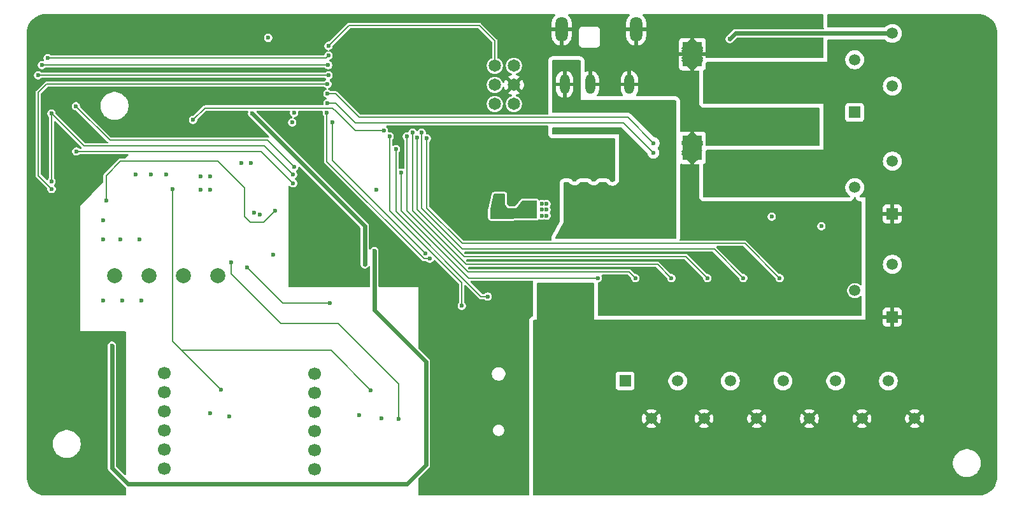
<source format=gbl>
G04 #@! TF.GenerationSoftware,KiCad,Pcbnew,9.0.0*
G04 #@! TF.CreationDate,2025-03-04T12:56:27-06:00*
G04 #@! TF.ProjectId,PCB,5043422e-6b69-4636-9164-5f7063625858,rev?*
G04 #@! TF.SameCoordinates,Original*
G04 #@! TF.FileFunction,Copper,L4,Bot*
G04 #@! TF.FilePolarity,Positive*
%FSLAX46Y46*%
G04 Gerber Fmt 4.6, Leading zero omitted, Abs format (unit mm)*
G04 Created by KiCad (PCBNEW 9.0.0) date 2025-03-04 12:56:27*
%MOMM*%
%LPD*%
G01*
G04 APERTURE LIST*
G04 #@! TA.AperFunction,ComponentPad*
%ADD10C,2.000000*%
G04 #@! TD*
G04 #@! TA.AperFunction,ComponentPad*
%ADD11C,1.695000*%
G04 #@! TD*
G04 #@! TA.AperFunction,ComponentPad*
%ADD12R,1.500000X1.500000*%
G04 #@! TD*
G04 #@! TA.AperFunction,ComponentPad*
%ADD13C,1.500000*%
G04 #@! TD*
G04 #@! TA.AperFunction,ComponentPad*
%ADD14C,0.630000*%
G04 #@! TD*
G04 #@! TA.AperFunction,SMDPad,CuDef*
%ADD15R,2.600000X3.300000*%
G04 #@! TD*
G04 #@! TA.AperFunction,ComponentPad*
%ADD16R,1.508000X1.508000*%
G04 #@! TD*
G04 #@! TA.AperFunction,ComponentPad*
%ADD17C,1.508000*%
G04 #@! TD*
G04 #@! TA.AperFunction,ComponentPad*
%ADD18C,0.600000*%
G04 #@! TD*
G04 #@! TA.AperFunction,ComponentPad*
%ADD19C,1.650000*%
G04 #@! TD*
G04 #@! TA.AperFunction,ComponentPad*
%ADD20O,1.308000X2.616000*%
G04 #@! TD*
G04 #@! TA.AperFunction,ComponentPad*
%ADD21O,1.660000X3.320000*%
G04 #@! TD*
G04 #@! TA.AperFunction,ViaPad*
%ADD22C,0.600000*%
G04 #@! TD*
G04 #@! TA.AperFunction,Conductor*
%ADD23C,0.600000*%
G04 #@! TD*
G04 #@! TA.AperFunction,Conductor*
%ADD24C,0.200000*%
G04 #@! TD*
G04 APERTURE END LIST*
D10*
X123698000Y-104140000D03*
X114554000Y-104140000D03*
D11*
X121168491Y-129794508D03*
X121168491Y-127254508D03*
X121168491Y-124714508D03*
X121168491Y-122174508D03*
X121168491Y-119634508D03*
X121168491Y-117094508D03*
D12*
X182424000Y-118110000D03*
D13*
X185924000Y-123110000D03*
X189424000Y-118110000D03*
X192924000Y-123110000D03*
X196424000Y-118110000D03*
X199924000Y-123110000D03*
X203424000Y-118110000D03*
X206924000Y-123110000D03*
X210424000Y-118110000D03*
X213924000Y-123110000D03*
X217424000Y-118110000D03*
X220924000Y-123110000D03*
D14*
X190720000Y-85813000D03*
X190720000Y-87113000D03*
X190720000Y-88413000D03*
D15*
X191370000Y-87113000D03*
D14*
X192020000Y-85813000D03*
X192020000Y-87113000D03*
X192020000Y-88413000D03*
D16*
X217958000Y-109604000D03*
D17*
X212958000Y-106104000D03*
X217958000Y-102604000D03*
D18*
X169388000Y-94559000D03*
X169388000Y-95347000D03*
X169388000Y-96134000D03*
X170038000Y-94559000D03*
X170038000Y-95347000D03*
X170038000Y-96134000D03*
X171338000Y-94559000D03*
X171338000Y-95347000D03*
X171338000Y-96134000D03*
X171988000Y-94559000D03*
X171988000Y-95347000D03*
X171988000Y-96134000D03*
X190720000Y-73367000D03*
X190720000Y-74667000D03*
X190720000Y-75967000D03*
D15*
X191370000Y-74667000D03*
D18*
X192020000Y-73367000D03*
X192020000Y-74667000D03*
X192020000Y-75967000D03*
D16*
X217958000Y-95888000D03*
D17*
X212958000Y-92388000D03*
X217958000Y-88888000D03*
D11*
X141105000Y-129836000D03*
X141105000Y-127296000D03*
X141105000Y-124756000D03*
X141105000Y-122216000D03*
X141105000Y-119676000D03*
X141105000Y-117136000D03*
D10*
X128270000Y-104140000D03*
X119126000Y-104140000D03*
D19*
X165100000Y-76200000D03*
X167640000Y-76200000D03*
X165100000Y-78740000D03*
X167640000Y-78740000D03*
X165100000Y-81280000D03*
X167640000Y-81280000D03*
D16*
X212958000Y-82398000D03*
D17*
X217958000Y-78898000D03*
X212958000Y-75398000D03*
X217958000Y-71898000D03*
D20*
X174400000Y-78674000D03*
X183000000Y-78674000D03*
X177800000Y-78674000D03*
D21*
X183900000Y-71374000D03*
X174000000Y-71374000D03*
D22*
X179529096Y-88067264D03*
X169033477Y-89221920D03*
X155956000Y-104902000D03*
X148844000Y-96774000D03*
X103886000Y-94234000D03*
X167361325Y-99067097D03*
X191516000Y-80772000D03*
X189738000Y-78740000D03*
X154178000Y-104902000D03*
X190838203Y-108268122D03*
X163784530Y-93126347D03*
X172442407Y-97278784D03*
X171115215Y-98983974D03*
X126492000Y-70358000D03*
X148844000Y-99060000D03*
X169164000Y-98806000D03*
X147148614Y-76161574D03*
X179324000Y-79756000D03*
X149959194Y-76191959D03*
X131388076Y-89154000D03*
X190500000Y-81788000D03*
X104140000Y-100838000D03*
X109728000Y-72390000D03*
X194564000Y-71120000D03*
X105410000Y-96520000D03*
X151197368Y-78751865D03*
X198255855Y-107311006D03*
X139954000Y-104140000D03*
X183757828Y-108272365D03*
X195760516Y-108336488D03*
X140462000Y-99314000D03*
X145933229Y-77331383D03*
X140462000Y-97790000D03*
X171972010Y-98076780D03*
X147186595Y-81387733D03*
X131064000Y-72136000D03*
X178264335Y-91331714D03*
X188513778Y-106866631D03*
X148576693Y-76191959D03*
X148569097Y-81364945D03*
X165258185Y-90786730D03*
X188565052Y-108216848D03*
X206248000Y-74168000D03*
X160446894Y-71599572D03*
X173234792Y-94206383D03*
X156210000Y-103632000D03*
X174760606Y-88169812D03*
X202955980Y-106046245D03*
X168106746Y-92070481D03*
X109982000Y-121412000D03*
X196596000Y-82550000D03*
X179578000Y-78486000D03*
X198119124Y-105926606D03*
X110744000Y-70358000D03*
X104140000Y-120904000D03*
X130048000Y-80264000D03*
X186182000Y-72898000D03*
X143256000Y-70104000D03*
X186074657Y-108340730D03*
X117602000Y-73660000D03*
X163068000Y-98806000D03*
X151189772Y-80134367D03*
X199644000Y-74168000D03*
X188513778Y-105687326D03*
X205232000Y-73152000D03*
X180594000Y-77470000D03*
X112522000Y-71628000D03*
X199644000Y-73152000D03*
X138430000Y-99314000D03*
X183735039Y-105894766D03*
X208280000Y-106426000D03*
X174111134Y-86870868D03*
X193196811Y-105687326D03*
X157226000Y-103124000D03*
X192024000Y-82042000D03*
X139192000Y-101346000D03*
X187960000Y-70358000D03*
X176948300Y-86768320D03*
X160528000Y-69850000D03*
X205232000Y-74168000D03*
X200660000Y-73152000D03*
X138130147Y-100284147D03*
X129794000Y-73660000D03*
X139700000Y-98552000D03*
X131064000Y-70612000D03*
X177016665Y-88135629D03*
X180594000Y-79502000D03*
X180742583Y-91365897D03*
X145542000Y-98298000D03*
X168167515Y-90771537D03*
X200529006Y-108268122D03*
X139192000Y-102870000D03*
X195580000Y-83312000D03*
X196088000Y-70612000D03*
X200660000Y-70358000D03*
X193350634Y-108370670D03*
X197982393Y-108302305D03*
X200660000Y-74168000D03*
X181177166Y-107142126D03*
X143510000Y-71120000D03*
X203075619Y-108302305D03*
X156718000Y-71882000D03*
X132694413Y-89124231D03*
X140208000Y-102108000D03*
X146812000Y-97790000D03*
X115316000Y-73660000D03*
X154178000Y-101600000D03*
X143002000Y-72136000D03*
X151166984Y-77369364D03*
X186436000Y-71374000D03*
X108966000Y-131572000D03*
X179614553Y-86717046D03*
X105410000Y-104648000D03*
X179222421Y-108301807D03*
X128524000Y-70358000D03*
X181610000Y-79756000D03*
X112268000Y-123952000D03*
X145925632Y-80134367D03*
X139791666Y-70319012D03*
X194056000Y-83058000D03*
X114554000Y-70612000D03*
X165211612Y-99029117D03*
X150004771Y-81380137D03*
X188976000Y-70866000D03*
X183388000Y-76200000D03*
X205365862Y-108251031D03*
X202904705Y-107071727D03*
X175717722Y-91314623D03*
X104902000Y-123190000D03*
X105410000Y-110998000D03*
X116332000Y-72136000D03*
X208280000Y-104648000D03*
X193213903Y-106934996D03*
X145895248Y-78721481D03*
X206248000Y-73152000D03*
X205232000Y-70358000D03*
X103886000Y-108712000D03*
X117348000Y-70358000D03*
X183598308Y-107011402D03*
X111760000Y-73660000D03*
X181610000Y-76708000D03*
X177800000Y-76200000D03*
X154940000Y-104394000D03*
X138176000Y-101854000D03*
X181356000Y-78486000D03*
X139446000Y-100076000D03*
X179578000Y-76708000D03*
X171367214Y-97278784D03*
X171897230Y-87930573D03*
X208280000Y-108458000D03*
X146558000Y-99060000D03*
X149098000Y-100824000D03*
X208534000Y-97536000D03*
X114200280Y-113426966D03*
X152294005Y-123136584D03*
X130048000Y-102362000D03*
X148619768Y-119345365D03*
X122270350Y-92632937D03*
X128677707Y-119274841D03*
X173228000Y-107950000D03*
X206248000Y-77216000D03*
X176445499Y-94865922D03*
X183642000Y-96520000D03*
X182372000Y-97790000D03*
X177292000Y-107188000D03*
X195834000Y-114300000D03*
X178054000Y-98044000D03*
X185420000Y-114300000D03*
X196460000Y-76572000D03*
X174498000Y-98552000D03*
X174752000Y-108458000D03*
X197866000Y-76708000D03*
X185928000Y-96520000D03*
X175768000Y-109220000D03*
X188976000Y-114300000D03*
X177038000Y-96774000D03*
X199644000Y-89662000D03*
X197612000Y-89154000D03*
X190500000Y-114300000D03*
X174244000Y-107188000D03*
X205740000Y-114300000D03*
X171958000Y-105918000D03*
X200914000Y-114554000D03*
X182097043Y-94831739D03*
X184150000Y-95250000D03*
X180340000Y-98044000D03*
X176022000Y-107442000D03*
X187706000Y-97282000D03*
X184658000Y-97790000D03*
X186436000Y-98298000D03*
X176022000Y-97790000D03*
X175066796Y-94865922D03*
X205232000Y-78486000D03*
X184150000Y-114300000D03*
X205740000Y-89916000D03*
X200406000Y-78486000D03*
X179070000Y-96266000D03*
X205232000Y-90932000D03*
X200152000Y-90932000D03*
X180524638Y-94854528D03*
X177915356Y-94877316D03*
X172720000Y-107188000D03*
X181356000Y-96520000D03*
X179294059Y-94877316D03*
X199898000Y-77216000D03*
X199644000Y-114300000D03*
X171958000Y-108204000D03*
X194564000Y-114300000D03*
X176530000Y-106172000D03*
X175514000Y-96520000D03*
X204216000Y-114300000D03*
X172974000Y-109220000D03*
X176530000Y-108204000D03*
X196342000Y-89154000D03*
X173736000Y-106172000D03*
X175006000Y-106172000D03*
X147828000Y-102616000D03*
X143151766Y-107727529D03*
X201930000Y-96266000D03*
X132842000Y-82550000D03*
X132199998Y-103045175D03*
X134989989Y-72490500D03*
X143002000Y-73551681D03*
X149352000Y-92710000D03*
X135890000Y-95504000D03*
X113425498Y-94118616D03*
X186187195Y-87757880D03*
X142874119Y-81209057D03*
X124999529Y-83406589D03*
X150368000Y-84836000D03*
X109474000Y-87589185D03*
X138303000Y-91821000D03*
X106161404Y-91582000D03*
X138268000Y-90678000D03*
X106172000Y-82550000D03*
X104394000Y-77470000D03*
X143002000Y-77470000D03*
X142959835Y-76117389D03*
X104902000Y-76108592D03*
X133118894Y-95705852D03*
X156464000Y-101854000D03*
X142775170Y-82462456D03*
X138430000Y-82470000D03*
X142984861Y-74852874D03*
X105664000Y-75184000D03*
X106178623Y-92573343D03*
X142859403Y-78631681D03*
X138430000Y-89662000D03*
X109418822Y-81583056D03*
X143529198Y-83731531D03*
X133858000Y-96012000D03*
X138176000Y-83740000D03*
X155859649Y-101134039D03*
X142861847Y-79915400D03*
X186221323Y-86472115D03*
X156066354Y-85841490D03*
X202987173Y-104449177D03*
X198149768Y-104443892D03*
X155378000Y-85090000D03*
X154778000Y-85765471D03*
X193383304Y-104453954D03*
X151130000Y-85598000D03*
X160705773Y-108123413D03*
X151975500Y-87301851D03*
X164172112Y-106883840D03*
X188590507Y-104444728D03*
X154178000Y-85090000D03*
X153416000Y-85598000D03*
X183810129Y-104443892D03*
X152654000Y-90424000D03*
X178816000Y-104453536D03*
X196342000Y-72644000D03*
X119380000Y-90678000D03*
X135632262Y-101284147D03*
X113030000Y-99314000D03*
X115570000Y-107442000D03*
X115316000Y-99314000D03*
X125984000Y-90932000D03*
X125984000Y-92710000D03*
X113030000Y-96774000D03*
X150036877Y-123081407D03*
X117856000Y-99314000D03*
X113030000Y-107442000D03*
X121412000Y-90678000D03*
X127254000Y-92710000D03*
X127254000Y-90932000D03*
X118110000Y-107442000D03*
X117348000Y-90678000D03*
X129803643Y-122808119D03*
X147066000Y-122682000D03*
X127254000Y-122428000D03*
D23*
X149098000Y-100824000D02*
X149098000Y-108712000D01*
X153416000Y-131826000D02*
X116332000Y-131826000D01*
X149098000Y-108712000D02*
X155956000Y-115570000D01*
X114200280Y-129694280D02*
X114200280Y-113426966D01*
X155956000Y-129286000D02*
X153416000Y-131826000D01*
X155956000Y-115570000D02*
X155956000Y-129286000D01*
X116332000Y-131826000D02*
X114200280Y-129694280D01*
D24*
X136652000Y-110490000D02*
X130048000Y-103886000D01*
X144272000Y-110490000D02*
X136652000Y-110490000D01*
X130048000Y-103886000D02*
X130048000Y-102362000D01*
X152294005Y-118512005D02*
X144272000Y-110490000D01*
X152294005Y-123136584D02*
X152294005Y-118512005D01*
X122270350Y-112867484D02*
X123448866Y-114046000D01*
X122270350Y-92632937D02*
X122270350Y-112867484D01*
X143320403Y-114046000D02*
X148619768Y-119345365D01*
X122270350Y-112867484D02*
X128677707Y-119274841D01*
X123448866Y-114046000D02*
X143320403Y-114046000D01*
X132199998Y-103045175D02*
X136882352Y-107727529D01*
X136882352Y-107727529D02*
X143151766Y-107727529D01*
D23*
X147828000Y-97536000D02*
X132842000Y-82550000D01*
X147828000Y-102616000D02*
X147828000Y-97536000D01*
D24*
X143002000Y-73551681D02*
X145687681Y-70866000D01*
X163068000Y-70866000D02*
X165100000Y-72898000D01*
X165100000Y-72898000D02*
X165100000Y-76200000D01*
X145687681Y-70866000D02*
X163068000Y-70866000D01*
X135890000Y-95504000D02*
X134366000Y-97028000D01*
X113425498Y-90790502D02*
X113425498Y-94118616D01*
X128270000Y-88900000D02*
X115316000Y-88900000D01*
X131826000Y-96266000D02*
X131826000Y-92456000D01*
X131826000Y-92456000D02*
X128270000Y-88900000D01*
X115316000Y-88900000D02*
X113425498Y-90790502D01*
X134366000Y-97028000D02*
X132588000Y-97028000D01*
X132588000Y-97028000D02*
X131826000Y-96266000D01*
X143947057Y-81209057D02*
X146558000Y-83820000D01*
X182249315Y-83820000D02*
X186187195Y-87757880D01*
X146558000Y-83820000D02*
X182249315Y-83820000D01*
X142874119Y-81209057D02*
X143947057Y-81209057D01*
X150368000Y-84836000D02*
X146558000Y-84836000D01*
X146558000Y-84836000D02*
X144018000Y-82296000D01*
X144018000Y-82296000D02*
X143532057Y-81810057D01*
X126596061Y-81810057D02*
X124999529Y-83406589D01*
X143532057Y-81810057D02*
X126596061Y-81810057D01*
X138303000Y-91821000D02*
X134071185Y-87589185D01*
X134071185Y-87589185D02*
X109474000Y-87589185D01*
X138268000Y-90678000D02*
X134458000Y-86868000D01*
X106161404Y-91582000D02*
X106161404Y-91506068D01*
X134458000Y-86868000D02*
X110490000Y-86868000D01*
X106172000Y-91495472D02*
X106172000Y-82550000D01*
X106161404Y-91506068D02*
X106172000Y-91495472D01*
X110490000Y-86868000D02*
X106172000Y-82550000D01*
X143002000Y-77470000D02*
X104394000Y-77470000D01*
X104902000Y-76108592D02*
X104910797Y-76117389D01*
X104910797Y-76117389D02*
X142959835Y-76117389D01*
X142775170Y-82462456D02*
X142775170Y-88927170D01*
X142775170Y-88927170D02*
X155702000Y-101854000D01*
X155702000Y-101854000D02*
X156464000Y-101854000D01*
X105664000Y-75184000D02*
X142653735Y-75184000D01*
X142653735Y-75184000D02*
X142984861Y-74852874D01*
X104394000Y-90788720D02*
X106178623Y-92573343D01*
X104394000Y-79756000D02*
X104394000Y-90788720D01*
X142859403Y-78631681D02*
X105518319Y-78631681D01*
X105518319Y-78631681D02*
X104394000Y-79756000D01*
X134874000Y-86106000D02*
X126492000Y-86106000D01*
X113941766Y-86106000D02*
X109418822Y-81583056D01*
X126492000Y-86106000D02*
X113941766Y-86106000D01*
X138430000Y-89662000D02*
X134874000Y-86106000D01*
X143529198Y-88803588D02*
X155859649Y-101134039D01*
X143529198Y-83731531D02*
X143529198Y-88803588D01*
X143923400Y-79915400D02*
X147066000Y-83058000D01*
X142861847Y-79915400D02*
X143923400Y-79915400D01*
X147066000Y-83058000D02*
X182807208Y-83058000D01*
X182807208Y-83058000D02*
X186221323Y-86472115D01*
X156066354Y-95106354D02*
X160782000Y-99822000D01*
X198359996Y-99822000D02*
X202987173Y-104449177D01*
X160782000Y-99822000D02*
X198359996Y-99822000D01*
X156066354Y-85841490D02*
X156066354Y-95106354D01*
X160782000Y-100584000D02*
X194289876Y-100584000D01*
X155378000Y-85090000D02*
X155378000Y-95180000D01*
X155378000Y-95180000D02*
X160782000Y-100584000D01*
X194289876Y-100584000D02*
X198149768Y-104443892D01*
X190529350Y-101600000D02*
X193383304Y-104453954D01*
X154778000Y-95342000D02*
X161036000Y-101600000D01*
X154778000Y-85765471D02*
X154778000Y-95342000D01*
X161036000Y-101600000D02*
X190529350Y-101600000D01*
X151130000Y-85598000D02*
X151130000Y-95504000D01*
X151130000Y-95504000D02*
X160705773Y-105079773D01*
X160705773Y-105079773D02*
X160705773Y-108123413D01*
X151975500Y-87301851D02*
X151975500Y-95587500D01*
X151975500Y-95587500D02*
X163271840Y-106883840D01*
X163271840Y-106883840D02*
X164172112Y-106883840D01*
X161290000Y-102616000D02*
X186761779Y-102616000D01*
X154178000Y-95504000D02*
X161290000Y-102616000D01*
X154178000Y-85090000D02*
X154178000Y-95504000D01*
X186761779Y-102616000D02*
X188590507Y-104444728D01*
X161544000Y-103632000D02*
X182998237Y-103632000D01*
X182998237Y-103632000D02*
X183810129Y-104443892D01*
X153416000Y-85598000D02*
X153416000Y-95504000D01*
X153416000Y-95504000D02*
X161544000Y-103632000D01*
X178816000Y-104453536D02*
X161603536Y-104453536D01*
X152654000Y-95504000D02*
X152654000Y-90424000D01*
X161603536Y-104453536D02*
X152654000Y-95504000D01*
D23*
X196342000Y-72644000D02*
X197088000Y-71898000D01*
X197088000Y-71898000D02*
X217958000Y-71898000D01*
G04 #@! TA.AperFunction,Conductor*
G36*
X178251039Y-105073721D02*
G01*
X178296794Y-105126525D01*
X178308000Y-105178036D01*
X178308000Y-109982000D01*
X179578000Y-109982000D01*
X179578000Y-113284000D01*
X170688000Y-113284000D01*
X170688000Y-105178036D01*
X170707685Y-105110997D01*
X170760489Y-105065242D01*
X170812000Y-105054036D01*
X178184000Y-105054036D01*
X178251039Y-105073721D01*
G37*
G04 #@! TD.AperFunction*
G04 #@! TA.AperFunction,Conductor*
G36*
X176473039Y-75457685D02*
G01*
X176518794Y-75510489D01*
X176530000Y-75562000D01*
X176530000Y-80772000D01*
X189106000Y-80772000D01*
X189173039Y-80791685D01*
X189218794Y-80844489D01*
X189230000Y-80896000D01*
X189230000Y-99097500D01*
X189210315Y-99164539D01*
X189157511Y-99210294D01*
X189106000Y-99221500D01*
X173270487Y-99221500D01*
X173203448Y-99201815D01*
X173157693Y-99149011D01*
X173147749Y-99079853D01*
X173161309Y-99038712D01*
X174244000Y-97028000D01*
X174244000Y-91818000D01*
X174263685Y-91750961D01*
X174316489Y-91705206D01*
X174368000Y-91694000D01*
X174942181Y-91694000D01*
X175009220Y-91713685D01*
X175045283Y-91749110D01*
X175095929Y-91824907D01*
X175095935Y-91824915D01*
X175207429Y-91936409D01*
X175207433Y-91936412D01*
X175338536Y-92024013D01*
X175338549Y-92024020D01*
X175484220Y-92084358D01*
X175484225Y-92084360D01*
X175638875Y-92115122D01*
X175638878Y-92115123D01*
X175638880Y-92115123D01*
X175796566Y-92115123D01*
X175796567Y-92115122D01*
X175951219Y-92084360D01*
X176096901Y-92024017D01*
X176228011Y-91936412D01*
X176339511Y-91824912D01*
X176388924Y-91750961D01*
X176390161Y-91749110D01*
X176443773Y-91704304D01*
X176493263Y-91694000D01*
X177477374Y-91694000D01*
X177544413Y-91713685D01*
X177580476Y-91749109D01*
X177642545Y-91842003D01*
X177754042Y-91953500D01*
X177754046Y-91953503D01*
X177885149Y-92041104D01*
X177885162Y-92041111D01*
X178030833Y-92101449D01*
X178030838Y-92101451D01*
X178185488Y-92132213D01*
X178185491Y-92132214D01*
X178185493Y-92132214D01*
X178343179Y-92132214D01*
X178343180Y-92132213D01*
X178497832Y-92101451D01*
X178643514Y-92041108D01*
X178774624Y-91953503D01*
X178886124Y-91842003D01*
X178902162Y-91818000D01*
X178948194Y-91749109D01*
X179001806Y-91704304D01*
X179051296Y-91694000D01*
X179932781Y-91694000D01*
X179999820Y-91713685D01*
X180035883Y-91749109D01*
X180120793Y-91876185D01*
X180120796Y-91876189D01*
X180232290Y-91987683D01*
X180232294Y-91987686D01*
X180363397Y-92075287D01*
X180363410Y-92075294D01*
X180500827Y-92132213D01*
X180509086Y-92135634D01*
X180663736Y-92166396D01*
X180663739Y-92166397D01*
X180663741Y-92166397D01*
X180821427Y-92166397D01*
X180821428Y-92166396D01*
X180976080Y-92135634D01*
X181121762Y-92075291D01*
X181252872Y-91987686D01*
X181364372Y-91876186D01*
X181403890Y-91817041D01*
X181449283Y-91749109D01*
X181502895Y-91704304D01*
X181552385Y-91694000D01*
X181610000Y-91694000D01*
X181610000Y-85344000D01*
X172844000Y-85344000D01*
X172776961Y-85324315D01*
X172731206Y-85271511D01*
X172720000Y-85220000D01*
X172720000Y-84544500D01*
X172739685Y-84477461D01*
X172792489Y-84431706D01*
X172844000Y-84420500D01*
X181949218Y-84420500D01*
X182016257Y-84440185D01*
X182036899Y-84456819D01*
X185352620Y-87772540D01*
X185386105Y-87833863D01*
X185386556Y-87836029D01*
X185417456Y-87991371D01*
X185417459Y-87991381D01*
X185477797Y-88137052D01*
X185477804Y-88137065D01*
X185565405Y-88268168D01*
X185565408Y-88268172D01*
X185676902Y-88379666D01*
X185676906Y-88379669D01*
X185808009Y-88467270D01*
X185808022Y-88467277D01*
X185922774Y-88514808D01*
X185953698Y-88527617D01*
X186061152Y-88548991D01*
X186108348Y-88558379D01*
X186108351Y-88558380D01*
X186108353Y-88558380D01*
X186266039Y-88558380D01*
X186266040Y-88558379D01*
X186420692Y-88527617D01*
X186566374Y-88467274D01*
X186697484Y-88379669D01*
X186808984Y-88268169D01*
X186896589Y-88137059D01*
X186956932Y-87991377D01*
X186987695Y-87836722D01*
X186987695Y-87679038D01*
X186987695Y-87679035D01*
X186987694Y-87679033D01*
X186956933Y-87524390D01*
X186956932Y-87524383D01*
X186930437Y-87460418D01*
X186896592Y-87378707D01*
X186896585Y-87378694D01*
X186808984Y-87247591D01*
X186808981Y-87247587D01*
X186781136Y-87219742D01*
X186747651Y-87158419D01*
X186752635Y-87088727D01*
X186781134Y-87044381D01*
X186843112Y-86982404D01*
X186930717Y-86851294D01*
X186991060Y-86705612D01*
X187021823Y-86550957D01*
X187021823Y-86393273D01*
X187021823Y-86393270D01*
X187021822Y-86393268D01*
X187010802Y-86337867D01*
X186991060Y-86238618D01*
X186952917Y-86146531D01*
X186930720Y-86092942D01*
X186930713Y-86092929D01*
X186843112Y-85961826D01*
X186843109Y-85961822D01*
X186731615Y-85850328D01*
X186731611Y-85850325D01*
X186600508Y-85762724D01*
X186600495Y-85762717D01*
X186454824Y-85702379D01*
X186454814Y-85702376D01*
X186299474Y-85671477D01*
X186237564Y-85639092D01*
X186235985Y-85637541D01*
X183294798Y-82696355D01*
X183294796Y-82696352D01*
X183175925Y-82577481D01*
X183175924Y-82577480D01*
X183089112Y-82527360D01*
X183089112Y-82527359D01*
X183089108Y-82527358D01*
X183038993Y-82498423D01*
X182886265Y-82457499D01*
X182728151Y-82457499D01*
X182720555Y-82457499D01*
X182720539Y-82457500D01*
X172844000Y-82457500D01*
X172776961Y-82437815D01*
X172731206Y-82385011D01*
X172720000Y-82333500D01*
X172720000Y-77929178D01*
X173246000Y-77929178D01*
X173246000Y-78424000D01*
X174000000Y-78424000D01*
X174000000Y-78924000D01*
X173246000Y-78924000D01*
X173246000Y-79418821D01*
X173274415Y-79598225D01*
X173330548Y-79770984D01*
X173413011Y-79932828D01*
X173519780Y-80079781D01*
X173519780Y-80079782D01*
X173648217Y-80208219D01*
X173795171Y-80314988D01*
X173957015Y-80397451D01*
X174129774Y-80453584D01*
X174150000Y-80456788D01*
X174150000Y-79589686D01*
X174154394Y-79594080D01*
X174245606Y-79646741D01*
X174347339Y-79674000D01*
X174452661Y-79674000D01*
X174554394Y-79646741D01*
X174645606Y-79594080D01*
X174650000Y-79589686D01*
X174650000Y-80456787D01*
X174670225Y-80453584D01*
X174842984Y-80397451D01*
X175004828Y-80314988D01*
X175151781Y-80208219D01*
X175151782Y-80208219D01*
X175280219Y-80079782D01*
X175280219Y-80079781D01*
X175386988Y-79932828D01*
X175469451Y-79770984D01*
X175525584Y-79598225D01*
X175554000Y-79418821D01*
X175554000Y-78924000D01*
X174800000Y-78924000D01*
X174800000Y-78424000D01*
X175554000Y-78424000D01*
X175554000Y-77929178D01*
X175525584Y-77749774D01*
X175469451Y-77577015D01*
X175386988Y-77415171D01*
X175280219Y-77268218D01*
X175280219Y-77268217D01*
X175151782Y-77139780D01*
X175004828Y-77033011D01*
X174842984Y-76950548D01*
X174670231Y-76894416D01*
X174670224Y-76894415D01*
X174650000Y-76891210D01*
X174650000Y-77758314D01*
X174645606Y-77753920D01*
X174554394Y-77701259D01*
X174452661Y-77674000D01*
X174347339Y-77674000D01*
X174245606Y-77701259D01*
X174154394Y-77753920D01*
X174150000Y-77758314D01*
X174150000Y-76891211D01*
X174149999Y-76891210D01*
X174129775Y-76894415D01*
X174129768Y-76894416D01*
X173957015Y-76950548D01*
X173795171Y-77033011D01*
X173648218Y-77139780D01*
X173648217Y-77139780D01*
X173519780Y-77268217D01*
X173519780Y-77268218D01*
X173413011Y-77415171D01*
X173330548Y-77577015D01*
X173274415Y-77749774D01*
X173246000Y-77929178D01*
X172720000Y-77929178D01*
X172720000Y-75562000D01*
X172739685Y-75494961D01*
X172792489Y-75449206D01*
X172844000Y-75438000D01*
X176406000Y-75438000D01*
X176473039Y-75457685D01*
G37*
G04 #@! TD.AperFunction*
G04 #@! TA.AperFunction,Conductor*
G36*
X166372415Y-93219168D02*
G01*
X166439381Y-93239100D01*
X166484941Y-93292072D01*
X166495956Y-93342637D01*
X166501600Y-94663044D01*
X166501601Y-94663045D01*
X166791613Y-95102844D01*
X167956358Y-95102844D01*
X168749689Y-94149880D01*
X168807709Y-94110951D01*
X168844988Y-94105215D01*
X170597361Y-94105215D01*
X170664400Y-94124900D01*
X170710155Y-94177704D01*
X170721361Y-94229215D01*
X170721361Y-96412086D01*
X170701676Y-96479125D01*
X170648872Y-96524880D01*
X170597462Y-96536086D01*
X164596353Y-96540950D01*
X164529297Y-96521320D01*
X164483499Y-96468553D01*
X164472252Y-96416950D01*
X164472252Y-95254097D01*
X164475608Y-95225444D01*
X164930611Y-93309638D01*
X164965254Y-93248963D01*
X165027201Y-93216648D01*
X165051703Y-93214294D01*
X166372415Y-93219168D01*
G37*
G04 #@! TD.AperFunction*
G04 #@! TA.AperFunction,Conductor*
G36*
X229414496Y-69334771D02*
G01*
X229702298Y-69352180D01*
X229720134Y-69354346D01*
X229999307Y-69405506D01*
X230016772Y-69409811D01*
X230287730Y-69494245D01*
X230304546Y-69500622D01*
X230563362Y-69617106D01*
X230579293Y-69625468D01*
X230822163Y-69772288D01*
X230836971Y-69782509D01*
X230913241Y-69842263D01*
X231060377Y-69957536D01*
X231073845Y-69969467D01*
X231274532Y-70170154D01*
X231286463Y-70183622D01*
X231461490Y-70407028D01*
X231471711Y-70421836D01*
X231618531Y-70664706D01*
X231626893Y-70680637D01*
X231743375Y-70939449D01*
X231749755Y-70956273D01*
X231834187Y-71227225D01*
X231838493Y-71244695D01*
X231889651Y-71523852D01*
X231891820Y-71541714D01*
X231909228Y-71829503D01*
X231909500Y-71838499D01*
X231909500Y-130853500D01*
X231909228Y-130862496D01*
X231891820Y-131150285D01*
X231889651Y-131168147D01*
X231838493Y-131447304D01*
X231834187Y-131464774D01*
X231749755Y-131735726D01*
X231743375Y-131752550D01*
X231626893Y-132011362D01*
X231618531Y-132027293D01*
X231471711Y-132270163D01*
X231461490Y-132284971D01*
X231286463Y-132508377D01*
X231274532Y-132521845D01*
X231073845Y-132722532D01*
X231060377Y-132734463D01*
X230836971Y-132909490D01*
X230822163Y-132919711D01*
X230579293Y-133066531D01*
X230563362Y-133074893D01*
X230304550Y-133191375D01*
X230287726Y-133197755D01*
X230016774Y-133282187D01*
X229999304Y-133286493D01*
X229720147Y-133337651D01*
X229702285Y-133339820D01*
X229414497Y-133357228D01*
X229405501Y-133357500D01*
X170329000Y-133357500D01*
X170254500Y-133337538D01*
X170199962Y-133283000D01*
X170180000Y-133208500D01*
X170180000Y-128910706D01*
X226009800Y-128910706D01*
X226009800Y-129153293D01*
X226041460Y-129393781D01*
X226041461Y-129393787D01*
X226041462Y-129393789D01*
X226104246Y-129628100D01*
X226197076Y-129852212D01*
X226318364Y-130062289D01*
X226466035Y-130254738D01*
X226637562Y-130426265D01*
X226830011Y-130573936D01*
X227040088Y-130695224D01*
X227264200Y-130788054D01*
X227498511Y-130850838D01*
X227498517Y-130850838D01*
X227498518Y-130850839D01*
X227518731Y-130853500D01*
X227739012Y-130882500D01*
X227981588Y-130882500D01*
X228222089Y-130850838D01*
X228456400Y-130788054D01*
X228680512Y-130695224D01*
X228890589Y-130573936D01*
X229083038Y-130426265D01*
X229254565Y-130254738D01*
X229402236Y-130062289D01*
X229523524Y-129852212D01*
X229616354Y-129628100D01*
X229679138Y-129393789D01*
X229710800Y-129153288D01*
X229710800Y-128910712D01*
X229679138Y-128670211D01*
X229616354Y-128435900D01*
X229523524Y-128211788D01*
X229402236Y-128001711D01*
X229254565Y-127809262D01*
X229083038Y-127637735D01*
X228890589Y-127490064D01*
X228820563Y-127449634D01*
X228680516Y-127368778D01*
X228680514Y-127368777D01*
X228680512Y-127368776D01*
X228549232Y-127314398D01*
X228456403Y-127275947D01*
X228456401Y-127275946D01*
X228456400Y-127275946D01*
X228222089Y-127213162D01*
X228222087Y-127213161D01*
X228222081Y-127213160D01*
X227981593Y-127181500D01*
X227981588Y-127181500D01*
X227739012Y-127181500D01*
X227739006Y-127181500D01*
X227498518Y-127213160D01*
X227264196Y-127275947D01*
X227040083Y-127368778D01*
X226830012Y-127490063D01*
X226830011Y-127490064D01*
X226637562Y-127637735D01*
X226637560Y-127637736D01*
X226637556Y-127637740D01*
X226466040Y-127809256D01*
X226318363Y-128001712D01*
X226197078Y-128211783D01*
X226104247Y-128435896D01*
X226041460Y-128670218D01*
X226009800Y-128910706D01*
X170180000Y-128910706D01*
X170180000Y-123011627D01*
X184674000Y-123011627D01*
X184674000Y-123208372D01*
X184704779Y-123402708D01*
X184765578Y-123589826D01*
X184765585Y-123589843D01*
X184854905Y-123765145D01*
X184880320Y-123800124D01*
X185441036Y-123239407D01*
X185458075Y-123302993D01*
X185523901Y-123417007D01*
X185616993Y-123510099D01*
X185731007Y-123575925D01*
X185794590Y-123592962D01*
X185233874Y-124153678D01*
X185268861Y-124179098D01*
X185444155Y-124268414D01*
X185444173Y-124268421D01*
X185631291Y-124329220D01*
X185825628Y-124360000D01*
X186022372Y-124360000D01*
X186216708Y-124329220D01*
X186403826Y-124268421D01*
X186403844Y-124268414D01*
X186579138Y-124179098D01*
X186614123Y-124153678D01*
X186053408Y-123592962D01*
X186116993Y-123575925D01*
X186231007Y-123510099D01*
X186324099Y-123417007D01*
X186389925Y-123302993D01*
X186406962Y-123239407D01*
X186967678Y-123800123D01*
X186993098Y-123765138D01*
X187082414Y-123589844D01*
X187082421Y-123589826D01*
X187143220Y-123402708D01*
X187174000Y-123208372D01*
X187174000Y-123011627D01*
X191674000Y-123011627D01*
X191674000Y-123208372D01*
X191704779Y-123402708D01*
X191765578Y-123589826D01*
X191765585Y-123589843D01*
X191854905Y-123765145D01*
X191880320Y-123800124D01*
X192441036Y-123239407D01*
X192458075Y-123302993D01*
X192523901Y-123417007D01*
X192616993Y-123510099D01*
X192731007Y-123575925D01*
X192794590Y-123592962D01*
X192233874Y-124153678D01*
X192268861Y-124179098D01*
X192444155Y-124268414D01*
X192444173Y-124268421D01*
X192631291Y-124329220D01*
X192825628Y-124360000D01*
X193022372Y-124360000D01*
X193216708Y-124329220D01*
X193403826Y-124268421D01*
X193403844Y-124268414D01*
X193579138Y-124179098D01*
X193614123Y-124153678D01*
X193053408Y-123592962D01*
X193116993Y-123575925D01*
X193231007Y-123510099D01*
X193324099Y-123417007D01*
X193389925Y-123302993D01*
X193406962Y-123239407D01*
X193967678Y-123800123D01*
X193993098Y-123765138D01*
X194082414Y-123589844D01*
X194082421Y-123589826D01*
X194143220Y-123402708D01*
X194174000Y-123208372D01*
X194174000Y-123011627D01*
X198674000Y-123011627D01*
X198674000Y-123208372D01*
X198704779Y-123402708D01*
X198765578Y-123589826D01*
X198765585Y-123589843D01*
X198854905Y-123765145D01*
X198880320Y-123800124D01*
X199441036Y-123239407D01*
X199458075Y-123302993D01*
X199523901Y-123417007D01*
X199616993Y-123510099D01*
X199731007Y-123575925D01*
X199794590Y-123592962D01*
X199233874Y-124153678D01*
X199268861Y-124179098D01*
X199444155Y-124268414D01*
X199444173Y-124268421D01*
X199631291Y-124329220D01*
X199825628Y-124360000D01*
X200022372Y-124360000D01*
X200216708Y-124329220D01*
X200403826Y-124268421D01*
X200403844Y-124268414D01*
X200579138Y-124179098D01*
X200614123Y-124153678D01*
X200053408Y-123592962D01*
X200116993Y-123575925D01*
X200231007Y-123510099D01*
X200324099Y-123417007D01*
X200389925Y-123302993D01*
X200406962Y-123239407D01*
X200967678Y-123800123D01*
X200993098Y-123765138D01*
X201082414Y-123589844D01*
X201082421Y-123589826D01*
X201143220Y-123402708D01*
X201174000Y-123208372D01*
X201174000Y-123011627D01*
X205674000Y-123011627D01*
X205674000Y-123208372D01*
X205704779Y-123402708D01*
X205765578Y-123589826D01*
X205765585Y-123589843D01*
X205854905Y-123765145D01*
X205880320Y-123800124D01*
X206441036Y-123239407D01*
X206458075Y-123302993D01*
X206523901Y-123417007D01*
X206616993Y-123510099D01*
X206731007Y-123575925D01*
X206794590Y-123592962D01*
X206233874Y-124153678D01*
X206268861Y-124179098D01*
X206444155Y-124268414D01*
X206444173Y-124268421D01*
X206631291Y-124329220D01*
X206825628Y-124360000D01*
X207022372Y-124360000D01*
X207216708Y-124329220D01*
X207403826Y-124268421D01*
X207403844Y-124268414D01*
X207579138Y-124179098D01*
X207614123Y-124153678D01*
X207053408Y-123592962D01*
X207116993Y-123575925D01*
X207231007Y-123510099D01*
X207324099Y-123417007D01*
X207389925Y-123302993D01*
X207406962Y-123239407D01*
X207967678Y-123800123D01*
X207993098Y-123765138D01*
X208082414Y-123589844D01*
X208082421Y-123589826D01*
X208143220Y-123402708D01*
X208174000Y-123208372D01*
X208174000Y-123011627D01*
X212674000Y-123011627D01*
X212674000Y-123208372D01*
X212704779Y-123402708D01*
X212765578Y-123589826D01*
X212765585Y-123589843D01*
X212854905Y-123765145D01*
X212880320Y-123800124D01*
X213441036Y-123239407D01*
X213458075Y-123302993D01*
X213523901Y-123417007D01*
X213616993Y-123510099D01*
X213731007Y-123575925D01*
X213794590Y-123592962D01*
X213233874Y-124153678D01*
X213268861Y-124179098D01*
X213444155Y-124268414D01*
X213444173Y-124268421D01*
X213631291Y-124329220D01*
X213825628Y-124360000D01*
X214022372Y-124360000D01*
X214216708Y-124329220D01*
X214403826Y-124268421D01*
X214403844Y-124268414D01*
X214579138Y-124179098D01*
X214614123Y-124153678D01*
X214053408Y-123592962D01*
X214116993Y-123575925D01*
X214231007Y-123510099D01*
X214324099Y-123417007D01*
X214389925Y-123302993D01*
X214406962Y-123239407D01*
X214967678Y-123800123D01*
X214993098Y-123765138D01*
X215082414Y-123589844D01*
X215082421Y-123589826D01*
X215143220Y-123402708D01*
X215174000Y-123208372D01*
X215174000Y-123011627D01*
X219674000Y-123011627D01*
X219674000Y-123208372D01*
X219704779Y-123402708D01*
X219765578Y-123589826D01*
X219765585Y-123589843D01*
X219854905Y-123765145D01*
X219880320Y-123800124D01*
X220441036Y-123239407D01*
X220458075Y-123302993D01*
X220523901Y-123417007D01*
X220616993Y-123510099D01*
X220731007Y-123575925D01*
X220794590Y-123592962D01*
X220233874Y-124153678D01*
X220268861Y-124179098D01*
X220444155Y-124268414D01*
X220444173Y-124268421D01*
X220631291Y-124329220D01*
X220825628Y-124360000D01*
X221022372Y-124360000D01*
X221216708Y-124329220D01*
X221403826Y-124268421D01*
X221403844Y-124268414D01*
X221579138Y-124179098D01*
X221614123Y-124153678D01*
X221053408Y-123592962D01*
X221116993Y-123575925D01*
X221231007Y-123510099D01*
X221324099Y-123417007D01*
X221389925Y-123302993D01*
X221406962Y-123239407D01*
X221967678Y-123800123D01*
X221993098Y-123765138D01*
X222082414Y-123589844D01*
X222082421Y-123589826D01*
X222143220Y-123402708D01*
X222174000Y-123208372D01*
X222174000Y-123011627D01*
X222143220Y-122817291D01*
X222082421Y-122630173D01*
X222082414Y-122630155D01*
X221993098Y-122454861D01*
X221967678Y-122419874D01*
X221406962Y-122980590D01*
X221389925Y-122917007D01*
X221324099Y-122802993D01*
X221231007Y-122709901D01*
X221116993Y-122644075D01*
X221053407Y-122627036D01*
X221614124Y-122066320D01*
X221614124Y-122066319D01*
X221579145Y-122040905D01*
X221403843Y-121951585D01*
X221403826Y-121951578D01*
X221216708Y-121890779D01*
X221022372Y-121860000D01*
X220825628Y-121860000D01*
X220631291Y-121890779D01*
X220444173Y-121951578D01*
X220444155Y-121951585D01*
X220268860Y-122040901D01*
X220268859Y-122040902D01*
X220233874Y-122066319D01*
X220794591Y-122627037D01*
X220731007Y-122644075D01*
X220616993Y-122709901D01*
X220523901Y-122802993D01*
X220458075Y-122917007D01*
X220441037Y-122980591D01*
X219880319Y-122419874D01*
X219854902Y-122454859D01*
X219854901Y-122454860D01*
X219765585Y-122630155D01*
X219765578Y-122630173D01*
X219704779Y-122817291D01*
X219674000Y-123011627D01*
X215174000Y-123011627D01*
X215143220Y-122817291D01*
X215082421Y-122630173D01*
X215082414Y-122630155D01*
X214993098Y-122454861D01*
X214967678Y-122419874D01*
X214406962Y-122980590D01*
X214389925Y-122917007D01*
X214324099Y-122802993D01*
X214231007Y-122709901D01*
X214116993Y-122644075D01*
X214053407Y-122627036D01*
X214614124Y-122066320D01*
X214614124Y-122066319D01*
X214579145Y-122040905D01*
X214403843Y-121951585D01*
X214403826Y-121951578D01*
X214216708Y-121890779D01*
X214022372Y-121860000D01*
X213825628Y-121860000D01*
X213631291Y-121890779D01*
X213444173Y-121951578D01*
X213444155Y-121951585D01*
X213268860Y-122040901D01*
X213268859Y-122040902D01*
X213233874Y-122066319D01*
X213794591Y-122627037D01*
X213731007Y-122644075D01*
X213616993Y-122709901D01*
X213523901Y-122802993D01*
X213458075Y-122917007D01*
X213441037Y-122980591D01*
X212880319Y-122419874D01*
X212854902Y-122454859D01*
X212854901Y-122454860D01*
X212765585Y-122630155D01*
X212765578Y-122630173D01*
X212704779Y-122817291D01*
X212674000Y-123011627D01*
X208174000Y-123011627D01*
X208143220Y-122817291D01*
X208082421Y-122630173D01*
X208082414Y-122630155D01*
X207993098Y-122454861D01*
X207967678Y-122419874D01*
X207406962Y-122980590D01*
X207389925Y-122917007D01*
X207324099Y-122802993D01*
X207231007Y-122709901D01*
X207116993Y-122644075D01*
X207053407Y-122627036D01*
X207614124Y-122066320D01*
X207614124Y-122066319D01*
X207579145Y-122040905D01*
X207403843Y-121951585D01*
X207403826Y-121951578D01*
X207216708Y-121890779D01*
X207022372Y-121860000D01*
X206825628Y-121860000D01*
X206631291Y-121890779D01*
X206444173Y-121951578D01*
X206444155Y-121951585D01*
X206268860Y-122040901D01*
X206268859Y-122040902D01*
X206233874Y-122066319D01*
X206794591Y-122627037D01*
X206731007Y-122644075D01*
X206616993Y-122709901D01*
X206523901Y-122802993D01*
X206458075Y-122917007D01*
X206441037Y-122980591D01*
X205880319Y-122419874D01*
X205854902Y-122454859D01*
X205854901Y-122454860D01*
X205765585Y-122630155D01*
X205765578Y-122630173D01*
X205704779Y-122817291D01*
X205674000Y-123011627D01*
X201174000Y-123011627D01*
X201143220Y-122817291D01*
X201082421Y-122630173D01*
X201082414Y-122630155D01*
X200993098Y-122454861D01*
X200967678Y-122419874D01*
X200406962Y-122980590D01*
X200389925Y-122917007D01*
X200324099Y-122802993D01*
X200231007Y-122709901D01*
X200116993Y-122644075D01*
X200053407Y-122627036D01*
X200614124Y-122066320D01*
X200614124Y-122066319D01*
X200579145Y-122040905D01*
X200403843Y-121951585D01*
X200403826Y-121951578D01*
X200216708Y-121890779D01*
X200022372Y-121860000D01*
X199825628Y-121860000D01*
X199631291Y-121890779D01*
X199444173Y-121951578D01*
X199444155Y-121951585D01*
X199268860Y-122040901D01*
X199268859Y-122040902D01*
X199233874Y-122066319D01*
X199794591Y-122627037D01*
X199731007Y-122644075D01*
X199616993Y-122709901D01*
X199523901Y-122802993D01*
X199458075Y-122917007D01*
X199441037Y-122980591D01*
X198880319Y-122419874D01*
X198854902Y-122454859D01*
X198854901Y-122454860D01*
X198765585Y-122630155D01*
X198765578Y-122630173D01*
X198704779Y-122817291D01*
X198674000Y-123011627D01*
X194174000Y-123011627D01*
X194143220Y-122817291D01*
X194082421Y-122630173D01*
X194082414Y-122630155D01*
X193993098Y-122454861D01*
X193967678Y-122419874D01*
X193406962Y-122980590D01*
X193389925Y-122917007D01*
X193324099Y-122802993D01*
X193231007Y-122709901D01*
X193116993Y-122644075D01*
X193053407Y-122627036D01*
X193614124Y-122066320D01*
X193614124Y-122066319D01*
X193579145Y-122040905D01*
X193403843Y-121951585D01*
X193403826Y-121951578D01*
X193216708Y-121890779D01*
X193022372Y-121860000D01*
X192825628Y-121860000D01*
X192631291Y-121890779D01*
X192444173Y-121951578D01*
X192444155Y-121951585D01*
X192268860Y-122040901D01*
X192268859Y-122040902D01*
X192233874Y-122066319D01*
X192794591Y-122627037D01*
X192731007Y-122644075D01*
X192616993Y-122709901D01*
X192523901Y-122802993D01*
X192458075Y-122917007D01*
X192441037Y-122980591D01*
X191880319Y-122419874D01*
X191854902Y-122454859D01*
X191854901Y-122454860D01*
X191765585Y-122630155D01*
X191765578Y-122630173D01*
X191704779Y-122817291D01*
X191674000Y-123011627D01*
X187174000Y-123011627D01*
X187143220Y-122817291D01*
X187082421Y-122630173D01*
X187082414Y-122630155D01*
X186993098Y-122454861D01*
X186967678Y-122419874D01*
X186406962Y-122980590D01*
X186389925Y-122917007D01*
X186324099Y-122802993D01*
X186231007Y-122709901D01*
X186116993Y-122644075D01*
X186053407Y-122627036D01*
X186614124Y-122066320D01*
X186614124Y-122066319D01*
X186579145Y-122040905D01*
X186403843Y-121951585D01*
X186403826Y-121951578D01*
X186216708Y-121890779D01*
X186022372Y-121860000D01*
X185825628Y-121860000D01*
X185631291Y-121890779D01*
X185444173Y-121951578D01*
X185444155Y-121951585D01*
X185268860Y-122040901D01*
X185268859Y-122040902D01*
X185233874Y-122066319D01*
X185794591Y-122627037D01*
X185731007Y-122644075D01*
X185616993Y-122709901D01*
X185523901Y-122802993D01*
X185458075Y-122917007D01*
X185441037Y-122980591D01*
X184880319Y-122419874D01*
X184854902Y-122454859D01*
X184854901Y-122454860D01*
X184765585Y-122630155D01*
X184765578Y-122630173D01*
X184704779Y-122817291D01*
X184674000Y-123011627D01*
X170180000Y-123011627D01*
X170180000Y-117312114D01*
X181173500Y-117312114D01*
X181173500Y-118907863D01*
X181173502Y-118907888D01*
X181179908Y-118967478D01*
X181179909Y-118967484D01*
X181230202Y-119102329D01*
X181230204Y-119102333D01*
X181316452Y-119217544D01*
X181316455Y-119217547D01*
X181431666Y-119303795D01*
X181431670Y-119303797D01*
X181566517Y-119354091D01*
X181626114Y-119360499D01*
X181626118Y-119360499D01*
X181626127Y-119360500D01*
X183221872Y-119360499D01*
X183281483Y-119354091D01*
X183377447Y-119318298D01*
X183416329Y-119303797D01*
X183416333Y-119303795D01*
X183473938Y-119260671D01*
X183531546Y-119217546D01*
X183617796Y-119102331D01*
X183632155Y-119063834D01*
X183638174Y-119047693D01*
X183668091Y-118967483D01*
X183672698Y-118924636D01*
X183674499Y-118907885D01*
X183674499Y-118907882D01*
X183674500Y-118907873D01*
X183674499Y-118011583D01*
X188173500Y-118011583D01*
X188173500Y-118208417D01*
X188204291Y-118402826D01*
X188265116Y-118590025D01*
X188265119Y-118590030D01*
X188265121Y-118590036D01*
X188349179Y-118755010D01*
X188354476Y-118765405D01*
X188470172Y-118924646D01*
X188609354Y-119063828D01*
X188768595Y-119179524D01*
X188943975Y-119268884D01*
X189131174Y-119329709D01*
X189325583Y-119360500D01*
X189325588Y-119360500D01*
X189522412Y-119360500D01*
X189522417Y-119360500D01*
X189716826Y-119329709D01*
X189904025Y-119268884D01*
X190079405Y-119179524D01*
X190238646Y-119063828D01*
X190377828Y-118924646D01*
X190493524Y-118765405D01*
X190582884Y-118590025D01*
X190643709Y-118402826D01*
X190674500Y-118208417D01*
X190674500Y-118011583D01*
X195173500Y-118011583D01*
X195173500Y-118208417D01*
X195204291Y-118402826D01*
X195265116Y-118590025D01*
X195265119Y-118590030D01*
X195265121Y-118590036D01*
X195349179Y-118755010D01*
X195354476Y-118765405D01*
X195470172Y-118924646D01*
X195609354Y-119063828D01*
X195768595Y-119179524D01*
X195943975Y-119268884D01*
X196131174Y-119329709D01*
X196325583Y-119360500D01*
X196325588Y-119360500D01*
X196522412Y-119360500D01*
X196522417Y-119360500D01*
X196716826Y-119329709D01*
X196904025Y-119268884D01*
X197079405Y-119179524D01*
X197238646Y-119063828D01*
X197377828Y-118924646D01*
X197493524Y-118765405D01*
X197582884Y-118590025D01*
X197643709Y-118402826D01*
X197674500Y-118208417D01*
X197674500Y-118011583D01*
X202173500Y-118011583D01*
X202173500Y-118208417D01*
X202204291Y-118402826D01*
X202265116Y-118590025D01*
X202265119Y-118590030D01*
X202265121Y-118590036D01*
X202349179Y-118755010D01*
X202354476Y-118765405D01*
X202470172Y-118924646D01*
X202609354Y-119063828D01*
X202768595Y-119179524D01*
X202943975Y-119268884D01*
X203131174Y-119329709D01*
X203325583Y-119360500D01*
X203325588Y-119360500D01*
X203522412Y-119360500D01*
X203522417Y-119360500D01*
X203716826Y-119329709D01*
X203904025Y-119268884D01*
X204079405Y-119179524D01*
X204238646Y-119063828D01*
X204377828Y-118924646D01*
X204493524Y-118765405D01*
X204582884Y-118590025D01*
X204643709Y-118402826D01*
X204674500Y-118208417D01*
X204674500Y-118011583D01*
X209173500Y-118011583D01*
X209173500Y-118208417D01*
X209204291Y-118402826D01*
X209265116Y-118590025D01*
X209265119Y-118590030D01*
X209265121Y-118590036D01*
X209349179Y-118755010D01*
X209354476Y-118765405D01*
X209470172Y-118924646D01*
X209609354Y-119063828D01*
X209768595Y-119179524D01*
X209943975Y-119268884D01*
X210131174Y-119329709D01*
X210325583Y-119360500D01*
X210325588Y-119360500D01*
X210522412Y-119360500D01*
X210522417Y-119360500D01*
X210716826Y-119329709D01*
X210904025Y-119268884D01*
X211079405Y-119179524D01*
X211238646Y-119063828D01*
X211377828Y-118924646D01*
X211493524Y-118765405D01*
X211582884Y-118590025D01*
X211643709Y-118402826D01*
X211674500Y-118208417D01*
X211674500Y-118011583D01*
X216173500Y-118011583D01*
X216173500Y-118208417D01*
X216204291Y-118402826D01*
X216265116Y-118590025D01*
X216265119Y-118590030D01*
X216265121Y-118590036D01*
X216349179Y-118755010D01*
X216354476Y-118765405D01*
X216470172Y-118924646D01*
X216609354Y-119063828D01*
X216768595Y-119179524D01*
X216943975Y-119268884D01*
X217131174Y-119329709D01*
X217325583Y-119360500D01*
X217325588Y-119360500D01*
X217522412Y-119360500D01*
X217522417Y-119360500D01*
X217716826Y-119329709D01*
X217904025Y-119268884D01*
X218079405Y-119179524D01*
X218238646Y-119063828D01*
X218377828Y-118924646D01*
X218493524Y-118765405D01*
X218582884Y-118590025D01*
X218643709Y-118402826D01*
X218674500Y-118208417D01*
X218674500Y-118011583D01*
X218643709Y-117817174D01*
X218582884Y-117629975D01*
X218493524Y-117454595D01*
X218377828Y-117295354D01*
X218238646Y-117156172D01*
X218079405Y-117040476D01*
X218069010Y-117035179D01*
X217904036Y-116951121D01*
X217904030Y-116951119D01*
X217904025Y-116951116D01*
X217716826Y-116890291D01*
X217522417Y-116859500D01*
X217325583Y-116859500D01*
X217131174Y-116890291D01*
X216943975Y-116951116D01*
X216943972Y-116951117D01*
X216943963Y-116951121D01*
X216768598Y-117040474D01*
X216768593Y-117040477D01*
X216609363Y-117156165D01*
X216609352Y-117156174D01*
X216470174Y-117295352D01*
X216470165Y-117295363D01*
X216354477Y-117454593D01*
X216354474Y-117454598D01*
X216265121Y-117629963D01*
X216265117Y-117629972D01*
X216265116Y-117629975D01*
X216204291Y-117817174D01*
X216173500Y-118011583D01*
X211674500Y-118011583D01*
X211643709Y-117817174D01*
X211582884Y-117629975D01*
X211493524Y-117454595D01*
X211377828Y-117295354D01*
X211238646Y-117156172D01*
X211079405Y-117040476D01*
X211069010Y-117035179D01*
X210904036Y-116951121D01*
X210904030Y-116951119D01*
X210904025Y-116951116D01*
X210716826Y-116890291D01*
X210522417Y-116859500D01*
X210325583Y-116859500D01*
X210131174Y-116890291D01*
X209943975Y-116951116D01*
X209943972Y-116951117D01*
X209943963Y-116951121D01*
X209768598Y-117040474D01*
X209768593Y-117040477D01*
X209609363Y-117156165D01*
X209609352Y-117156174D01*
X209470174Y-117295352D01*
X209470165Y-117295363D01*
X209354477Y-117454593D01*
X209354474Y-117454598D01*
X209265121Y-117629963D01*
X209265117Y-117629972D01*
X209265116Y-117629975D01*
X209204291Y-117817174D01*
X209173500Y-118011583D01*
X204674500Y-118011583D01*
X204643709Y-117817174D01*
X204582884Y-117629975D01*
X204493524Y-117454595D01*
X204377828Y-117295354D01*
X204238646Y-117156172D01*
X204079405Y-117040476D01*
X204069010Y-117035179D01*
X203904036Y-116951121D01*
X203904030Y-116951119D01*
X203904025Y-116951116D01*
X203716826Y-116890291D01*
X203522417Y-116859500D01*
X203325583Y-116859500D01*
X203131174Y-116890291D01*
X202943975Y-116951116D01*
X202943972Y-116951117D01*
X202943963Y-116951121D01*
X202768598Y-117040474D01*
X202768593Y-117040477D01*
X202609363Y-117156165D01*
X202609352Y-117156174D01*
X202470174Y-117295352D01*
X202470165Y-117295363D01*
X202354477Y-117454593D01*
X202354474Y-117454598D01*
X202265121Y-117629963D01*
X202265117Y-117629972D01*
X202265116Y-117629975D01*
X202204291Y-117817174D01*
X202173500Y-118011583D01*
X197674500Y-118011583D01*
X197643709Y-117817174D01*
X197582884Y-117629975D01*
X197493524Y-117454595D01*
X197377828Y-117295354D01*
X197238646Y-117156172D01*
X197079405Y-117040476D01*
X197069010Y-117035179D01*
X196904036Y-116951121D01*
X196904030Y-116951119D01*
X196904025Y-116951116D01*
X196716826Y-116890291D01*
X196522417Y-116859500D01*
X196325583Y-116859500D01*
X196131174Y-116890291D01*
X195943975Y-116951116D01*
X195943972Y-116951117D01*
X195943963Y-116951121D01*
X195768598Y-117040474D01*
X195768593Y-117040477D01*
X195609363Y-117156165D01*
X195609352Y-117156174D01*
X195470174Y-117295352D01*
X195470165Y-117295363D01*
X195354477Y-117454593D01*
X195354474Y-117454598D01*
X195265121Y-117629963D01*
X195265117Y-117629972D01*
X195265116Y-117629975D01*
X195204291Y-117817174D01*
X195173500Y-118011583D01*
X190674500Y-118011583D01*
X190643709Y-117817174D01*
X190582884Y-117629975D01*
X190493524Y-117454595D01*
X190377828Y-117295354D01*
X190238646Y-117156172D01*
X190079405Y-117040476D01*
X190069010Y-117035179D01*
X189904036Y-116951121D01*
X189904030Y-116951119D01*
X189904025Y-116951116D01*
X189716826Y-116890291D01*
X189522417Y-116859500D01*
X189325583Y-116859500D01*
X189131174Y-116890291D01*
X188943975Y-116951116D01*
X188943972Y-116951117D01*
X188943963Y-116951121D01*
X188768598Y-117040474D01*
X188768593Y-117040477D01*
X188609363Y-117156165D01*
X188609352Y-117156174D01*
X188470174Y-117295352D01*
X188470165Y-117295363D01*
X188354477Y-117454593D01*
X188354474Y-117454598D01*
X188265121Y-117629963D01*
X188265117Y-117629972D01*
X188265116Y-117629975D01*
X188204291Y-117817174D01*
X188173500Y-118011583D01*
X183674499Y-118011583D01*
X183674499Y-117312128D01*
X183668091Y-117252517D01*
X183653588Y-117213633D01*
X183617797Y-117117670D01*
X183617795Y-117117666D01*
X183531547Y-117002455D01*
X183531544Y-117002452D01*
X183416333Y-116916204D01*
X183416329Y-116916202D01*
X183281482Y-116865908D01*
X183221876Y-116859500D01*
X181626136Y-116859500D01*
X181626111Y-116859502D01*
X181566521Y-116865908D01*
X181566515Y-116865909D01*
X181431670Y-116916202D01*
X181431666Y-116916204D01*
X181316455Y-117002452D01*
X181316452Y-117002455D01*
X181230204Y-117117666D01*
X181230202Y-117117670D01*
X181179908Y-117252517D01*
X181173500Y-117312114D01*
X170180000Y-117312114D01*
X170180000Y-110131000D01*
X170199962Y-110056500D01*
X170254500Y-110001962D01*
X170329000Y-109982000D01*
X170688000Y-109982000D01*
X214376000Y-109982000D01*
X214376000Y-108802177D01*
X216704000Y-108802177D01*
X216704000Y-109354000D01*
X217524988Y-109354000D01*
X217492075Y-109411007D01*
X217458000Y-109538174D01*
X217458000Y-109669826D01*
X217492075Y-109796993D01*
X217524988Y-109854000D01*
X216704000Y-109854000D01*
X216704000Y-110405822D01*
X216704001Y-110405842D01*
X216710401Y-110465377D01*
X216760645Y-110600084D01*
X216760650Y-110600094D01*
X216846809Y-110715187D01*
X216846812Y-110715190D01*
X216961905Y-110801349D01*
X216961915Y-110801354D01*
X217096623Y-110851598D01*
X217096621Y-110851598D01*
X217156157Y-110857998D01*
X217156177Y-110858000D01*
X217708000Y-110858000D01*
X217708000Y-110037012D01*
X217765007Y-110069925D01*
X217892174Y-110104000D01*
X218023826Y-110104000D01*
X218150993Y-110069925D01*
X218208000Y-110037012D01*
X218208000Y-110858000D01*
X218759823Y-110858000D01*
X218759842Y-110857998D01*
X218819377Y-110851598D01*
X218954084Y-110801354D01*
X218954094Y-110801349D01*
X219069187Y-110715190D01*
X219069190Y-110715187D01*
X219155349Y-110600094D01*
X219155354Y-110600084D01*
X219205598Y-110465377D01*
X219211998Y-110405842D01*
X219212000Y-110405822D01*
X219212000Y-109854000D01*
X218391012Y-109854000D01*
X218423925Y-109796993D01*
X218458000Y-109669826D01*
X218458000Y-109538174D01*
X218423925Y-109411007D01*
X218391012Y-109354000D01*
X219212000Y-109354000D01*
X219212000Y-108802177D01*
X219211998Y-108802157D01*
X219205598Y-108742622D01*
X219155354Y-108607915D01*
X219155349Y-108607905D01*
X219069190Y-108492812D01*
X219069187Y-108492809D01*
X218954094Y-108406650D01*
X218954084Y-108406645D01*
X218819376Y-108356401D01*
X218819378Y-108356401D01*
X218759842Y-108350001D01*
X218759823Y-108350000D01*
X218208000Y-108350000D01*
X218208000Y-109170988D01*
X218150993Y-109138075D01*
X218023826Y-109104000D01*
X217892174Y-109104000D01*
X217765007Y-109138075D01*
X217708000Y-109170988D01*
X217708000Y-108350000D01*
X217156177Y-108350000D01*
X217156157Y-108350001D01*
X217096622Y-108356401D01*
X216961915Y-108406645D01*
X216961905Y-108406650D01*
X216846812Y-108492809D01*
X216846809Y-108492812D01*
X216760650Y-108607905D01*
X216760645Y-108607915D01*
X216710401Y-108742622D01*
X216704001Y-108802157D01*
X216704000Y-108802177D01*
X214376000Y-108802177D01*
X214376000Y-102505269D01*
X216703500Y-102505269D01*
X216703500Y-102702731D01*
X216717228Y-102789411D01*
X216734390Y-102897768D01*
X216795410Y-103085565D01*
X216885054Y-103261497D01*
X216885057Y-103261503D01*
X216943088Y-103341376D01*
X217001121Y-103421252D01*
X217140748Y-103560879D01*
X217300499Y-103676944D01*
X217367449Y-103711057D01*
X217476434Y-103766589D01*
X217476436Y-103766589D01*
X217476439Y-103766591D01*
X217647288Y-103822103D01*
X217664231Y-103827608D01*
X217664231Y-103827609D01*
X217664236Y-103827609D01*
X217664237Y-103827610D01*
X217859269Y-103858500D01*
X217859273Y-103858500D01*
X218056727Y-103858500D01*
X218056731Y-103858500D01*
X218251763Y-103827610D01*
X218251764Y-103827609D01*
X218251768Y-103827609D01*
X218251768Y-103827608D01*
X218439561Y-103766591D01*
X218615501Y-103676944D01*
X218775252Y-103560879D01*
X218914879Y-103421252D01*
X219030944Y-103261501D01*
X219120591Y-103085561D01*
X219181608Y-102897768D01*
X219181609Y-102897768D01*
X219189526Y-102847784D01*
X219212500Y-102702731D01*
X219212500Y-102505269D01*
X219181610Y-102310237D01*
X219181609Y-102310236D01*
X219181609Y-102310231D01*
X219120589Y-102122434D01*
X219042264Y-101968716D01*
X219030944Y-101946499D01*
X218914879Y-101786748D01*
X218775252Y-101647121D01*
X218695376Y-101589088D01*
X218615503Y-101531057D01*
X218615497Y-101531054D01*
X218439565Y-101441410D01*
X218251768Y-101380391D01*
X218251768Y-101380390D01*
X218143411Y-101363228D01*
X218056731Y-101349500D01*
X217859269Y-101349500D01*
X217781256Y-101361856D01*
X217664231Y-101380390D01*
X217664231Y-101380391D01*
X217476434Y-101441410D01*
X217300502Y-101531054D01*
X217300496Y-101531057D01*
X217140749Y-101647120D01*
X217140746Y-101647122D01*
X217001122Y-101786746D01*
X217001120Y-101786749D01*
X216885057Y-101946496D01*
X216885054Y-101946502D01*
X216795410Y-102122434D01*
X216734391Y-102310231D01*
X216734390Y-102310231D01*
X216713796Y-102440258D01*
X216703500Y-102505269D01*
X214376000Y-102505269D01*
X214376000Y-95086177D01*
X216704000Y-95086177D01*
X216704000Y-95638000D01*
X217524988Y-95638000D01*
X217492075Y-95695007D01*
X217458000Y-95822174D01*
X217458000Y-95953826D01*
X217492075Y-96080993D01*
X217524988Y-96138000D01*
X216704000Y-96138000D01*
X216704000Y-96689822D01*
X216704001Y-96689842D01*
X216710401Y-96749377D01*
X216760645Y-96884084D01*
X216760650Y-96884094D01*
X216846809Y-96999187D01*
X216846812Y-96999190D01*
X216961905Y-97085349D01*
X216961915Y-97085354D01*
X217096623Y-97135598D01*
X217096621Y-97135598D01*
X217156157Y-97141998D01*
X217156177Y-97142000D01*
X217708000Y-97142000D01*
X217708000Y-96321012D01*
X217765007Y-96353925D01*
X217892174Y-96388000D01*
X218023826Y-96388000D01*
X218150993Y-96353925D01*
X218208000Y-96321012D01*
X218208000Y-97142000D01*
X218759823Y-97142000D01*
X218759842Y-97141998D01*
X218819377Y-97135598D01*
X218954084Y-97085354D01*
X218954094Y-97085349D01*
X219069187Y-96999190D01*
X219069190Y-96999187D01*
X219155349Y-96884094D01*
X219155354Y-96884084D01*
X219205598Y-96749377D01*
X219211998Y-96689842D01*
X219212000Y-96689822D01*
X219212000Y-96138000D01*
X218391012Y-96138000D01*
X218423925Y-96080993D01*
X218458000Y-95953826D01*
X218458000Y-95822174D01*
X218423925Y-95695007D01*
X218391012Y-95638000D01*
X219212000Y-95638000D01*
X219212000Y-95086177D01*
X219211998Y-95086157D01*
X219205598Y-95026622D01*
X219155354Y-94891915D01*
X219155349Y-94891905D01*
X219069190Y-94776812D01*
X219069187Y-94776809D01*
X218954094Y-94690650D01*
X218954084Y-94690645D01*
X218819376Y-94640401D01*
X218819378Y-94640401D01*
X218759842Y-94634001D01*
X218759823Y-94634000D01*
X218208000Y-94634000D01*
X218208000Y-95454988D01*
X218150993Y-95422075D01*
X218023826Y-95388000D01*
X217892174Y-95388000D01*
X217765007Y-95422075D01*
X217708000Y-95454988D01*
X217708000Y-94634000D01*
X217156177Y-94634000D01*
X217156157Y-94634001D01*
X217096622Y-94640401D01*
X216961915Y-94690645D01*
X216961905Y-94690650D01*
X216846812Y-94776809D01*
X216846809Y-94776812D01*
X216760650Y-94891905D01*
X216760645Y-94891915D01*
X216710401Y-95026622D01*
X216704001Y-95086157D01*
X216704000Y-95086177D01*
X214376000Y-95086177D01*
X214376000Y-93726000D01*
X213709258Y-93726000D01*
X213634758Y-93706038D01*
X213580220Y-93651500D01*
X213560258Y-93577000D01*
X213580220Y-93502500D01*
X213621678Y-93456456D01*
X213775252Y-93344879D01*
X213914879Y-93205252D01*
X214030944Y-93045501D01*
X214120591Y-92869561D01*
X214181608Y-92681768D01*
X214181609Y-92681768D01*
X214181610Y-92681763D01*
X214212500Y-92486731D01*
X214212500Y-92289269D01*
X214181610Y-92094237D01*
X214181609Y-92094236D01*
X214181609Y-92094231D01*
X214120589Y-91906434D01*
X214038371Y-91745076D01*
X214030944Y-91730499D01*
X213914879Y-91570748D01*
X213775252Y-91431121D01*
X213695376Y-91373088D01*
X213615503Y-91315057D01*
X213615497Y-91315054D01*
X213439565Y-91225410D01*
X213251768Y-91164391D01*
X213251768Y-91164390D01*
X213143411Y-91147228D01*
X213056731Y-91133500D01*
X212859269Y-91133500D01*
X212781256Y-91145856D01*
X212664231Y-91164390D01*
X212664231Y-91164391D01*
X212476434Y-91225410D01*
X212300502Y-91315054D01*
X212300496Y-91315057D01*
X212140749Y-91431120D01*
X212140746Y-91431122D01*
X212001122Y-91570746D01*
X212001120Y-91570749D01*
X211885057Y-91730496D01*
X211885054Y-91730502D01*
X211795410Y-91906434D01*
X211734391Y-92094231D01*
X211734390Y-92094231D01*
X211727833Y-92135634D01*
X211703500Y-92289269D01*
X211703500Y-92486731D01*
X211717228Y-92573411D01*
X211734390Y-92681768D01*
X211795410Y-92869565D01*
X211881878Y-93039264D01*
X211885056Y-93045501D01*
X212001121Y-93205252D01*
X212140748Y-93344879D01*
X212294322Y-93456456D01*
X212342860Y-93516396D01*
X212354926Y-93592574D01*
X212327286Y-93664580D01*
X212267346Y-93713118D01*
X212206742Y-93726000D01*
X192935000Y-93726000D01*
X192860500Y-93706038D01*
X192805962Y-93651500D01*
X192786000Y-93577000D01*
X192786000Y-89357367D01*
X192805962Y-89282867D01*
X192860500Y-89228329D01*
X192882932Y-89217761D01*
X192912331Y-89206796D01*
X192945771Y-89181763D01*
X193027546Y-89120546D01*
X193113796Y-89005331D01*
X193120734Y-88986731D01*
X193151080Y-88905366D01*
X193164091Y-88870483D01*
X193170500Y-88810873D01*
X193170500Y-88789269D01*
X216703500Y-88789269D01*
X216703500Y-88986731D01*
X216717228Y-89073411D01*
X216734390Y-89181768D01*
X216795410Y-89369565D01*
X216881878Y-89539264D01*
X216885056Y-89545501D01*
X217001121Y-89705252D01*
X217140748Y-89844879D01*
X217300499Y-89960944D01*
X217386909Y-90004973D01*
X217476434Y-90050589D01*
X217476436Y-90050589D01*
X217476439Y-90050591D01*
X217664231Y-90111608D01*
X217664231Y-90111609D01*
X217664236Y-90111609D01*
X217664237Y-90111610D01*
X217859269Y-90142500D01*
X217859273Y-90142500D01*
X218056727Y-90142500D01*
X218056731Y-90142500D01*
X218251763Y-90111610D01*
X218251764Y-90111609D01*
X218251768Y-90111609D01*
X218251768Y-90111608D01*
X218439561Y-90050591D01*
X218615501Y-89960944D01*
X218775252Y-89844879D01*
X218914879Y-89705252D01*
X219030944Y-89545501D01*
X219120591Y-89369561D01*
X219181608Y-89181768D01*
X219181609Y-89181768D01*
X219181610Y-89181763D01*
X219212500Y-88986731D01*
X219212500Y-88789269D01*
X219181610Y-88594237D01*
X219181609Y-88594236D01*
X219181609Y-88594231D01*
X219120589Y-88406434D01*
X219050138Y-88268169D01*
X219030944Y-88230499D01*
X218914879Y-88070748D01*
X218775252Y-87931121D01*
X218641255Y-87833767D01*
X218615503Y-87815057D01*
X218615497Y-87815054D01*
X218439565Y-87725410D01*
X218251768Y-87664391D01*
X218251768Y-87664390D01*
X218143411Y-87647228D01*
X218056731Y-87633500D01*
X217859269Y-87633500D01*
X217781256Y-87645856D01*
X217664231Y-87664390D01*
X217664231Y-87664391D01*
X217476434Y-87725410D01*
X217300502Y-87815054D01*
X217300496Y-87815057D01*
X217140749Y-87931120D01*
X217140746Y-87931122D01*
X217001122Y-88070746D01*
X217001120Y-88070749D01*
X216885057Y-88230496D01*
X216885054Y-88230502D01*
X216795410Y-88406434D01*
X216734391Y-88594231D01*
X216734390Y-88594231D01*
X216717590Y-88700310D01*
X216703500Y-88789269D01*
X193170500Y-88789269D01*
X193170500Y-87525000D01*
X193190462Y-87450500D01*
X193245000Y-87395962D01*
X193319500Y-87376000D01*
X208788000Y-87376000D01*
X208788000Y-81596114D01*
X211703500Y-81596114D01*
X211703500Y-83199863D01*
X211703502Y-83199888D01*
X211709908Y-83259478D01*
X211709909Y-83259484D01*
X211760202Y-83394329D01*
X211760204Y-83394333D01*
X211846452Y-83509544D01*
X211846455Y-83509547D01*
X211961666Y-83595795D01*
X211961670Y-83595797D01*
X212096517Y-83646091D01*
X212156114Y-83652499D01*
X212156118Y-83652499D01*
X212156127Y-83652500D01*
X213759872Y-83652499D01*
X213819483Y-83646091D01*
X213915447Y-83610298D01*
X213954329Y-83595797D01*
X213954333Y-83595795D01*
X214021522Y-83545497D01*
X214069546Y-83509546D01*
X214155796Y-83394331D01*
X214157098Y-83390842D01*
X214183618Y-83319737D01*
X214206091Y-83259483D01*
X214210390Y-83219500D01*
X214212499Y-83199885D01*
X214212499Y-83199882D01*
X214212500Y-83199873D01*
X214212499Y-81596128D01*
X214206091Y-81536517D01*
X214158464Y-81408821D01*
X214155797Y-81401670D01*
X214155795Y-81401666D01*
X214069547Y-81286455D01*
X214069544Y-81286452D01*
X213954333Y-81200204D01*
X213954329Y-81200202D01*
X213819482Y-81149908D01*
X213759876Y-81143500D01*
X212156136Y-81143500D01*
X212156111Y-81143502D01*
X212096521Y-81149908D01*
X212096515Y-81149909D01*
X211961670Y-81200202D01*
X211961666Y-81200204D01*
X211846455Y-81286452D01*
X211846452Y-81286455D01*
X211760204Y-81401666D01*
X211760202Y-81401670D01*
X211709908Y-81536517D01*
X211703500Y-81596114D01*
X208788000Y-81596114D01*
X208788000Y-81280000D01*
X192935000Y-81280000D01*
X192860500Y-81260038D01*
X192805962Y-81205500D01*
X192786000Y-81131000D01*
X192786000Y-78799269D01*
X216703500Y-78799269D01*
X216703500Y-78996731D01*
X216717228Y-79083411D01*
X216734390Y-79191768D01*
X216795410Y-79379565D01*
X216881878Y-79549264D01*
X216885056Y-79555501D01*
X217001121Y-79715252D01*
X217140748Y-79854879D01*
X217300499Y-79970944D01*
X217386909Y-80014973D01*
X217476434Y-80060589D01*
X217476436Y-80060589D01*
X217476439Y-80060591D01*
X217664231Y-80121608D01*
X217664231Y-80121609D01*
X217664236Y-80121609D01*
X217664237Y-80121610D01*
X217859269Y-80152500D01*
X217859273Y-80152500D01*
X218056727Y-80152500D01*
X218056731Y-80152500D01*
X218251763Y-80121610D01*
X218251764Y-80121609D01*
X218251768Y-80121609D01*
X218251768Y-80121608D01*
X218439561Y-80060591D01*
X218615501Y-79970944D01*
X218775252Y-79854879D01*
X218914879Y-79715252D01*
X219030944Y-79555501D01*
X219120591Y-79379561D01*
X219181608Y-79191768D01*
X219181609Y-79191768D01*
X219193106Y-79119179D01*
X219212500Y-78996731D01*
X219212500Y-78799269D01*
X219181610Y-78604237D01*
X219181609Y-78604236D01*
X219181609Y-78604231D01*
X219120589Y-78416434D01*
X219037060Y-78252503D01*
X219030944Y-78240499D01*
X219030390Y-78239737D01*
X218942097Y-78118211D01*
X218914879Y-78080748D01*
X218775252Y-77941121D01*
X218669394Y-77864211D01*
X218615503Y-77825057D01*
X218615497Y-77825054D01*
X218439565Y-77735410D01*
X218251768Y-77674391D01*
X218251768Y-77674390D01*
X218143411Y-77657228D01*
X218056731Y-77643500D01*
X217859269Y-77643500D01*
X217781256Y-77655856D01*
X217664231Y-77674390D01*
X217664231Y-77674391D01*
X217476434Y-77735410D01*
X217300502Y-77825054D01*
X217300496Y-77825057D01*
X217140749Y-77941120D01*
X217140746Y-77941122D01*
X217001122Y-78080746D01*
X217001120Y-78080749D01*
X216885057Y-78240496D01*
X216885054Y-78240502D01*
X216795410Y-78416434D01*
X216734391Y-78604231D01*
X216734390Y-78604231D01*
X216718985Y-78701500D01*
X216703500Y-78799269D01*
X192786000Y-78799269D01*
X192786000Y-76911367D01*
X192805962Y-76836867D01*
X192860500Y-76782329D01*
X192882932Y-76771761D01*
X192912331Y-76760796D01*
X193027546Y-76674546D01*
X193112853Y-76560591D01*
X193113795Y-76559333D01*
X193113797Y-76559329D01*
X193164091Y-76424482D01*
X193170499Y-76364885D01*
X193170500Y-76364867D01*
X193170500Y-75841000D01*
X193190462Y-75766500D01*
X193245000Y-75711962D01*
X193319500Y-75692000D01*
X209296000Y-75692000D01*
X209296000Y-75299269D01*
X211703500Y-75299269D01*
X211703500Y-75496731D01*
X211716405Y-75578211D01*
X211734390Y-75691768D01*
X211795410Y-75879565D01*
X211856066Y-75998606D01*
X211885056Y-76055501D01*
X212001121Y-76215252D01*
X212140748Y-76354879D01*
X212300499Y-76470944D01*
X212386909Y-76514973D01*
X212476434Y-76560589D01*
X212476436Y-76560589D01*
X212476439Y-76560591D01*
X212664231Y-76621608D01*
X212664231Y-76621609D01*
X212664236Y-76621609D01*
X212664237Y-76621610D01*
X212859269Y-76652500D01*
X212859273Y-76652500D01*
X213056727Y-76652500D01*
X213056731Y-76652500D01*
X213251763Y-76621610D01*
X213251764Y-76621609D01*
X213251768Y-76621609D01*
X213251768Y-76621608D01*
X213439561Y-76560591D01*
X213615501Y-76470944D01*
X213775252Y-76354879D01*
X213914879Y-76215252D01*
X214030944Y-76055501D01*
X214120591Y-75879561D01*
X214181608Y-75691768D01*
X214181609Y-75691768D01*
X214181935Y-75689711D01*
X214212500Y-75496731D01*
X214212500Y-75299269D01*
X214181610Y-75104237D01*
X214181609Y-75104236D01*
X214181609Y-75104231D01*
X214120589Y-74916434D01*
X214056059Y-74789789D01*
X214030944Y-74740499D01*
X213914879Y-74580748D01*
X213775252Y-74441121D01*
X213695376Y-74383088D01*
X213615503Y-74325057D01*
X213615497Y-74325054D01*
X213439565Y-74235410D01*
X213251768Y-74174391D01*
X213251768Y-74174390D01*
X213143411Y-74157228D01*
X213056731Y-74143500D01*
X212859269Y-74143500D01*
X212781256Y-74155856D01*
X212664231Y-74174390D01*
X212664231Y-74174391D01*
X212476434Y-74235410D01*
X212300502Y-74325054D01*
X212300496Y-74325057D01*
X212140749Y-74441120D01*
X212140746Y-74441122D01*
X212001122Y-74580746D01*
X212001120Y-74580749D01*
X211885057Y-74740496D01*
X211885054Y-74740502D01*
X211795410Y-74916434D01*
X211734391Y-75104231D01*
X211734390Y-75104231D01*
X211713796Y-75234258D01*
X211703500Y-75299269D01*
X209296000Y-75299269D01*
X209296000Y-72847500D01*
X209315962Y-72773000D01*
X209370500Y-72718462D01*
X209445000Y-72698500D01*
X216922651Y-72698500D01*
X216997151Y-72718462D01*
X217028010Y-72742141D01*
X217140748Y-72854879D01*
X217300499Y-72970944D01*
X217386909Y-73014973D01*
X217476434Y-73060589D01*
X217476436Y-73060589D01*
X217476439Y-73060591D01*
X217664231Y-73121608D01*
X217664231Y-73121609D01*
X217664236Y-73121609D01*
X217664237Y-73121610D01*
X217859269Y-73152500D01*
X217859273Y-73152500D01*
X218056727Y-73152500D01*
X218056731Y-73152500D01*
X218251763Y-73121610D01*
X218251764Y-73121609D01*
X218251768Y-73121609D01*
X218251768Y-73121608D01*
X218439561Y-73060591D01*
X218615501Y-72970944D01*
X218775252Y-72854879D01*
X218914879Y-72715252D01*
X219030944Y-72555501D01*
X219120591Y-72379561D01*
X219181608Y-72191768D01*
X219181609Y-72191768D01*
X219182110Y-72188606D01*
X219212500Y-71996731D01*
X219212500Y-71799269D01*
X219181610Y-71604237D01*
X219181609Y-71604236D01*
X219181609Y-71604231D01*
X219120589Y-71416434D01*
X219058794Y-71295158D01*
X219030944Y-71240499D01*
X218914879Y-71080748D01*
X218775252Y-70941121D01*
X218675007Y-70868289D01*
X218615503Y-70825057D01*
X218615497Y-70825054D01*
X218439565Y-70735410D01*
X218251768Y-70674391D01*
X218251768Y-70674390D01*
X218143411Y-70657228D01*
X218056731Y-70643500D01*
X217859269Y-70643500D01*
X217781256Y-70655856D01*
X217664231Y-70674390D01*
X217664231Y-70674391D01*
X217476434Y-70735410D01*
X217300502Y-70825054D01*
X217300496Y-70825057D01*
X217140749Y-70941120D01*
X217140746Y-70941122D01*
X217028010Y-71053859D01*
X216961215Y-71092423D01*
X216922651Y-71097500D01*
X209445000Y-71097500D01*
X209370500Y-71077538D01*
X209315962Y-71023000D01*
X209296000Y-70948500D01*
X209296000Y-69483500D01*
X209315962Y-69409000D01*
X209370500Y-69354462D01*
X209445000Y-69334500D01*
X229344108Y-69334500D01*
X229405501Y-69334500D01*
X229414496Y-69334771D01*
G37*
G04 #@! TD.AperFunction*
G04 #@! TA.AperFunction,Conductor*
G36*
X173096273Y-69354185D02*
G01*
X173142028Y-69406989D01*
X173151972Y-69476147D01*
X173122947Y-69539703D01*
X173116915Y-69546181D01*
X172985535Y-69677560D01*
X172985535Y-69677561D01*
X172862482Y-69846927D01*
X172767439Y-70033456D01*
X172767438Y-70033459D01*
X172702749Y-70232556D01*
X172670000Y-70439327D01*
X172670000Y-71124000D01*
X173600000Y-71124000D01*
X173600000Y-71624000D01*
X172670000Y-71624000D01*
X172670000Y-72308672D01*
X172702749Y-72515443D01*
X172767438Y-72714540D01*
X172767439Y-72714543D01*
X172862482Y-72901072D01*
X172985535Y-73070438D01*
X172985535Y-73070439D01*
X173133560Y-73218464D01*
X173302927Y-73341517D01*
X173489456Y-73436560D01*
X173489459Y-73436561D01*
X173688555Y-73501250D01*
X173750000Y-73510982D01*
X173750000Y-72439686D01*
X173754394Y-72444080D01*
X173845606Y-72496741D01*
X173947339Y-72524000D01*
X174052661Y-72524000D01*
X174154394Y-72496741D01*
X174245606Y-72444080D01*
X174250000Y-72439686D01*
X174250000Y-73510981D01*
X174311442Y-73501250D01*
X174311445Y-73501250D01*
X174510540Y-73436561D01*
X174510543Y-73436560D01*
X174697072Y-73341517D01*
X174866438Y-73218464D01*
X174866439Y-73218464D01*
X175014464Y-73070439D01*
X175014464Y-73070438D01*
X175137517Y-72901072D01*
X175232560Y-72714543D01*
X175232561Y-72714540D01*
X175297250Y-72515443D01*
X175330000Y-72308672D01*
X175330000Y-71624000D01*
X174400000Y-71624000D01*
X174400000Y-71408108D01*
X176299500Y-71408108D01*
X176299500Y-73208108D01*
X176299500Y-73339892D01*
X176306764Y-73367001D01*
X176333608Y-73467187D01*
X176350742Y-73496863D01*
X176399500Y-73581314D01*
X176492686Y-73674500D01*
X176606814Y-73740392D01*
X176734108Y-73774500D01*
X176734110Y-73774500D01*
X178665890Y-73774500D01*
X178665892Y-73774500D01*
X178793186Y-73740392D01*
X178907314Y-73674500D01*
X179000500Y-73581314D01*
X179066392Y-73467186D01*
X179100500Y-73339892D01*
X179100500Y-71408108D01*
X179066392Y-71280814D01*
X179000500Y-71166686D01*
X178907314Y-71073500D01*
X178850250Y-71040554D01*
X178793187Y-71007608D01*
X178729539Y-70990554D01*
X178665892Y-70973500D01*
X176865892Y-70973500D01*
X176734108Y-70973500D01*
X176606812Y-71007608D01*
X176492686Y-71073500D01*
X176492683Y-71073502D01*
X176399502Y-71166683D01*
X176399500Y-71166686D01*
X176333608Y-71280812D01*
X176305687Y-71385016D01*
X176299500Y-71408108D01*
X174400000Y-71408108D01*
X174400000Y-71124000D01*
X175330000Y-71124000D01*
X175330000Y-70439327D01*
X175297250Y-70232556D01*
X175232561Y-70033459D01*
X175232560Y-70033456D01*
X175137517Y-69846927D01*
X175014464Y-69677561D01*
X175014464Y-69677560D01*
X174883085Y-69546181D01*
X174849600Y-69484858D01*
X174854584Y-69415166D01*
X174896456Y-69359233D01*
X174961920Y-69334816D01*
X174970766Y-69334500D01*
X182929234Y-69334500D01*
X182996273Y-69354185D01*
X183042028Y-69406989D01*
X183051972Y-69476147D01*
X183022947Y-69539703D01*
X183016915Y-69546181D01*
X182885535Y-69677560D01*
X182885535Y-69677561D01*
X182762482Y-69846927D01*
X182667439Y-70033456D01*
X182667438Y-70033459D01*
X182602749Y-70232556D01*
X182570000Y-70439327D01*
X182570000Y-71124000D01*
X183500000Y-71124000D01*
X183500000Y-71624000D01*
X182570000Y-71624000D01*
X182570000Y-72308672D01*
X182602749Y-72515443D01*
X182667438Y-72714540D01*
X182667439Y-72714543D01*
X182762482Y-72901072D01*
X182885535Y-73070438D01*
X182885535Y-73070439D01*
X183033560Y-73218464D01*
X183202927Y-73341517D01*
X183389456Y-73436560D01*
X183389459Y-73436561D01*
X183588555Y-73501250D01*
X183650000Y-73510982D01*
X183650000Y-72439686D01*
X183654394Y-72444080D01*
X183745606Y-72496741D01*
X183847339Y-72524000D01*
X183952661Y-72524000D01*
X184054394Y-72496741D01*
X184145606Y-72444080D01*
X184150000Y-72439686D01*
X184150000Y-73510981D01*
X184211442Y-73501250D01*
X184211445Y-73501250D01*
X184410540Y-73436561D01*
X184410543Y-73436560D01*
X184597072Y-73341517D01*
X184766438Y-73218464D01*
X184766439Y-73218464D01*
X184914464Y-73070439D01*
X184914464Y-73070438D01*
X184988051Y-72969155D01*
X189570000Y-72969155D01*
X189570000Y-74417000D01*
X190116447Y-74417000D01*
X190116447Y-74416999D01*
X189973295Y-74273847D01*
X189939810Y-74212524D01*
X189944794Y-74142832D01*
X189973295Y-74098484D01*
X190054779Y-74017000D01*
X190423553Y-74017000D01*
X190720000Y-74313446D01*
X190720001Y-74313446D01*
X191016446Y-74017001D01*
X191016446Y-74017000D01*
X191723553Y-74017000D01*
X192020000Y-74313446D01*
X192020001Y-74313446D01*
X192316446Y-74017001D01*
X192316446Y-74016999D01*
X192020001Y-73720553D01*
X192020000Y-73720553D01*
X191723553Y-74017000D01*
X191016446Y-74017000D01*
X191016446Y-74016999D01*
X190720001Y-73720553D01*
X190720000Y-73720553D01*
X190423553Y-74017000D01*
X190054779Y-74017000D01*
X190054780Y-74016999D01*
X189973294Y-73935513D01*
X189939809Y-73874190D01*
X189944793Y-73804498D01*
X189973294Y-73760151D01*
X190396283Y-73337163D01*
X190570000Y-73337163D01*
X190570000Y-73396837D01*
X190592836Y-73451968D01*
X190635032Y-73494164D01*
X190690163Y-73517000D01*
X190749837Y-73517000D01*
X190804968Y-73494164D01*
X190847164Y-73451968D01*
X190870000Y-73396837D01*
X190870000Y-73367000D01*
X191073553Y-73367000D01*
X191119999Y-73413446D01*
X191120000Y-73413446D01*
X191620000Y-73413446D01*
X191666446Y-73367001D01*
X191666446Y-73366999D01*
X191636610Y-73337163D01*
X191870000Y-73337163D01*
X191870000Y-73396837D01*
X191892836Y-73451968D01*
X191935032Y-73494164D01*
X191990163Y-73517000D01*
X192049837Y-73517000D01*
X192104968Y-73494164D01*
X192147164Y-73451968D01*
X192170000Y-73396837D01*
X192170000Y-73337163D01*
X192147164Y-73282032D01*
X192104968Y-73239836D01*
X192049837Y-73217000D01*
X191990163Y-73217000D01*
X191935032Y-73239836D01*
X191892836Y-73282032D01*
X191870000Y-73337163D01*
X191636610Y-73337163D01*
X191620000Y-73320553D01*
X191620000Y-73413446D01*
X191120000Y-73413446D01*
X191120000Y-73320553D01*
X191073553Y-73367000D01*
X190870000Y-73367000D01*
X190870000Y-73337163D01*
X190847164Y-73282032D01*
X190804968Y-73239836D01*
X190749837Y-73217000D01*
X190690163Y-73217000D01*
X190635032Y-73239836D01*
X190592836Y-73282032D01*
X190570000Y-73337163D01*
X190396283Y-73337163D01*
X190505489Y-73227957D01*
X190543223Y-73190223D01*
X191119999Y-72613446D01*
X191620000Y-72613446D01*
X192196777Y-73190223D01*
X192766704Y-73760151D01*
X192800189Y-73821474D01*
X192795205Y-73891166D01*
X192766704Y-73935513D01*
X192685218Y-74016999D01*
X192766704Y-74098485D01*
X192800189Y-74159808D01*
X192795205Y-74229500D01*
X192766704Y-74273848D01*
X192623552Y-74416999D01*
X192623553Y-74417000D01*
X193170000Y-74417000D01*
X193170000Y-72969172D01*
X193169999Y-72969155D01*
X193163598Y-72909627D01*
X193163596Y-72909620D01*
X193113354Y-72774913D01*
X193113350Y-72774906D01*
X193027190Y-72659812D01*
X193027187Y-72659809D01*
X192912093Y-72573649D01*
X192912086Y-72573645D01*
X192777379Y-72523403D01*
X192777372Y-72523401D01*
X192717844Y-72517000D01*
X191620000Y-72517000D01*
X191620000Y-72613446D01*
X191119999Y-72613446D01*
X191120000Y-72613445D01*
X191120000Y-72517000D01*
X190022155Y-72517000D01*
X189962627Y-72523401D01*
X189962620Y-72523403D01*
X189827913Y-72573645D01*
X189827906Y-72573649D01*
X189712812Y-72659809D01*
X189712809Y-72659812D01*
X189626649Y-72774906D01*
X189626645Y-72774913D01*
X189576403Y-72909620D01*
X189576401Y-72909627D01*
X189570000Y-72969155D01*
X184988051Y-72969155D01*
X185037517Y-72901072D01*
X185132560Y-72714543D01*
X185132561Y-72714540D01*
X185197250Y-72515443D01*
X185230000Y-72308672D01*
X185230000Y-71624000D01*
X184300000Y-71624000D01*
X184300000Y-71124000D01*
X185230000Y-71124000D01*
X185230000Y-70439327D01*
X185197250Y-70232556D01*
X185132561Y-70033459D01*
X185132560Y-70033456D01*
X185037517Y-69846927D01*
X184914464Y-69677561D01*
X184914464Y-69677560D01*
X184783085Y-69546181D01*
X184749600Y-69484858D01*
X184754584Y-69415166D01*
X184796456Y-69359233D01*
X184861920Y-69334816D01*
X184870766Y-69334500D01*
X208668721Y-69334500D01*
X208735760Y-69354185D01*
X208781515Y-69406989D01*
X208791661Y-69474681D01*
X208790500Y-69483501D01*
X208790500Y-70948500D01*
X208807723Y-71079328D01*
X208807726Y-71079341D01*
X208827684Y-71153825D01*
X208827686Y-71153832D01*
X208837127Y-71177415D01*
X208843768Y-71246969D01*
X208811751Y-71309071D01*
X208751242Y-71344005D01*
X208722009Y-71347500D01*
X197015525Y-71347500D01*
X196910517Y-71375637D01*
X196875514Y-71385016D01*
X196749986Y-71457489D01*
X196749983Y-71457491D01*
X195901491Y-72305983D01*
X195901485Y-72305991D01*
X195838230Y-72415553D01*
X195838231Y-72415554D01*
X195836803Y-72418027D01*
X195829016Y-72431515D01*
X195791500Y-72571525D01*
X195791500Y-72571527D01*
X195791500Y-72716474D01*
X195813501Y-72798586D01*
X195829014Y-72856480D01*
X195829016Y-72856485D01*
X195901490Y-72982015D01*
X196003985Y-73084510D01*
X196119464Y-73151181D01*
X196119466Y-73151182D01*
X196119467Y-73151183D01*
X196129511Y-73156982D01*
X196129512Y-73156982D01*
X196129515Y-73156984D01*
X196269525Y-73194500D01*
X196269526Y-73194500D01*
X196269528Y-73194500D01*
X196414472Y-73194500D01*
X196414474Y-73194500D01*
X196414475Y-73194500D01*
X196554485Y-73156984D01*
X196564536Y-73151181D01*
X196680015Y-73084510D01*
X197279706Y-72484819D01*
X197341029Y-72451334D01*
X197367387Y-72448500D01*
X208722628Y-72448500D01*
X208789667Y-72468185D01*
X208835422Y-72520989D01*
X208845366Y-72590147D01*
X208836617Y-72621311D01*
X208827687Y-72642163D01*
X208827684Y-72642174D01*
X208807726Y-72716658D01*
X208807723Y-72716671D01*
X208790500Y-72847499D01*
X208790500Y-75062500D01*
X208770815Y-75129539D01*
X208718011Y-75175294D01*
X208666500Y-75186500D01*
X193319497Y-75186500D01*
X193310183Y-75187726D01*
X193241148Y-75176959D01*
X193188893Y-75130579D01*
X193170000Y-75064787D01*
X193170000Y-74917000D01*
X192623552Y-74917000D01*
X192766704Y-75060151D01*
X192800189Y-75121474D01*
X192795205Y-75191165D01*
X192766704Y-75235513D01*
X192685218Y-75316999D01*
X192733300Y-75365081D01*
X192743225Y-75383258D01*
X192757156Y-75398582D01*
X192759631Y-75413303D01*
X192766785Y-75426404D01*
X192765307Y-75447060D01*
X192768742Y-75467484D01*
X192762065Y-75492402D01*
X192761801Y-75496096D01*
X192759607Y-75501576D01*
X192709572Y-75618419D01*
X192683265Y-75657287D01*
X192196777Y-76143777D01*
X191620000Y-76720552D01*
X191620000Y-76817000D01*
X192156500Y-76817000D01*
X192223539Y-76836685D01*
X192269294Y-76889489D01*
X192280500Y-76941000D01*
X192280500Y-81131000D01*
X192297723Y-81261828D01*
X192297726Y-81261841D01*
X192308879Y-81303464D01*
X192317686Y-81336332D01*
X192348264Y-81412711D01*
X192362295Y-81447760D01*
X192448513Y-81562934D01*
X192448519Y-81562940D01*
X192448520Y-81562942D01*
X192503058Y-81617480D01*
X192597405Y-81691676D01*
X192597407Y-81691677D01*
X192597410Y-81691679D01*
X192729657Y-81748310D01*
X192729662Y-81748311D01*
X192729668Y-81748314D01*
X192804168Y-81768276D01*
X192902292Y-81781194D01*
X192934999Y-81785500D01*
X192935000Y-81785500D01*
X208158500Y-81785500D01*
X208225539Y-81805185D01*
X208271294Y-81857989D01*
X208282500Y-81909500D01*
X208282500Y-86746500D01*
X208262815Y-86813539D01*
X208210011Y-86859294D01*
X208158500Y-86870500D01*
X193319497Y-86870500D01*
X193310183Y-86871726D01*
X193241148Y-86860959D01*
X193188893Y-86814579D01*
X193170000Y-86748787D01*
X193170000Y-85415172D01*
X193169999Y-85415155D01*
X193163598Y-85355627D01*
X193163596Y-85355620D01*
X193113354Y-85220913D01*
X193113350Y-85220906D01*
X193027190Y-85105812D01*
X193027187Y-85105809D01*
X192912093Y-85019649D01*
X192912086Y-85019645D01*
X192777379Y-84969403D01*
X192777372Y-84969401D01*
X192717844Y-84963000D01*
X191620000Y-84963000D01*
X191620000Y-85059446D01*
X192777312Y-86216758D01*
X192810797Y-86278081D01*
X192805813Y-86347773D01*
X192777312Y-86392120D01*
X192706432Y-86463000D01*
X192777312Y-86533880D01*
X192810797Y-86595203D01*
X192805813Y-86664895D01*
X192777312Y-86709242D01*
X192373554Y-87113000D01*
X192635784Y-87375230D01*
X192669269Y-87436553D01*
X192671043Y-87479093D01*
X192667294Y-87507568D01*
X192666092Y-87516710D01*
X192665000Y-87525003D01*
X192665000Y-88070192D01*
X192645315Y-88137231D01*
X192628681Y-88157873D01*
X191620000Y-89166553D01*
X191620000Y-89263000D01*
X192156500Y-89263000D01*
X192223539Y-89282685D01*
X192269294Y-89335489D01*
X192280500Y-89387000D01*
X192280500Y-93577000D01*
X192297723Y-93707828D01*
X192297726Y-93707841D01*
X192315380Y-93773726D01*
X192317686Y-93782332D01*
X192348147Y-93858420D01*
X192362295Y-93893760D01*
X192448513Y-94008934D01*
X192448519Y-94008940D01*
X192448520Y-94008942D01*
X192503058Y-94063480D01*
X192597405Y-94137676D01*
X192597407Y-94137677D01*
X192597410Y-94137679D01*
X192729657Y-94194310D01*
X192729662Y-94194311D01*
X192729668Y-94194314D01*
X192804168Y-94214276D01*
X192902292Y-94227194D01*
X192934999Y-94231500D01*
X192935000Y-94231500D01*
X212206738Y-94231500D01*
X212206742Y-94231500D01*
X212311843Y-94220453D01*
X212372447Y-94207571D01*
X212461901Y-94179678D01*
X212585466Y-94105967D01*
X212645406Y-94057429D01*
X212729059Y-93971351D01*
X212799212Y-93845732D01*
X212826852Y-93773726D01*
X212837690Y-93730834D01*
X212873198Y-93670661D01*
X212935602Y-93639236D01*
X213005089Y-93646539D01*
X213059597Y-93690249D01*
X213077686Y-93729120D01*
X213091944Y-93782332D01*
X213122405Y-93858420D01*
X213136553Y-93893760D01*
X213222771Y-94008934D01*
X213222777Y-94008940D01*
X213222778Y-94008942D01*
X213277316Y-94063480D01*
X213371663Y-94137676D01*
X213371665Y-94137677D01*
X213371668Y-94137679D01*
X213503915Y-94194310D01*
X213503920Y-94194311D01*
X213503926Y-94194314D01*
X213578426Y-94214276D01*
X213676550Y-94227194D01*
X213709257Y-94231500D01*
X213709258Y-94231500D01*
X213746500Y-94231500D01*
X213813539Y-94251185D01*
X213859294Y-94303989D01*
X213870500Y-94355500D01*
X213870500Y-105296560D01*
X213850815Y-105363599D01*
X213798011Y-105409354D01*
X213728853Y-105419298D01*
X213665297Y-105390273D01*
X213658819Y-105384241D01*
X213598334Y-105323756D01*
X213598330Y-105323753D01*
X213433815Y-105213827D01*
X213433802Y-105213820D01*
X213251006Y-105138104D01*
X213250996Y-105138101D01*
X213056937Y-105099500D01*
X213056935Y-105099500D01*
X212859065Y-105099500D01*
X212859063Y-105099500D01*
X212665003Y-105138101D01*
X212664993Y-105138104D01*
X212482197Y-105213820D01*
X212482184Y-105213827D01*
X212317669Y-105323753D01*
X212317665Y-105323756D01*
X212177756Y-105463665D01*
X212177753Y-105463669D01*
X212067827Y-105628184D01*
X212067820Y-105628197D01*
X211992104Y-105810993D01*
X211992101Y-105811003D01*
X211953500Y-106005062D01*
X211953500Y-106005065D01*
X211953500Y-106202935D01*
X211953500Y-106202937D01*
X211953499Y-106202937D01*
X211992101Y-106396996D01*
X211992104Y-106397006D01*
X212067820Y-106579802D01*
X212067827Y-106579815D01*
X212177753Y-106744330D01*
X212177756Y-106744334D01*
X212317665Y-106884243D01*
X212317669Y-106884246D01*
X212482184Y-106994172D01*
X212482197Y-106994179D01*
X212664993Y-107069895D01*
X212664998Y-107069897D01*
X212665002Y-107069897D01*
X212665003Y-107069898D01*
X212859062Y-107108500D01*
X212859065Y-107108500D01*
X213056937Y-107108500D01*
X213187495Y-107082529D01*
X213251002Y-107069897D01*
X213433809Y-106994176D01*
X213598331Y-106884246D01*
X213598334Y-106884243D01*
X213658819Y-106823759D01*
X213720142Y-106790274D01*
X213789834Y-106795258D01*
X213845767Y-106837130D01*
X213870184Y-106902594D01*
X213870500Y-106911440D01*
X213870500Y-109352500D01*
X213850815Y-109419539D01*
X213798011Y-109465294D01*
X213746500Y-109476500D01*
X178937500Y-109476500D01*
X178870461Y-109456815D01*
X178824706Y-109404011D01*
X178813500Y-109352500D01*
X178813500Y-105178046D01*
X178813500Y-105178037D01*
X178813500Y-105178036D01*
X178808764Y-105133987D01*
X178821169Y-105065229D01*
X178868779Y-105014092D01*
X178899953Y-105000960D01*
X179028485Y-104966520D01*
X179154015Y-104894045D01*
X179256509Y-104791551D01*
X179328984Y-104666021D01*
X179366500Y-104526011D01*
X179366500Y-104381061D01*
X179328984Y-104241051D01*
X179328982Y-104241047D01*
X179287097Y-104168500D01*
X179270624Y-104100600D01*
X179293476Y-104034573D01*
X179348398Y-103991382D01*
X179394484Y-103982500D01*
X182801693Y-103982500D01*
X182868732Y-104002185D01*
X182889374Y-104018819D01*
X183223310Y-104352755D01*
X183256795Y-104414078D01*
X183259629Y-104440436D01*
X183259629Y-104516367D01*
X183297145Y-104656377D01*
X183297146Y-104656380D01*
X183369617Y-104781903D01*
X183369619Y-104781905D01*
X183369620Y-104781907D01*
X183472114Y-104884401D01*
X183472115Y-104884402D01*
X183472117Y-104884403D01*
X183597640Y-104956874D01*
X183597641Y-104956874D01*
X183597644Y-104956876D01*
X183737654Y-104994392D01*
X183737657Y-104994392D01*
X183882601Y-104994392D01*
X183882604Y-104994392D01*
X184022614Y-104956876D01*
X184148144Y-104884401D01*
X184250638Y-104781907D01*
X184323113Y-104656377D01*
X184360629Y-104516367D01*
X184360629Y-104371417D01*
X184323113Y-104231407D01*
X184256447Y-104115939D01*
X184250640Y-104105880D01*
X184250635Y-104105874D01*
X184148146Y-104003385D01*
X184148140Y-104003380D01*
X184022617Y-103930909D01*
X184022618Y-103930909D01*
X184011135Y-103927832D01*
X183882604Y-103893392D01*
X183882601Y-103893392D01*
X183806673Y-103893392D01*
X183739634Y-103873707D01*
X183718992Y-103857073D01*
X183213450Y-103351531D01*
X183213445Y-103351527D01*
X183133527Y-103305387D01*
X183133526Y-103305386D01*
X183133525Y-103305386D01*
X183044381Y-103281500D01*
X183044380Y-103281500D01*
X161740544Y-103281500D01*
X161711103Y-103272855D01*
X161681117Y-103266332D01*
X161676101Y-103262577D01*
X161673505Y-103261815D01*
X161652863Y-103245181D01*
X161585863Y-103178181D01*
X161552378Y-103116858D01*
X161557362Y-103047166D01*
X161599234Y-102991233D01*
X161664698Y-102966816D01*
X161673544Y-102966500D01*
X186565235Y-102966500D01*
X186632274Y-102986185D01*
X186652916Y-103002819D01*
X188003688Y-104353591D01*
X188037173Y-104414914D01*
X188040007Y-104441272D01*
X188040007Y-104517203D01*
X188077299Y-104656377D01*
X188077524Y-104657216D01*
X188149995Y-104782739D01*
X188149997Y-104782741D01*
X188149998Y-104782743D01*
X188252492Y-104885237D01*
X188252493Y-104885238D01*
X188252495Y-104885239D01*
X188378018Y-104957710D01*
X188378019Y-104957710D01*
X188378022Y-104957712D01*
X188518032Y-104995228D01*
X188518035Y-104995228D01*
X188662979Y-104995228D01*
X188662982Y-104995228D01*
X188802992Y-104957712D01*
X188928522Y-104885237D01*
X189031016Y-104782743D01*
X189103491Y-104657213D01*
X189141007Y-104517203D01*
X189141007Y-104372253D01*
X189103491Y-104232243D01*
X189103008Y-104231407D01*
X189031018Y-104106716D01*
X189031013Y-104106710D01*
X188928524Y-104004221D01*
X188928518Y-104004216D01*
X188802995Y-103931745D01*
X188802996Y-103931745D01*
X188791513Y-103928668D01*
X188662982Y-103894228D01*
X188662979Y-103894228D01*
X188587051Y-103894228D01*
X188520012Y-103874543D01*
X188499370Y-103857909D01*
X186976992Y-102335531D01*
X186976987Y-102335527D01*
X186897069Y-102289387D01*
X186897068Y-102289386D01*
X186897067Y-102289386D01*
X186807923Y-102265500D01*
X186807922Y-102265500D01*
X161486544Y-102265500D01*
X161457103Y-102256855D01*
X161427117Y-102250332D01*
X161422101Y-102246577D01*
X161419505Y-102245815D01*
X161398863Y-102229181D01*
X161331863Y-102162181D01*
X161298378Y-102100858D01*
X161303362Y-102031166D01*
X161345234Y-101975233D01*
X161410698Y-101950816D01*
X161419544Y-101950500D01*
X190332806Y-101950500D01*
X190399845Y-101970185D01*
X190420487Y-101986819D01*
X192796485Y-104362817D01*
X192829970Y-104424140D01*
X192832804Y-104450498D01*
X192832804Y-104526429D01*
X192867624Y-104656377D01*
X192870321Y-104666442D01*
X192942792Y-104791965D01*
X192942794Y-104791967D01*
X192942795Y-104791969D01*
X193045289Y-104894463D01*
X193045290Y-104894464D01*
X193045292Y-104894465D01*
X193170815Y-104966936D01*
X193170816Y-104966936D01*
X193170819Y-104966938D01*
X193310829Y-105004454D01*
X193310832Y-105004454D01*
X193455776Y-105004454D01*
X193455779Y-105004454D01*
X193595789Y-104966938D01*
X193721319Y-104894463D01*
X193823813Y-104791969D01*
X193896288Y-104666439D01*
X193933804Y-104526429D01*
X193933804Y-104381479D01*
X193896288Y-104241469D01*
X193896044Y-104241047D01*
X193823815Y-104115942D01*
X193823810Y-104115936D01*
X193721321Y-104013447D01*
X193721315Y-104013442D01*
X193595792Y-103940971D01*
X193595793Y-103940971D01*
X193558241Y-103930909D01*
X193455779Y-103903454D01*
X193455776Y-103903454D01*
X193379848Y-103903454D01*
X193312809Y-103883769D01*
X193292167Y-103867135D01*
X190744563Y-101319531D01*
X190744558Y-101319527D01*
X190664640Y-101273387D01*
X190664639Y-101273386D01*
X190664638Y-101273386D01*
X190575494Y-101249500D01*
X190575493Y-101249500D01*
X161232544Y-101249500D01*
X161203103Y-101240855D01*
X161173117Y-101234332D01*
X161168101Y-101230577D01*
X161165505Y-101229815D01*
X161144863Y-101213181D01*
X161077863Y-101146181D01*
X161044378Y-101084858D01*
X161049362Y-101015166D01*
X161091234Y-100959233D01*
X161156698Y-100934816D01*
X161165544Y-100934500D01*
X194093332Y-100934500D01*
X194160371Y-100954185D01*
X194181013Y-100970819D01*
X197562949Y-104352755D01*
X197596434Y-104414078D01*
X197599268Y-104440436D01*
X197599268Y-104516367D01*
X197636784Y-104656377D01*
X197636785Y-104656380D01*
X197709256Y-104781903D01*
X197709258Y-104781905D01*
X197709259Y-104781907D01*
X197811753Y-104884401D01*
X197811754Y-104884402D01*
X197811756Y-104884403D01*
X197937279Y-104956874D01*
X197937280Y-104956874D01*
X197937283Y-104956876D01*
X198077293Y-104994392D01*
X198077296Y-104994392D01*
X198222240Y-104994392D01*
X198222243Y-104994392D01*
X198362253Y-104956876D01*
X198487783Y-104884401D01*
X198590277Y-104781907D01*
X198662752Y-104656377D01*
X198700268Y-104516367D01*
X198700268Y-104371417D01*
X198662752Y-104231407D01*
X198596086Y-104115939D01*
X198590279Y-104105880D01*
X198590274Y-104105874D01*
X198487785Y-104003385D01*
X198487779Y-104003380D01*
X198362256Y-103930909D01*
X198362257Y-103930909D01*
X198350774Y-103927832D01*
X198222243Y-103893392D01*
X198222240Y-103893392D01*
X198146312Y-103893392D01*
X198079273Y-103873707D01*
X198058631Y-103857073D01*
X194585739Y-100384181D01*
X194552254Y-100322858D01*
X194557238Y-100253166D01*
X194599110Y-100197233D01*
X194664574Y-100172816D01*
X194673420Y-100172500D01*
X198163452Y-100172500D01*
X198230491Y-100192185D01*
X198251133Y-100208819D01*
X202400354Y-104358040D01*
X202433839Y-104419363D01*
X202436673Y-104445721D01*
X202436673Y-104521652D01*
X202472773Y-104656377D01*
X202474190Y-104661665D01*
X202546661Y-104787188D01*
X202546663Y-104787190D01*
X202546664Y-104787192D01*
X202649158Y-104889686D01*
X202649159Y-104889687D01*
X202649161Y-104889688D01*
X202774684Y-104962159D01*
X202774685Y-104962159D01*
X202774688Y-104962161D01*
X202914698Y-104999677D01*
X202914701Y-104999677D01*
X203059645Y-104999677D01*
X203059648Y-104999677D01*
X203199658Y-104962161D01*
X203325188Y-104889686D01*
X203427682Y-104787192D01*
X203500157Y-104661662D01*
X203537673Y-104521652D01*
X203537673Y-104376702D01*
X203500157Y-104236692D01*
X203497588Y-104232243D01*
X203427684Y-104111165D01*
X203427679Y-104111159D01*
X203325190Y-104008670D01*
X203325184Y-104008665D01*
X203199661Y-103936194D01*
X203199662Y-103936194D01*
X203179934Y-103930908D01*
X203059648Y-103898677D01*
X203059645Y-103898677D01*
X202983717Y-103898677D01*
X202916678Y-103878992D01*
X202896036Y-103862358D01*
X198575209Y-99541531D01*
X198575204Y-99541527D01*
X198495286Y-99495387D01*
X198495285Y-99495386D01*
X198495284Y-99495386D01*
X198406140Y-99471500D01*
X198406139Y-99471500D01*
X189812561Y-99471500D01*
X189745522Y-99451815D01*
X189699767Y-99399011D01*
X189689823Y-99329853D01*
X189694549Y-99311341D01*
X189694090Y-99311207D01*
X189695336Y-99306963D01*
X189695338Y-99306959D01*
X189715023Y-99239920D01*
X189715024Y-99239916D01*
X189735500Y-99097500D01*
X189735500Y-97463525D01*
X207983500Y-97463525D01*
X207983500Y-97608475D01*
X208021016Y-97748485D01*
X208021017Y-97748488D01*
X208093488Y-97874011D01*
X208093490Y-97874013D01*
X208093491Y-97874015D01*
X208195985Y-97976509D01*
X208195986Y-97976510D01*
X208195988Y-97976511D01*
X208321511Y-98048982D01*
X208321512Y-98048982D01*
X208321515Y-98048984D01*
X208461525Y-98086500D01*
X208461528Y-98086500D01*
X208606472Y-98086500D01*
X208606475Y-98086500D01*
X208746485Y-98048984D01*
X208872015Y-97976509D01*
X208974509Y-97874015D01*
X209046984Y-97748485D01*
X209084500Y-97608475D01*
X209084500Y-97463525D01*
X209046984Y-97323515D01*
X209038294Y-97308464D01*
X208974511Y-97197988D01*
X208974506Y-97197982D01*
X208872017Y-97095493D01*
X208872011Y-97095488D01*
X208746488Y-97023017D01*
X208746489Y-97023017D01*
X208735006Y-97019940D01*
X208606475Y-96985500D01*
X208461525Y-96985500D01*
X208332993Y-97019940D01*
X208321511Y-97023017D01*
X208195988Y-97095488D01*
X208195982Y-97095493D01*
X208093493Y-97197982D01*
X208093488Y-97197988D01*
X208021017Y-97323511D01*
X208021016Y-97323515D01*
X207983500Y-97463525D01*
X189735500Y-97463525D01*
X189735500Y-96193525D01*
X201379500Y-96193525D01*
X201379500Y-96338475D01*
X201415283Y-96472017D01*
X201417017Y-96478488D01*
X201489488Y-96604011D01*
X201489490Y-96604013D01*
X201489491Y-96604015D01*
X201591985Y-96706509D01*
X201591986Y-96706510D01*
X201591988Y-96706511D01*
X201717511Y-96778982D01*
X201717512Y-96778982D01*
X201717515Y-96778984D01*
X201857525Y-96816500D01*
X201857528Y-96816500D01*
X202002472Y-96816500D01*
X202002475Y-96816500D01*
X202142485Y-96778984D01*
X202268015Y-96706509D01*
X202370509Y-96604015D01*
X202442984Y-96478485D01*
X202480500Y-96338475D01*
X202480500Y-96193525D01*
X202442984Y-96053515D01*
X202370509Y-95927985D01*
X202268015Y-95825491D01*
X202268013Y-95825490D01*
X202268011Y-95825488D01*
X202142488Y-95753017D01*
X202142489Y-95753017D01*
X202131006Y-95749940D01*
X202002475Y-95715500D01*
X201857525Y-95715500D01*
X201728993Y-95749940D01*
X201717511Y-95753017D01*
X201591988Y-95825488D01*
X201591982Y-95825493D01*
X201489493Y-95927982D01*
X201489488Y-95927988D01*
X201417017Y-96053511D01*
X201417016Y-96053515D01*
X201379500Y-96193525D01*
X189735500Y-96193525D01*
X189735500Y-89350479D01*
X189755185Y-89283440D01*
X189807989Y-89237685D01*
X189877147Y-89227741D01*
X189902834Y-89234297D01*
X189962623Y-89256597D01*
X189962627Y-89256598D01*
X190022155Y-89262999D01*
X190022172Y-89263000D01*
X191120000Y-89263000D01*
X191120000Y-89166554D01*
X190333625Y-88380179D01*
X190555000Y-88380179D01*
X190555000Y-88445821D01*
X190580119Y-88506465D01*
X190626535Y-88552881D01*
X190687179Y-88578000D01*
X190752821Y-88578000D01*
X190813465Y-88552881D01*
X190859881Y-88506465D01*
X190885000Y-88445821D01*
X190885000Y-88413000D01*
X191073554Y-88413000D01*
X191120000Y-88459445D01*
X191120000Y-88459444D01*
X191620000Y-88459444D01*
X191666445Y-88413000D01*
X191633624Y-88380179D01*
X191855000Y-88380179D01*
X191855000Y-88445821D01*
X191880119Y-88506465D01*
X191926535Y-88552881D01*
X191987179Y-88578000D01*
X192052821Y-88578000D01*
X192113465Y-88552881D01*
X192159881Y-88506465D01*
X192185000Y-88445821D01*
X192185000Y-88380179D01*
X192159881Y-88319535D01*
X192113465Y-88273119D01*
X192052821Y-88248000D01*
X191987179Y-88248000D01*
X191926535Y-88273119D01*
X191880119Y-88319535D01*
X191855000Y-88380179D01*
X191633624Y-88380179D01*
X191620000Y-88366555D01*
X191620000Y-88459444D01*
X191120000Y-88459444D01*
X191120000Y-88366554D01*
X191073554Y-88413000D01*
X190885000Y-88413000D01*
X190885000Y-88380179D01*
X190859881Y-88319535D01*
X190813465Y-88273119D01*
X190752821Y-88248000D01*
X190687179Y-88248000D01*
X190626535Y-88273119D01*
X190580119Y-88319535D01*
X190555000Y-88380179D01*
X190333625Y-88380179D01*
X189962688Y-88009242D01*
X189929203Y-87947919D01*
X189934187Y-87878227D01*
X189939935Y-87865167D01*
X189992107Y-87763000D01*
X190423554Y-87763000D01*
X190720000Y-88059446D01*
X191016446Y-87763000D01*
X191723554Y-87763000D01*
X192020000Y-88059446D01*
X192316446Y-87763000D01*
X192020000Y-87466554D01*
X191723554Y-87763000D01*
X191016446Y-87763000D01*
X190720000Y-87466554D01*
X190423554Y-87763000D01*
X189992107Y-87763000D01*
X190006122Y-87735554D01*
X189962688Y-87692120D01*
X189929203Y-87630797D01*
X189934187Y-87561105D01*
X189962688Y-87516758D01*
X190366446Y-87113000D01*
X190333625Y-87080179D01*
X190555000Y-87080179D01*
X190555000Y-87145821D01*
X190580119Y-87206465D01*
X190626535Y-87252881D01*
X190687179Y-87278000D01*
X190752821Y-87278000D01*
X190813465Y-87252881D01*
X190859881Y-87206465D01*
X190885000Y-87145821D01*
X190885000Y-87113000D01*
X191073554Y-87113000D01*
X191120000Y-87159445D01*
X191120000Y-87159444D01*
X191620000Y-87159444D01*
X191666445Y-87113000D01*
X191633624Y-87080179D01*
X191855000Y-87080179D01*
X191855000Y-87145821D01*
X191880119Y-87206465D01*
X191926535Y-87252881D01*
X191987179Y-87278000D01*
X192052821Y-87278000D01*
X192113465Y-87252881D01*
X192159881Y-87206465D01*
X192185000Y-87145821D01*
X192185000Y-87080179D01*
X192159881Y-87019535D01*
X192113465Y-86973119D01*
X192052821Y-86948000D01*
X191987179Y-86948000D01*
X191926535Y-86973119D01*
X191880119Y-87019535D01*
X191855000Y-87080179D01*
X191633624Y-87080179D01*
X191620000Y-87066555D01*
X191620000Y-87159444D01*
X191120000Y-87159444D01*
X191120000Y-87066554D01*
X191073554Y-87113000D01*
X190885000Y-87113000D01*
X190885000Y-87080179D01*
X190859881Y-87019535D01*
X190813465Y-86973119D01*
X190752821Y-86948000D01*
X190687179Y-86948000D01*
X190626535Y-86973119D01*
X190580119Y-87019535D01*
X190555000Y-87080179D01*
X190333625Y-87080179D01*
X189962688Y-86709242D01*
X189929203Y-86647919D01*
X189934187Y-86578227D01*
X189939935Y-86565167D01*
X189992107Y-86463000D01*
X190423554Y-86463000D01*
X190720000Y-86759446D01*
X191016446Y-86463000D01*
X191723554Y-86463000D01*
X192020000Y-86759446D01*
X192316446Y-86463000D01*
X192020000Y-86166554D01*
X191723554Y-86463000D01*
X191016446Y-86463000D01*
X190720000Y-86166554D01*
X190423554Y-86463000D01*
X189992107Y-86463000D01*
X190006122Y-86435554D01*
X189962688Y-86392120D01*
X189929203Y-86330797D01*
X189934187Y-86261105D01*
X189962688Y-86216758D01*
X190399267Y-85780179D01*
X190555000Y-85780179D01*
X190555000Y-85845821D01*
X190580119Y-85906465D01*
X190626535Y-85952881D01*
X190687179Y-85978000D01*
X190752821Y-85978000D01*
X190813465Y-85952881D01*
X190859881Y-85906465D01*
X190885000Y-85845821D01*
X190885000Y-85813000D01*
X191073554Y-85813000D01*
X191120000Y-85859445D01*
X191120000Y-85859444D01*
X191620000Y-85859444D01*
X191666445Y-85813000D01*
X191633624Y-85780179D01*
X191855000Y-85780179D01*
X191855000Y-85845821D01*
X191880119Y-85906465D01*
X191926535Y-85952881D01*
X191987179Y-85978000D01*
X192052821Y-85978000D01*
X192113465Y-85952881D01*
X192159881Y-85906465D01*
X192185000Y-85845821D01*
X192185000Y-85780179D01*
X192159881Y-85719535D01*
X192113465Y-85673119D01*
X192052821Y-85648000D01*
X191987179Y-85648000D01*
X191926535Y-85673119D01*
X191880119Y-85719535D01*
X191855000Y-85780179D01*
X191633624Y-85780179D01*
X191620000Y-85766555D01*
X191620000Y-85859444D01*
X191120000Y-85859444D01*
X191120000Y-85766554D01*
X191073554Y-85813000D01*
X190885000Y-85813000D01*
X190885000Y-85780179D01*
X190859881Y-85719535D01*
X190813465Y-85673119D01*
X190752821Y-85648000D01*
X190687179Y-85648000D01*
X190626535Y-85673119D01*
X190580119Y-85719535D01*
X190555000Y-85780179D01*
X190399267Y-85780179D01*
X190505489Y-85673957D01*
X191119999Y-85059446D01*
X191120000Y-85059445D01*
X191120000Y-84963000D01*
X190022155Y-84963000D01*
X189962627Y-84969401D01*
X189962617Y-84969403D01*
X189902832Y-84991702D01*
X189833141Y-84996686D01*
X189771818Y-84963200D01*
X189738334Y-84901877D01*
X189735500Y-84875520D01*
X189735500Y-80896010D01*
X189735500Y-80896000D01*
X189723947Y-80788544D01*
X189712741Y-80737033D01*
X189710696Y-80730888D01*
X189678616Y-80634502D01*
X189678613Y-80634496D01*
X189600828Y-80513462D01*
X189600825Y-80513457D01*
X189559617Y-80465900D01*
X189555076Y-80460659D01*
X189555072Y-80460656D01*
X189555070Y-80460653D01*
X189446336Y-80366433D01*
X189446333Y-80366431D01*
X189446331Y-80366430D01*
X189315465Y-80306664D01*
X189315460Y-80306662D01*
X189315459Y-80306662D01*
X189248420Y-80286977D01*
X189248422Y-80286977D01*
X189248417Y-80286976D01*
X189200944Y-80280150D01*
X189106000Y-80266500D01*
X189105998Y-80266500D01*
X183987925Y-80266500D01*
X183920886Y-80246815D01*
X183875131Y-80194011D01*
X183865187Y-80124853D01*
X183887607Y-80069614D01*
X183986988Y-79932828D01*
X184069451Y-79770984D01*
X184125584Y-79598225D01*
X184154000Y-79418821D01*
X184154000Y-78924000D01*
X183400000Y-78924000D01*
X183400000Y-78424000D01*
X184154000Y-78424000D01*
X184154000Y-77929178D01*
X184125584Y-77749774D01*
X184069451Y-77577015D01*
X183986988Y-77415171D01*
X183880219Y-77268218D01*
X183880219Y-77268217D01*
X183751782Y-77139780D01*
X183604828Y-77033011D01*
X183442984Y-76950548D01*
X183270231Y-76894416D01*
X183270224Y-76894415D01*
X183250000Y-76891210D01*
X183250000Y-77758314D01*
X183245606Y-77753920D01*
X183154394Y-77701259D01*
X183052661Y-77674000D01*
X182947339Y-77674000D01*
X182845606Y-77701259D01*
X182754394Y-77753920D01*
X182750000Y-77758314D01*
X182750000Y-76891211D01*
X182749999Y-76891210D01*
X182729775Y-76894415D01*
X182729768Y-76894416D01*
X182557015Y-76950548D01*
X182395171Y-77033011D01*
X182248218Y-77139780D01*
X182248217Y-77139780D01*
X182119780Y-77268217D01*
X182119780Y-77268218D01*
X182013011Y-77415171D01*
X181930548Y-77577015D01*
X181874415Y-77749774D01*
X181846000Y-77929178D01*
X181846000Y-78424000D01*
X182600000Y-78424000D01*
X182600000Y-78924000D01*
X181846000Y-78924000D01*
X181846000Y-79418821D01*
X181874415Y-79598225D01*
X181930548Y-79770984D01*
X182013011Y-79932828D01*
X182112393Y-80069614D01*
X182135873Y-80135420D01*
X182120048Y-80203474D01*
X182069942Y-80252169D01*
X182012075Y-80266500D01*
X178787925Y-80266500D01*
X178720886Y-80246815D01*
X178675131Y-80194011D01*
X178665187Y-80124853D01*
X178687607Y-80069614D01*
X178786988Y-79932828D01*
X178869451Y-79770984D01*
X178925584Y-79598225D01*
X178954000Y-79418821D01*
X178954000Y-78924000D01*
X178200000Y-78924000D01*
X178200000Y-78424000D01*
X178954000Y-78424000D01*
X178954000Y-77929178D01*
X178925584Y-77749774D01*
X178869451Y-77577015D01*
X178786988Y-77415171D01*
X178680219Y-77268218D01*
X178680219Y-77268217D01*
X178551782Y-77139780D01*
X178404828Y-77033011D01*
X178242984Y-76950548D01*
X178070231Y-76894416D01*
X178070224Y-76894415D01*
X178050000Y-76891210D01*
X178050000Y-77758314D01*
X178045606Y-77753920D01*
X177954394Y-77701259D01*
X177852661Y-77674000D01*
X177747339Y-77674000D01*
X177645606Y-77701259D01*
X177554394Y-77753920D01*
X177550000Y-77758314D01*
X177550000Y-76891211D01*
X177549999Y-76891210D01*
X177529775Y-76894415D01*
X177529768Y-76894416D01*
X177357012Y-76950549D01*
X177215794Y-77022503D01*
X177147125Y-77035399D01*
X177082385Y-77009122D01*
X177042128Y-76952016D01*
X177035500Y-76912018D01*
X177035500Y-76364844D01*
X189570000Y-76364844D01*
X189576401Y-76424372D01*
X189576403Y-76424379D01*
X189626645Y-76559086D01*
X189626649Y-76559093D01*
X189712809Y-76674187D01*
X189712812Y-76674190D01*
X189827906Y-76760350D01*
X189827913Y-76760354D01*
X189962620Y-76810596D01*
X189962627Y-76810598D01*
X190022155Y-76816999D01*
X190022172Y-76817000D01*
X191120000Y-76817000D01*
X191120000Y-76720553D01*
X191119999Y-76720552D01*
X190543223Y-76143777D01*
X190336609Y-75937163D01*
X190570000Y-75937163D01*
X190570000Y-75996837D01*
X190592836Y-76051968D01*
X190635032Y-76094164D01*
X190690163Y-76117000D01*
X190749837Y-76117000D01*
X190804968Y-76094164D01*
X190847164Y-76051968D01*
X190870000Y-75996837D01*
X190870000Y-75967000D01*
X191073553Y-75967000D01*
X191119999Y-76013446D01*
X191120000Y-76013446D01*
X191620000Y-76013446D01*
X191666446Y-75967001D01*
X191666446Y-75966999D01*
X191636610Y-75937163D01*
X191870000Y-75937163D01*
X191870000Y-75996837D01*
X191892836Y-76051968D01*
X191935032Y-76094164D01*
X191990163Y-76117000D01*
X192049837Y-76117000D01*
X192104968Y-76094164D01*
X192147164Y-76051968D01*
X192170000Y-75996837D01*
X192170000Y-75937163D01*
X192147164Y-75882032D01*
X192104968Y-75839836D01*
X192049837Y-75817000D01*
X191990163Y-75817000D01*
X191935032Y-75839836D01*
X191892836Y-75882032D01*
X191870000Y-75937163D01*
X191636610Y-75937163D01*
X191620000Y-75920553D01*
X191620000Y-76013446D01*
X191120000Y-76013446D01*
X191120000Y-75920553D01*
X191073553Y-75967000D01*
X190870000Y-75967000D01*
X190870000Y-75937163D01*
X190847164Y-75882032D01*
X190804968Y-75839836D01*
X190749837Y-75817000D01*
X190690163Y-75817000D01*
X190635032Y-75839836D01*
X190592836Y-75882032D01*
X190570000Y-75937163D01*
X190336609Y-75937163D01*
X189973294Y-75573848D01*
X189939809Y-75512525D01*
X189944793Y-75442833D01*
X189973294Y-75398485D01*
X190054779Y-75317000D01*
X190423553Y-75317000D01*
X190720000Y-75613446D01*
X190720001Y-75613446D01*
X191016446Y-75317001D01*
X191016446Y-75317000D01*
X191723553Y-75317000D01*
X192020000Y-75613446D01*
X192020001Y-75613446D01*
X192316446Y-75317001D01*
X192316446Y-75316999D01*
X192020001Y-75020553D01*
X192020000Y-75020553D01*
X191723553Y-75317000D01*
X191016446Y-75317000D01*
X191016446Y-75316999D01*
X190720001Y-75020553D01*
X190720000Y-75020553D01*
X190423553Y-75317000D01*
X190054779Y-75317000D01*
X190054780Y-75316999D01*
X189973295Y-75235514D01*
X189939810Y-75174191D01*
X189944794Y-75104499D01*
X189973295Y-75060152D01*
X190116447Y-74917000D01*
X189570000Y-74917000D01*
X189570000Y-76364844D01*
X177035500Y-76364844D01*
X177035500Y-75562010D01*
X177035500Y-75562000D01*
X177023947Y-75454544D01*
X177012741Y-75403033D01*
X177004401Y-75377975D01*
X176978616Y-75300502D01*
X176978613Y-75300496D01*
X176936850Y-75235513D01*
X176900825Y-75179457D01*
X176900820Y-75179451D01*
X176855076Y-75126659D01*
X176855072Y-75126656D01*
X176855070Y-75126653D01*
X176746336Y-75032433D01*
X176746333Y-75032431D01*
X176746331Y-75032430D01*
X176628094Y-74978432D01*
X176628093Y-74978432D01*
X176615462Y-74972663D01*
X176611552Y-74971515D01*
X176548420Y-74952977D01*
X176548422Y-74952977D01*
X176548417Y-74952976D01*
X176486347Y-74944052D01*
X176406000Y-74932500D01*
X172844000Y-74932500D01*
X172843991Y-74932500D01*
X172843990Y-74932501D01*
X172736549Y-74944052D01*
X172736537Y-74944054D01*
X172685027Y-74955260D01*
X172582502Y-74989383D01*
X172582496Y-74989386D01*
X172461462Y-75067171D01*
X172461451Y-75067179D01*
X172408659Y-75112923D01*
X172314433Y-75221664D01*
X172314430Y-75221668D01*
X172254664Y-75352534D01*
X172234976Y-75419582D01*
X172222925Y-75503405D01*
X172214500Y-75562000D01*
X172214500Y-82333500D01*
X172214501Y-82333509D01*
X172226052Y-82440950D01*
X172226054Y-82440962D01*
X172237259Y-82492469D01*
X172254524Y-82544340D01*
X172257018Y-82614166D01*
X172221366Y-82674255D01*
X172158887Y-82705530D01*
X172136870Y-82707500D01*
X147262544Y-82707500D01*
X147195505Y-82687815D01*
X147174863Y-82671181D01*
X145699032Y-81195350D01*
X164024500Y-81195350D01*
X164024500Y-81364649D01*
X164050981Y-81531847D01*
X164103296Y-81692853D01*
X164180152Y-81843688D01*
X164279648Y-81980634D01*
X164279652Y-81980639D01*
X164399360Y-82100347D01*
X164399365Y-82100351D01*
X164486133Y-82163391D01*
X164536315Y-82199850D01*
X164601466Y-82233046D01*
X164687146Y-82276703D01*
X164687148Y-82276703D01*
X164687151Y-82276705D01*
X164773450Y-82304745D01*
X164848152Y-82329018D01*
X165015351Y-82355500D01*
X165015356Y-82355500D01*
X165184649Y-82355500D01*
X165351847Y-82329018D01*
X165357541Y-82327168D01*
X165512849Y-82276705D01*
X165663685Y-82199850D01*
X165800641Y-82100346D01*
X165920346Y-81980641D01*
X166019850Y-81843685D01*
X166096705Y-81692849D01*
X166149018Y-81531847D01*
X166156684Y-81483444D01*
X166175500Y-81364649D01*
X166175500Y-81195350D01*
X166149018Y-81028152D01*
X166106082Y-80896010D01*
X166096705Y-80867151D01*
X166096703Y-80867148D01*
X166096703Y-80867146D01*
X166056655Y-80788549D01*
X166019850Y-80716315D01*
X165985884Y-80669565D01*
X165920351Y-80579365D01*
X165920347Y-80579360D01*
X165800639Y-80459652D01*
X165800634Y-80459648D01*
X165663688Y-80360152D01*
X165663687Y-80360151D01*
X165663685Y-80360150D01*
X165616582Y-80336150D01*
X165512853Y-80283296D01*
X165351847Y-80230981D01*
X165184649Y-80204500D01*
X165184644Y-80204500D01*
X165015356Y-80204500D01*
X165015351Y-80204500D01*
X164848152Y-80230981D01*
X164687146Y-80283296D01*
X164536311Y-80360152D01*
X164399365Y-80459648D01*
X164399360Y-80459652D01*
X164279652Y-80579360D01*
X164279648Y-80579365D01*
X164180152Y-80716311D01*
X164103296Y-80867146D01*
X164050981Y-81028152D01*
X164024500Y-81195350D01*
X145699032Y-81195350D01*
X144138613Y-79634931D01*
X144138608Y-79634927D01*
X144058690Y-79588787D01*
X144058689Y-79588786D01*
X144058688Y-79588786D01*
X143969544Y-79564900D01*
X143969543Y-79564900D01*
X143341233Y-79564900D01*
X143274194Y-79545215D01*
X143253552Y-79528581D01*
X143199864Y-79474893D01*
X143199858Y-79474888D01*
X143074335Y-79402417D01*
X143074336Y-79402417D01*
X143071083Y-79401545D01*
X143039141Y-79392986D01*
X142979484Y-79356623D01*
X142948955Y-79293776D01*
X142957250Y-79224400D01*
X143001735Y-79170522D01*
X143039142Y-79153439D01*
X143071888Y-79144665D01*
X143197418Y-79072190D01*
X143299912Y-78969696D01*
X143372387Y-78844166D01*
X143409903Y-78704156D01*
X143409903Y-78655350D01*
X164024500Y-78655350D01*
X164024500Y-78824649D01*
X164050981Y-78991847D01*
X164103296Y-79152853D01*
X164180152Y-79303688D01*
X164279648Y-79440634D01*
X164279652Y-79440639D01*
X164399360Y-79560347D01*
X164399365Y-79560351D01*
X164451495Y-79598225D01*
X164536315Y-79659850D01*
X164620827Y-79702911D01*
X164687146Y-79736703D01*
X164687148Y-79736703D01*
X164687151Y-79736705D01*
X164773450Y-79764745D01*
X164848152Y-79789018D01*
X165015351Y-79815500D01*
X165015356Y-79815500D01*
X165184649Y-79815500D01*
X165351847Y-79789018D01*
X165512849Y-79736705D01*
X165663685Y-79659850D01*
X165800641Y-79560346D01*
X165920346Y-79440641D01*
X166019850Y-79303685D01*
X166096705Y-79152849D01*
X166120899Y-79078386D01*
X166160337Y-79020712D01*
X166224696Y-78993514D01*
X166293542Y-79005429D01*
X166345018Y-79052673D01*
X166356761Y-79078388D01*
X166412075Y-79248625D01*
X166506759Y-79434451D01*
X166542627Y-79483818D01*
X166542627Y-79483819D01*
X167116212Y-78910234D01*
X167127482Y-78952292D01*
X167199890Y-79077708D01*
X167302292Y-79180110D01*
X167427708Y-79252518D01*
X167469765Y-79263787D01*
X166896179Y-79837371D01*
X166896180Y-79837372D01*
X166945543Y-79873236D01*
X166945556Y-79873244D01*
X167131374Y-79967924D01*
X167301611Y-80023238D01*
X167359287Y-80062675D01*
X167386485Y-80127034D01*
X167374570Y-80195880D01*
X167327326Y-80247356D01*
X167301614Y-80259099D01*
X167227149Y-80283295D01*
X167076311Y-80360152D01*
X166939365Y-80459648D01*
X166939360Y-80459652D01*
X166819652Y-80579360D01*
X166819648Y-80579365D01*
X166720152Y-80716311D01*
X166643296Y-80867146D01*
X166590981Y-81028152D01*
X166564500Y-81195350D01*
X166564500Y-81364649D01*
X166590981Y-81531847D01*
X166643296Y-81692853D01*
X166720152Y-81843688D01*
X166819648Y-81980634D01*
X166819652Y-81980639D01*
X166939360Y-82100347D01*
X166939365Y-82100351D01*
X167026133Y-82163391D01*
X167076315Y-82199850D01*
X167141466Y-82233046D01*
X167227146Y-82276703D01*
X167227148Y-82276703D01*
X167227151Y-82276705D01*
X167313450Y-82304745D01*
X167388152Y-82329018D01*
X167555351Y-82355500D01*
X167555356Y-82355500D01*
X167724649Y-82355500D01*
X167891847Y-82329018D01*
X167897541Y-82327168D01*
X168052849Y-82276705D01*
X168203685Y-82199850D01*
X168340641Y-82100346D01*
X168460346Y-81980641D01*
X168559850Y-81843685D01*
X168636705Y-81692849D01*
X168689018Y-81531847D01*
X168696684Y-81483444D01*
X168715500Y-81364649D01*
X168715500Y-81195350D01*
X168689018Y-81028152D01*
X168646082Y-80896010D01*
X168636705Y-80867151D01*
X168636703Y-80867148D01*
X168636703Y-80867146D01*
X168596655Y-80788549D01*
X168559850Y-80716315D01*
X168525884Y-80669565D01*
X168460351Y-80579365D01*
X168460347Y-80579360D01*
X168340639Y-80459652D01*
X168340634Y-80459648D01*
X168203688Y-80360152D01*
X168203687Y-80360151D01*
X168203685Y-80360150D01*
X168155361Y-80335527D01*
X168052849Y-80283294D01*
X167978386Y-80259099D01*
X167920711Y-80219661D01*
X167893514Y-80155302D01*
X167905430Y-80086456D01*
X167952675Y-80034981D01*
X167978388Y-80023238D01*
X168148625Y-79967924D01*
X168334451Y-79873240D01*
X168383818Y-79837372D01*
X168383818Y-79837371D01*
X167810234Y-79263787D01*
X167852292Y-79252518D01*
X167977708Y-79180110D01*
X168080110Y-79077708D01*
X168152518Y-78952292D01*
X168163787Y-78910234D01*
X168737371Y-79483818D01*
X168737372Y-79483818D01*
X168773240Y-79434451D01*
X168867924Y-79248627D01*
X168932373Y-79050272D01*
X168965000Y-78844279D01*
X168965000Y-78635720D01*
X168932373Y-78429727D01*
X168867924Y-78231372D01*
X168773244Y-78045556D01*
X168773236Y-78045543D01*
X168737372Y-77996180D01*
X168737371Y-77996179D01*
X168163787Y-78569764D01*
X168152518Y-78527708D01*
X168080110Y-78402292D01*
X167977708Y-78299890D01*
X167852292Y-78227482D01*
X167810233Y-78216212D01*
X168383819Y-77642627D01*
X168334451Y-77606759D01*
X168148625Y-77512075D01*
X167978388Y-77456761D01*
X167920712Y-77417323D01*
X167893514Y-77352965D01*
X167905429Y-77284118D01*
X167952673Y-77232643D01*
X167978384Y-77220900D01*
X168052849Y-77196705D01*
X168203685Y-77119850D01*
X168340641Y-77020346D01*
X168460346Y-76900641D01*
X168559850Y-76763685D01*
X168636705Y-76612849D01*
X168689018Y-76451847D01*
X168693288Y-76424887D01*
X168715500Y-76284649D01*
X168715500Y-76115350D01*
X168689018Y-75948152D01*
X168653823Y-75839836D01*
X168636705Y-75787151D01*
X168636703Y-75787148D01*
X168636703Y-75787146D01*
X168590762Y-75696984D01*
X168559850Y-75636315D01*
X168536666Y-75604405D01*
X168460351Y-75499365D01*
X168460347Y-75499360D01*
X168340639Y-75379652D01*
X168340634Y-75379648D01*
X168203688Y-75280152D01*
X168203687Y-75280151D01*
X168203685Y-75280150D01*
X168156582Y-75256150D01*
X168052853Y-75203296D01*
X167891847Y-75150981D01*
X167724649Y-75124500D01*
X167724644Y-75124500D01*
X167555356Y-75124500D01*
X167555351Y-75124500D01*
X167388152Y-75150981D01*
X167227146Y-75203296D01*
X167076311Y-75280152D01*
X166939365Y-75379648D01*
X166939360Y-75379652D01*
X166819652Y-75499360D01*
X166819648Y-75499365D01*
X166720152Y-75636311D01*
X166643296Y-75787146D01*
X166590981Y-75948152D01*
X166564500Y-76115350D01*
X166564500Y-76284649D01*
X166590981Y-76451847D01*
X166643296Y-76612853D01*
X166720152Y-76763688D01*
X166819648Y-76900634D01*
X166819652Y-76900639D01*
X166939360Y-77020347D01*
X166939365Y-77020351D01*
X167025844Y-77083181D01*
X167076315Y-77119850D01*
X167227151Y-77196705D01*
X167299002Y-77220051D01*
X167301612Y-77220899D01*
X167359287Y-77260337D01*
X167386485Y-77324696D01*
X167374570Y-77393542D01*
X167327325Y-77445018D01*
X167301612Y-77456761D01*
X167131372Y-77512075D01*
X166945552Y-77606757D01*
X166896180Y-77642627D01*
X167469766Y-78216212D01*
X167427708Y-78227482D01*
X167302292Y-78299890D01*
X167199890Y-78402292D01*
X167127482Y-78527708D01*
X167116212Y-78569765D01*
X166542627Y-77996180D01*
X166506757Y-78045552D01*
X166412075Y-78231372D01*
X166356761Y-78401612D01*
X166317323Y-78459287D01*
X166252964Y-78486485D01*
X166184118Y-78474570D01*
X166132642Y-78427326D01*
X166120899Y-78401612D01*
X166115971Y-78386446D01*
X166096705Y-78327151D01*
X166019850Y-78176315D01*
X165962810Y-78097806D01*
X165920351Y-78039365D01*
X165920347Y-78039360D01*
X165800639Y-77919652D01*
X165800634Y-77919648D01*
X165663688Y-77820152D01*
X165663687Y-77820151D01*
X165663685Y-77820150D01*
X165616582Y-77796150D01*
X165512853Y-77743296D01*
X165351847Y-77690981D01*
X165184649Y-77664500D01*
X165184644Y-77664500D01*
X165015356Y-77664500D01*
X165015351Y-77664500D01*
X164848152Y-77690981D01*
X164687146Y-77743296D01*
X164536311Y-77820152D01*
X164399365Y-77919648D01*
X164399360Y-77919652D01*
X164279652Y-78039360D01*
X164279648Y-78039365D01*
X164180152Y-78176311D01*
X164103296Y-78327146D01*
X164050981Y-78488152D01*
X164024500Y-78655350D01*
X143409903Y-78655350D01*
X143409903Y-78559206D01*
X143372387Y-78419196D01*
X143362627Y-78402292D01*
X143299914Y-78293669D01*
X143299909Y-78293663D01*
X143197420Y-78191174D01*
X143197418Y-78191172D01*
X143197415Y-78191170D01*
X143197150Y-78190967D01*
X143196979Y-78190733D01*
X143191671Y-78185425D01*
X143192498Y-78184597D01*
X143155948Y-78134538D01*
X143151794Y-78064792D01*
X143186008Y-78003872D01*
X143210638Y-77985205D01*
X143241929Y-77967139D01*
X143340015Y-77910509D01*
X143442509Y-77808015D01*
X143514984Y-77682485D01*
X143552500Y-77542475D01*
X143552500Y-77397525D01*
X143514984Y-77257515D01*
X143510078Y-77249018D01*
X143442511Y-77131988D01*
X143442506Y-77131982D01*
X143340017Y-77029493D01*
X143340011Y-77029488D01*
X143214488Y-76957017D01*
X143214489Y-76957017D01*
X143190346Y-76950548D01*
X143074475Y-76919500D01*
X142929525Y-76919500D01*
X142813654Y-76950548D01*
X142789511Y-76957017D01*
X142663988Y-77029488D01*
X142663982Y-77029493D01*
X142610295Y-77083181D01*
X142548972Y-77116666D01*
X142522614Y-77119500D01*
X104873386Y-77119500D01*
X104806347Y-77099815D01*
X104785705Y-77083181D01*
X104732017Y-77029493D01*
X104732011Y-77029488D01*
X104606488Y-76957017D01*
X104606489Y-76957017D01*
X104582346Y-76950548D01*
X104466475Y-76919500D01*
X104321525Y-76919500D01*
X104205654Y-76950548D01*
X104181511Y-76957017D01*
X104055988Y-77029488D01*
X104055982Y-77029493D01*
X103953493Y-77131982D01*
X103953488Y-77131988D01*
X103881017Y-77257511D01*
X103881016Y-77257515D01*
X103843500Y-77397525D01*
X103843500Y-77542475D01*
X103881016Y-77682485D01*
X103881017Y-77682488D01*
X103953488Y-77808011D01*
X103953490Y-77808013D01*
X103953491Y-77808015D01*
X104055985Y-77910509D01*
X104055986Y-77910510D01*
X104055988Y-77910511D01*
X104181511Y-77982982D01*
X104181512Y-77982982D01*
X104181515Y-77982984D01*
X104321525Y-78020500D01*
X104321528Y-78020500D01*
X104466472Y-78020500D01*
X104466475Y-78020500D01*
X104606485Y-77982984D01*
X104732015Y-77910509D01*
X104785705Y-77856819D01*
X104847028Y-77823334D01*
X104873386Y-77820500D01*
X142522614Y-77820500D01*
X142551371Y-77828944D01*
X142580736Y-77834966D01*
X142586571Y-77839280D01*
X142589653Y-77840185D01*
X142609241Y-77855778D01*
X142609791Y-77856315D01*
X142663985Y-77910509D01*
X142667191Y-77912360D01*
X142675391Y-77920366D01*
X142689027Y-77944644D01*
X142705453Y-77967139D01*
X142705902Y-77974689D01*
X142709607Y-77981284D01*
X142707951Y-78009086D01*
X142709608Y-78036885D01*
X142705904Y-78043479D01*
X142705455Y-78051030D01*
X142689033Y-78073522D01*
X142675396Y-78097806D01*
X142666232Y-78104751D01*
X142664255Y-78107460D01*
X142660996Y-78108719D01*
X142650765Y-78116475D01*
X142521388Y-78191172D01*
X142521385Y-78191174D01*
X142467698Y-78244862D01*
X142406375Y-78278347D01*
X142380017Y-78281181D01*
X105472175Y-78281181D01*
X105383031Y-78305067D01*
X105383028Y-78305068D01*
X105303110Y-78351208D01*
X105303105Y-78351212D01*
X104113532Y-79540785D01*
X104113528Y-79540791D01*
X104083890Y-79592126D01*
X104067387Y-79620709D01*
X104067386Y-79620712D01*
X104043500Y-79709856D01*
X104043500Y-90834866D01*
X104067322Y-90923772D01*
X104067382Y-90924000D01*
X104067386Y-90924010D01*
X104113527Y-91003928D01*
X104113531Y-91003933D01*
X105591804Y-92482206D01*
X105625289Y-92543529D01*
X105628123Y-92569887D01*
X105628123Y-92645818D01*
X105664740Y-92782472D01*
X105665640Y-92785831D01*
X105738111Y-92911354D01*
X105738113Y-92911356D01*
X105738114Y-92911358D01*
X105840608Y-93013852D01*
X105840609Y-93013853D01*
X105840611Y-93013854D01*
X105966134Y-93086325D01*
X105966135Y-93086325D01*
X105966138Y-93086327D01*
X106106148Y-93123843D01*
X106106151Y-93123843D01*
X106251095Y-93123843D01*
X106251098Y-93123843D01*
X106391108Y-93086327D01*
X106516638Y-93013852D01*
X106619132Y-92911358D01*
X106691607Y-92785828D01*
X106729123Y-92645818D01*
X106729123Y-92500868D01*
X106691607Y-92360858D01*
X106676091Y-92333984D01*
X106619134Y-92235331D01*
X106619129Y-92235325D01*
X106540547Y-92156743D01*
X106507062Y-92095420D01*
X106512046Y-92025728D01*
X106540547Y-91981381D01*
X106601913Y-91920015D01*
X106674388Y-91794485D01*
X106711904Y-91654475D01*
X106711904Y-91509525D01*
X106674388Y-91369515D01*
X106674050Y-91368930D01*
X106601915Y-91243988D01*
X106601910Y-91243982D01*
X106558819Y-91200891D01*
X106525334Y-91139568D01*
X106522500Y-91113210D01*
X106522500Y-83695544D01*
X106542185Y-83628505D01*
X106594989Y-83582750D01*
X106664147Y-83572806D01*
X106727703Y-83601831D01*
X106734181Y-83607863D01*
X110153322Y-87027004D01*
X110163934Y-87046440D01*
X110178435Y-87063174D01*
X110180351Y-87076505D01*
X110186807Y-87088327D01*
X110185227Y-87110413D01*
X110188379Y-87132332D01*
X110182783Y-87144583D01*
X110181823Y-87158019D01*
X110168552Y-87175745D01*
X110159354Y-87195888D01*
X110148022Y-87203170D01*
X110139951Y-87213952D01*
X110119205Y-87221689D01*
X110100576Y-87233662D01*
X110078657Y-87236813D01*
X110074487Y-87238369D01*
X110065641Y-87238685D01*
X109953386Y-87238685D01*
X109886347Y-87219000D01*
X109865705Y-87202366D01*
X109812017Y-87148678D01*
X109812011Y-87148673D01*
X109686488Y-87076202D01*
X109686489Y-87076202D01*
X109675006Y-87073125D01*
X109546475Y-87038685D01*
X109401525Y-87038685D01*
X109272993Y-87073125D01*
X109261511Y-87076202D01*
X109135988Y-87148673D01*
X109135982Y-87148678D01*
X109033493Y-87251167D01*
X109033488Y-87251173D01*
X108961017Y-87376696D01*
X108961016Y-87376700D01*
X108923500Y-87516710D01*
X108923500Y-87661660D01*
X108955541Y-87781237D01*
X108961017Y-87801673D01*
X109033488Y-87927196D01*
X109033490Y-87927198D01*
X109033491Y-87927200D01*
X109135985Y-88029694D01*
X109135986Y-88029695D01*
X109135988Y-88029696D01*
X109261511Y-88102167D01*
X109261512Y-88102167D01*
X109261515Y-88102169D01*
X109401525Y-88139685D01*
X109401528Y-88139685D01*
X109546472Y-88139685D01*
X109546475Y-88139685D01*
X109686485Y-88102169D01*
X109812015Y-88029694D01*
X109865705Y-87976004D01*
X109927028Y-87942519D01*
X109953386Y-87939685D01*
X116282356Y-87939685D01*
X116349395Y-87959370D01*
X116395150Y-88012174D01*
X116405094Y-88081332D01*
X116376069Y-88144888D01*
X116372256Y-88149090D01*
X116028532Y-88510905D01*
X115968087Y-88545951D01*
X115938632Y-88549500D01*
X115269856Y-88549500D01*
X115180712Y-88573386D01*
X115180709Y-88573387D01*
X115100791Y-88619527D01*
X115100786Y-88619531D01*
X113145030Y-90575287D01*
X113145026Y-90575293D01*
X113112369Y-90631857D01*
X113098885Y-90655211D01*
X113098884Y-90655214D01*
X113074998Y-90744358D01*
X113074998Y-91570376D01*
X113055313Y-91637415D01*
X113040898Y-91655781D01*
X109982000Y-94875674D01*
X109982000Y-94875675D01*
X109982000Y-111506000D01*
X115954000Y-111506000D01*
X116021039Y-111525685D01*
X116066794Y-111578489D01*
X116078000Y-111630000D01*
X116078000Y-130494113D01*
X116058315Y-130561152D01*
X116005511Y-130606907D01*
X115936353Y-130616851D01*
X115872797Y-130587826D01*
X115866319Y-130581794D01*
X114787099Y-129502574D01*
X114753614Y-129441251D01*
X114750780Y-129414893D01*
X114750780Y-113354493D01*
X114750780Y-113354491D01*
X114713264Y-113214481D01*
X114640789Y-113088951D01*
X114538295Y-112986457D01*
X114538293Y-112986456D01*
X114538291Y-112986454D01*
X114412768Y-112913983D01*
X114412769Y-112913983D01*
X114401286Y-112910906D01*
X114272755Y-112876466D01*
X114127805Y-112876466D01*
X113999273Y-112910906D01*
X113987791Y-112913983D01*
X113862268Y-112986454D01*
X113862262Y-112986459D01*
X113759773Y-113088948D01*
X113759768Y-113088954D01*
X113687297Y-113214477D01*
X113687296Y-113214481D01*
X113649780Y-113354491D01*
X113649780Y-113354493D01*
X113649780Y-129766754D01*
X113678737Y-129874826D01*
X113687294Y-129906760D01*
X113687296Y-129906765D01*
X113759770Y-130032295D01*
X115993985Y-132266510D01*
X115993986Y-132266511D01*
X115993988Y-132266512D01*
X116015998Y-132279219D01*
X116064214Y-132329785D01*
X116078000Y-132386607D01*
X116078000Y-133233500D01*
X116058315Y-133300539D01*
X116005511Y-133346294D01*
X115954000Y-133357500D01*
X105365751Y-133357500D01*
X105358264Y-133357274D01*
X105068205Y-133339728D01*
X105053340Y-133337923D01*
X104771201Y-133286219D01*
X104756663Y-133282635D01*
X104482832Y-133197306D01*
X104468831Y-133191997D01*
X104207263Y-133074275D01*
X104194004Y-133067316D01*
X103948540Y-132918928D01*
X103936217Y-132910422D01*
X103710426Y-132733526D01*
X103699218Y-132723596D01*
X103496403Y-132520781D01*
X103486473Y-132509573D01*
X103309573Y-132283776D01*
X103301075Y-132271465D01*
X103152680Y-132025989D01*
X103145727Y-132012743D01*
X103028000Y-131751163D01*
X103022693Y-131737167D01*
X102937364Y-131463336D01*
X102933780Y-131448798D01*
X102882076Y-131166659D01*
X102880271Y-131151794D01*
X102862726Y-130861736D01*
X102862500Y-130854249D01*
X102862500Y-126370711D01*
X106353500Y-126370711D01*
X106353500Y-126613288D01*
X106385161Y-126853785D01*
X106447947Y-127088104D01*
X106498267Y-127209586D01*
X106540776Y-127312212D01*
X106662064Y-127522289D01*
X106662066Y-127522292D01*
X106662067Y-127522293D01*
X106809733Y-127714736D01*
X106809739Y-127714743D01*
X106981256Y-127886260D01*
X106981262Y-127886265D01*
X107173711Y-128033936D01*
X107383788Y-128155224D01*
X107607900Y-128248054D01*
X107842211Y-128310838D01*
X108022586Y-128334584D01*
X108082711Y-128342500D01*
X108082712Y-128342500D01*
X108325289Y-128342500D01*
X108373388Y-128336167D01*
X108565789Y-128310838D01*
X108800100Y-128248054D01*
X109024212Y-128155224D01*
X109234289Y-128033936D01*
X109426738Y-127886265D01*
X109598265Y-127714738D01*
X109745936Y-127522289D01*
X109867224Y-127312212D01*
X109960054Y-127088100D01*
X110022838Y-126853789D01*
X110054500Y-126613288D01*
X110054500Y-126370712D01*
X110052682Y-126356906D01*
X110022838Y-126130214D01*
X110022838Y-126130211D01*
X109960054Y-125895900D01*
X109867224Y-125671788D01*
X109745936Y-125461711D01*
X109598265Y-125269262D01*
X109598260Y-125269256D01*
X109426743Y-125097739D01*
X109426736Y-125097733D01*
X109234293Y-124950067D01*
X109234292Y-124950066D01*
X109234289Y-124950064D01*
X109024212Y-124828776D01*
X109024205Y-124828773D01*
X108800104Y-124735947D01*
X108565785Y-124673161D01*
X108325289Y-124641500D01*
X108325288Y-124641500D01*
X108082712Y-124641500D01*
X108082711Y-124641500D01*
X107842214Y-124673161D01*
X107607895Y-124735947D01*
X107383794Y-124828773D01*
X107383785Y-124828777D01*
X107173706Y-124950067D01*
X106981263Y-125097733D01*
X106981256Y-125097739D01*
X106809739Y-125269256D01*
X106809733Y-125269263D01*
X106662067Y-125461706D01*
X106540777Y-125671785D01*
X106540773Y-125671794D01*
X106447947Y-125895895D01*
X106385161Y-126130214D01*
X106353500Y-126370711D01*
X102862500Y-126370711D01*
X102862500Y-76036117D01*
X104351500Y-76036117D01*
X104351500Y-76181067D01*
X104389016Y-76321077D01*
X104389017Y-76321080D01*
X104461488Y-76446603D01*
X104461490Y-76446605D01*
X104461491Y-76446607D01*
X104563985Y-76549101D01*
X104563986Y-76549102D01*
X104563988Y-76549103D01*
X104689511Y-76621574D01*
X104689512Y-76621574D01*
X104689515Y-76621576D01*
X104829525Y-76659092D01*
X104829528Y-76659092D01*
X104974472Y-76659092D01*
X104974475Y-76659092D01*
X105114485Y-76621576D01*
X105240015Y-76549101D01*
X105284908Y-76504208D01*
X105346231Y-76470723D01*
X105372589Y-76467889D01*
X142480449Y-76467889D01*
X142547488Y-76487574D01*
X142568130Y-76504208D01*
X142621820Y-76557898D01*
X142621821Y-76557899D01*
X142621823Y-76557900D01*
X142747346Y-76630371D01*
X142747347Y-76630371D01*
X142747350Y-76630373D01*
X142887360Y-76667889D01*
X142887363Y-76667889D01*
X143032307Y-76667889D01*
X143032310Y-76667889D01*
X143172320Y-76630373D01*
X143297850Y-76557898D01*
X143400344Y-76455404D01*
X143472819Y-76329874D01*
X143510335Y-76189864D01*
X143510335Y-76044914D01*
X143472819Y-75904904D01*
X143422067Y-75817000D01*
X143400346Y-75779377D01*
X143400341Y-75779371D01*
X143297852Y-75676882D01*
X143297846Y-75676877D01*
X143172323Y-75604406D01*
X143169942Y-75603420D01*
X143168241Y-75602049D01*
X143165282Y-75600341D01*
X143165548Y-75599879D01*
X143115539Y-75559578D01*
X143093475Y-75493284D01*
X143110755Y-75425585D01*
X143161892Y-75377975D01*
X143185295Y-75369086D01*
X143197346Y-75365858D01*
X143197349Y-75365856D01*
X143197350Y-75365856D01*
X143260111Y-75329620D01*
X143322876Y-75293383D01*
X143425370Y-75190889D01*
X143497845Y-75065359D01*
X143535361Y-74925349D01*
X143535361Y-74780399D01*
X143497845Y-74640389D01*
X143495982Y-74637163D01*
X143425372Y-74514862D01*
X143425367Y-74514856D01*
X143322878Y-74412367D01*
X143322872Y-74412362D01*
X143197349Y-74339891D01*
X143197344Y-74339889D01*
X143139342Y-74324347D01*
X143079682Y-74287982D01*
X143049154Y-74225135D01*
X143057449Y-74155759D01*
X143101935Y-74101882D01*
X143139337Y-74084800D01*
X143214485Y-74064665D01*
X143340015Y-73992190D01*
X143442509Y-73889696D01*
X143514984Y-73764166D01*
X143552500Y-73624156D01*
X143552500Y-73548225D01*
X143572185Y-73481186D01*
X143588819Y-73460544D01*
X145796544Y-71252819D01*
X145857867Y-71219334D01*
X145884225Y-71216500D01*
X162871456Y-71216500D01*
X162938495Y-71236185D01*
X162959137Y-71252819D01*
X164713181Y-73006863D01*
X164746666Y-73068186D01*
X164749500Y-73094544D01*
X164749500Y-75095539D01*
X164729815Y-75162578D01*
X164681795Y-75206024D01*
X164536311Y-75280152D01*
X164399365Y-75379648D01*
X164399360Y-75379652D01*
X164279652Y-75499360D01*
X164279648Y-75499365D01*
X164180152Y-75636311D01*
X164103296Y-75787146D01*
X164050981Y-75948152D01*
X164024500Y-76115350D01*
X164024500Y-76284649D01*
X164050981Y-76451847D01*
X164103296Y-76612853D01*
X164180152Y-76763688D01*
X164279648Y-76900634D01*
X164279652Y-76900639D01*
X164399360Y-77020347D01*
X164399365Y-77020351D01*
X164485844Y-77083181D01*
X164536315Y-77119850D01*
X164632425Y-77168820D01*
X164687146Y-77196703D01*
X164687148Y-77196703D01*
X164687151Y-77196705D01*
X164761612Y-77220899D01*
X164848152Y-77249018D01*
X165015351Y-77275500D01*
X165015356Y-77275500D01*
X165184649Y-77275500D01*
X165351847Y-77249018D01*
X165512849Y-77196705D01*
X165663685Y-77119850D01*
X165800641Y-77020346D01*
X165920346Y-76900641D01*
X166019850Y-76763685D01*
X166096705Y-76612849D01*
X166149018Y-76451847D01*
X166153288Y-76424887D01*
X166175500Y-76284649D01*
X166175500Y-76115350D01*
X166149018Y-75948152D01*
X166113823Y-75839836D01*
X166096705Y-75787151D01*
X166096703Y-75787148D01*
X166096703Y-75787146D01*
X166050762Y-75696984D01*
X166019850Y-75636315D01*
X165996666Y-75604405D01*
X165920351Y-75499365D01*
X165920347Y-75499360D01*
X165800639Y-75379652D01*
X165800634Y-75379648D01*
X165663688Y-75280152D01*
X165663687Y-75280151D01*
X165663685Y-75280150D01*
X165518205Y-75206024D01*
X165467409Y-75158049D01*
X165450500Y-75095539D01*
X165450500Y-74637163D01*
X190570000Y-74637163D01*
X190570000Y-74696837D01*
X190592836Y-74751968D01*
X190635032Y-74794164D01*
X190690163Y-74817000D01*
X190749837Y-74817000D01*
X190804968Y-74794164D01*
X190847164Y-74751968D01*
X190870000Y-74696837D01*
X190870000Y-74637163D01*
X191870000Y-74637163D01*
X191870000Y-74696837D01*
X191892836Y-74751968D01*
X191935032Y-74794164D01*
X191990163Y-74817000D01*
X192049837Y-74817000D01*
X192104968Y-74794164D01*
X192147164Y-74751968D01*
X192170000Y-74696837D01*
X192170000Y-74637163D01*
X192147164Y-74582032D01*
X192104968Y-74539836D01*
X192049837Y-74517000D01*
X191990163Y-74517000D01*
X191935032Y-74539836D01*
X191892836Y-74582032D01*
X191870000Y-74637163D01*
X190870000Y-74637163D01*
X190847164Y-74582032D01*
X190804968Y-74539836D01*
X190749837Y-74517000D01*
X190690163Y-74517000D01*
X190635032Y-74539836D01*
X190592836Y-74582032D01*
X190570000Y-74637163D01*
X165450500Y-74637163D01*
X165450500Y-72851858D01*
X165450500Y-72851856D01*
X165426614Y-72762712D01*
X165411430Y-72736413D01*
X165411430Y-72736412D01*
X165380472Y-72682791D01*
X165380468Y-72682786D01*
X163283213Y-70585531D01*
X163283208Y-70585527D01*
X163203290Y-70539387D01*
X163203289Y-70539386D01*
X163203288Y-70539386D01*
X163114144Y-70515500D01*
X145641537Y-70515500D01*
X145552392Y-70539386D01*
X145472468Y-70585531D01*
X145472465Y-70585533D01*
X143093137Y-72964862D01*
X143031814Y-72998347D01*
X143005456Y-73001181D01*
X142929525Y-73001181D01*
X142800993Y-73035621D01*
X142789511Y-73038698D01*
X142663988Y-73111169D01*
X142663982Y-73111174D01*
X142561493Y-73213663D01*
X142561488Y-73213669D01*
X142489017Y-73339192D01*
X142488394Y-73341517D01*
X142451500Y-73479206D01*
X142451500Y-73624156D01*
X142482646Y-73740392D01*
X142489017Y-73764169D01*
X142561488Y-73889692D01*
X142561490Y-73889694D01*
X142561491Y-73889696D01*
X142663985Y-73992190D01*
X142663986Y-73992191D01*
X142663988Y-73992192D01*
X142789511Y-74064663D01*
X142789512Y-74064663D01*
X142789515Y-74064665D01*
X142847519Y-74080207D01*
X142907177Y-74116571D01*
X142937706Y-74179418D01*
X142929411Y-74248794D01*
X142884926Y-74302672D01*
X142847518Y-74319755D01*
X142830383Y-74324347D01*
X142772372Y-74339891D01*
X142646849Y-74412362D01*
X142646843Y-74412367D01*
X142544354Y-74514856D01*
X142544349Y-74514862D01*
X142471878Y-74640385D01*
X142471878Y-74640386D01*
X142471877Y-74640388D01*
X142471877Y-74640389D01*
X142444758Y-74741595D01*
X142408395Y-74801254D01*
X142345548Y-74831783D01*
X142324985Y-74833500D01*
X106143386Y-74833500D01*
X106076347Y-74813815D01*
X106055705Y-74797181D01*
X106002017Y-74743493D01*
X106002011Y-74743488D01*
X105876488Y-74671017D01*
X105876489Y-74671017D01*
X105865006Y-74667940D01*
X105736475Y-74633500D01*
X105591525Y-74633500D01*
X105462993Y-74667940D01*
X105451511Y-74671017D01*
X105325988Y-74743488D01*
X105325982Y-74743493D01*
X105223493Y-74845982D01*
X105223488Y-74845988D01*
X105151017Y-74971511D01*
X105151016Y-74971515D01*
X105113500Y-75111525D01*
X105113500Y-75256475D01*
X105146506Y-75379652D01*
X105151017Y-75396489D01*
X105152130Y-75399175D01*
X105152392Y-75401621D01*
X105153120Y-75404335D01*
X105152696Y-75404448D01*
X105159596Y-75468645D01*
X105128318Y-75531123D01*
X105068228Y-75566772D01*
X105005475Y-75566398D01*
X104974476Y-75558092D01*
X104974475Y-75558092D01*
X104829525Y-75558092D01*
X104700993Y-75592532D01*
X104689511Y-75595609D01*
X104563988Y-75668080D01*
X104563982Y-75668085D01*
X104461493Y-75770574D01*
X104461488Y-75770580D01*
X104389017Y-75896103D01*
X104389016Y-75896107D01*
X104351500Y-76036117D01*
X102862500Y-76036117D01*
X102862500Y-72418025D01*
X134439489Y-72418025D01*
X134439489Y-72562975D01*
X134460708Y-72642163D01*
X134477006Y-72702988D01*
X134549477Y-72828511D01*
X134549479Y-72828513D01*
X134549480Y-72828515D01*
X134651974Y-72931009D01*
X134651975Y-72931010D01*
X134651977Y-72931011D01*
X134777500Y-73003482D01*
X134777501Y-73003482D01*
X134777504Y-73003484D01*
X134917514Y-73041000D01*
X134917517Y-73041000D01*
X135062461Y-73041000D01*
X135062464Y-73041000D01*
X135202474Y-73003484D01*
X135328004Y-72931009D01*
X135430498Y-72828515D01*
X135502973Y-72702985D01*
X135540489Y-72562975D01*
X135540489Y-72418025D01*
X135502973Y-72278015D01*
X135430498Y-72152485D01*
X135328004Y-72049991D01*
X135328002Y-72049990D01*
X135328000Y-72049988D01*
X135202477Y-71977517D01*
X135202478Y-71977517D01*
X135190995Y-71974440D01*
X135062464Y-71940000D01*
X134917514Y-71940000D01*
X134788982Y-71974440D01*
X134777500Y-71977517D01*
X134651977Y-72049988D01*
X134651971Y-72049993D01*
X134549482Y-72152482D01*
X134549477Y-72152488D01*
X134477006Y-72278011D01*
X134477005Y-72278015D01*
X134439489Y-72418025D01*
X102862500Y-72418025D01*
X102862500Y-71837750D01*
X102862726Y-71830263D01*
X102872902Y-71662031D01*
X102880271Y-71540201D01*
X102882076Y-71525340D01*
X102907792Y-71385016D01*
X102933780Y-71243197D01*
X102937364Y-71228663D01*
X102941154Y-71216500D01*
X103022696Y-70954822D01*
X103027998Y-70940841D01*
X103145731Y-70679249D01*
X103152676Y-70666016D01*
X103301080Y-70420526D01*
X103309567Y-70408230D01*
X103486480Y-70182417D01*
X103496395Y-70171226D01*
X103699226Y-69968395D01*
X103710417Y-69958480D01*
X103936230Y-69781567D01*
X103948526Y-69773080D01*
X104194016Y-69624676D01*
X104207249Y-69617731D01*
X104468841Y-69499998D01*
X104482822Y-69494696D01*
X104756668Y-69409362D01*
X104771197Y-69405780D01*
X105053344Y-69354075D01*
X105068201Y-69352271D01*
X105358264Y-69334726D01*
X105365751Y-69334500D01*
X105427892Y-69334500D01*
X173029234Y-69334500D01*
X173096273Y-69354185D01*
G37*
G04 #@! TD.AperFunction*
G04 #@! TA.AperFunction,Conductor*
G36*
X137848435Y-82180242D02*
G01*
X137894190Y-82233046D01*
X137904134Y-82302204D01*
X137901173Y-82316641D01*
X137879500Y-82397525D01*
X137879500Y-82542475D01*
X137917016Y-82682485D01*
X137917017Y-82682488D01*
X137989488Y-82808011D01*
X137989490Y-82808013D01*
X137989491Y-82808015D01*
X138091985Y-82910509D01*
X138146018Y-82941705D01*
X138174437Y-82958113D01*
X138222653Y-83008680D01*
X138235875Y-83077287D01*
X138209907Y-83142152D01*
X138152993Y-83182680D01*
X138112437Y-83189500D01*
X138103525Y-83189500D01*
X137978917Y-83222889D01*
X137963511Y-83227017D01*
X137837988Y-83299488D01*
X137837982Y-83299493D01*
X137735493Y-83401982D01*
X137735488Y-83401988D01*
X137663017Y-83527511D01*
X137663016Y-83527515D01*
X137625500Y-83667525D01*
X137625500Y-83812475D01*
X137654197Y-83919571D01*
X137663017Y-83952488D01*
X137735488Y-84078011D01*
X137735490Y-84078013D01*
X137735491Y-84078015D01*
X137837985Y-84180509D01*
X137837986Y-84180510D01*
X137837988Y-84180511D01*
X137963511Y-84252982D01*
X137963512Y-84252982D01*
X137963515Y-84252984D01*
X138103525Y-84290500D01*
X138103528Y-84290500D01*
X138248472Y-84290500D01*
X138248475Y-84290500D01*
X138388485Y-84252984D01*
X138514015Y-84180509D01*
X138616509Y-84078015D01*
X138688984Y-83952485D01*
X138726500Y-83812475D01*
X138726500Y-83667525D01*
X138688984Y-83527515D01*
X138684094Y-83519046D01*
X138616511Y-83401988D01*
X138616506Y-83401982D01*
X138514017Y-83299493D01*
X138514015Y-83299491D01*
X138431563Y-83251887D01*
X138383347Y-83201320D01*
X138370125Y-83132713D01*
X138396093Y-83067848D01*
X138453007Y-83027320D01*
X138493563Y-83020500D01*
X138502472Y-83020500D01*
X138502475Y-83020500D01*
X138642485Y-82982984D01*
X138768015Y-82910509D01*
X138870509Y-82808015D01*
X138942984Y-82682485D01*
X138980500Y-82542475D01*
X138980500Y-82397525D01*
X138958829Y-82316648D01*
X138960492Y-82246801D01*
X138999654Y-82188938D01*
X139063883Y-82161434D01*
X139078604Y-82160557D01*
X142124545Y-82160557D01*
X142191584Y-82180242D01*
X142237339Y-82233046D01*
X142247283Y-82302204D01*
X142244323Y-82316634D01*
X142224670Y-82389981D01*
X142224670Y-82534931D01*
X142262002Y-82674255D01*
X142262187Y-82674944D01*
X142334658Y-82800467D01*
X142334663Y-82800473D01*
X142388351Y-82854161D01*
X142421836Y-82915484D01*
X142424670Y-82941842D01*
X142424670Y-88973313D01*
X142441275Y-89035286D01*
X142448556Y-89062457D01*
X142448557Y-89062460D01*
X142494697Y-89142378D01*
X142494699Y-89142381D01*
X142494700Y-89142382D01*
X155421531Y-102069212D01*
X155486788Y-102134469D01*
X155486791Y-102134470D01*
X155486794Y-102134473D01*
X155566706Y-102180611D01*
X155566707Y-102180611D01*
X155566712Y-102180614D01*
X155655856Y-102204500D01*
X155984614Y-102204500D01*
X156051653Y-102224185D01*
X156072295Y-102240819D01*
X156125985Y-102294509D01*
X156125986Y-102294510D01*
X156125988Y-102294511D01*
X156251511Y-102366982D01*
X156251512Y-102366982D01*
X156251515Y-102366984D01*
X156391525Y-102404500D01*
X156391528Y-102404500D01*
X156536472Y-102404500D01*
X156536475Y-102404500D01*
X156676485Y-102366984D01*
X156802015Y-102294509D01*
X156904509Y-102192015D01*
X156976645Y-102067072D01*
X157027209Y-102018859D01*
X157095816Y-102005635D01*
X157160681Y-102031603D01*
X157171711Y-102041393D01*
X160318954Y-105188636D01*
X160352439Y-105249959D01*
X160355273Y-105276317D01*
X160355273Y-107644027D01*
X160335588Y-107711066D01*
X160318954Y-107731708D01*
X160265266Y-107785395D01*
X160265261Y-107785401D01*
X160192790Y-107910924D01*
X160192789Y-107910928D01*
X160155273Y-108050938D01*
X160155273Y-108195888D01*
X160177283Y-108278029D01*
X160192790Y-108335901D01*
X160265261Y-108461424D01*
X160265263Y-108461426D01*
X160265264Y-108461428D01*
X160367758Y-108563922D01*
X160367759Y-108563923D01*
X160367761Y-108563924D01*
X160493284Y-108636395D01*
X160493285Y-108636395D01*
X160493288Y-108636397D01*
X160633298Y-108673913D01*
X160633301Y-108673913D01*
X160778245Y-108673913D01*
X160778248Y-108673913D01*
X160918258Y-108636397D01*
X161043788Y-108563922D01*
X161146282Y-108461428D01*
X161218757Y-108335898D01*
X161256273Y-108195888D01*
X161256273Y-108050938D01*
X161218757Y-107910928D01*
X161202349Y-107882509D01*
X161146284Y-107785401D01*
X161146279Y-107785395D01*
X161092592Y-107731708D01*
X161059107Y-107670385D01*
X161056273Y-107644027D01*
X161056273Y-105463316D01*
X161075958Y-105396277D01*
X161128762Y-105350522D01*
X161197920Y-105340578D01*
X161261476Y-105369603D01*
X161267954Y-105375635D01*
X162991371Y-107099052D01*
X163056628Y-107164309D01*
X163056631Y-107164310D01*
X163056634Y-107164313D01*
X163136546Y-107210451D01*
X163136547Y-107210451D01*
X163136552Y-107210454D01*
X163225696Y-107234340D01*
X163692726Y-107234340D01*
X163759765Y-107254025D01*
X163780407Y-107270659D01*
X163834097Y-107324349D01*
X163834098Y-107324350D01*
X163834100Y-107324351D01*
X163959623Y-107396822D01*
X163959624Y-107396822D01*
X163959627Y-107396824D01*
X164099637Y-107434340D01*
X164099640Y-107434340D01*
X164244584Y-107434340D01*
X164244587Y-107434340D01*
X164384597Y-107396824D01*
X164510127Y-107324349D01*
X164612621Y-107221855D01*
X164685096Y-107096325D01*
X164722612Y-106956315D01*
X164722612Y-106811365D01*
X164685096Y-106671355D01*
X164612621Y-106545825D01*
X164510127Y-106443331D01*
X164510125Y-106443330D01*
X164510123Y-106443328D01*
X164384600Y-106370857D01*
X164384601Y-106370857D01*
X164373118Y-106367780D01*
X164244587Y-106333340D01*
X164099637Y-106333340D01*
X163971105Y-106367780D01*
X163959623Y-106370857D01*
X163834100Y-106443328D01*
X163834094Y-106443333D01*
X163780407Y-106497021D01*
X163753479Y-106511724D01*
X163727661Y-106528317D01*
X163721460Y-106529208D01*
X163719084Y-106530506D01*
X163692726Y-106533340D01*
X163468383Y-106533340D01*
X163401344Y-106513655D01*
X163380702Y-106497021D01*
X161899398Y-105015717D01*
X161865913Y-104954394D01*
X161870897Y-104884702D01*
X161912769Y-104828769D01*
X161978233Y-104804352D01*
X161987079Y-104804036D01*
X170105439Y-104804036D01*
X170172478Y-104823721D01*
X170218233Y-104876525D01*
X170228177Y-104945683D01*
X170223450Y-104964194D01*
X170223910Y-104964329D01*
X170222663Y-104968573D01*
X170222662Y-104968577D01*
X170213530Y-104999677D01*
X170202976Y-105035618D01*
X170182500Y-105178037D01*
X170182500Y-109406207D01*
X170162815Y-109473246D01*
X170110011Y-109519001D01*
X170104587Y-109521324D01*
X170012241Y-109558294D01*
X169897065Y-109644513D01*
X169897055Y-109644522D01*
X169842519Y-109699059D01*
X169768320Y-109793410D01*
X169711689Y-109925657D01*
X169711684Y-109925674D01*
X169691726Y-110000158D01*
X169691723Y-110000171D01*
X169674500Y-110130999D01*
X169674500Y-133208498D01*
X169675661Y-133217319D01*
X169664893Y-133286354D01*
X169618511Y-133338608D01*
X169552721Y-133357500D01*
X155064000Y-133357500D01*
X154996961Y-133337815D01*
X154951206Y-133285011D01*
X154940000Y-133233500D01*
X154940000Y-131131887D01*
X154959685Y-131064848D01*
X154976319Y-131044206D01*
X155650540Y-130369985D01*
X156396510Y-129624015D01*
X156468984Y-129498485D01*
X156474628Y-129477420D01*
X156477887Y-129465261D01*
X156485553Y-129436647D01*
X156506500Y-129358475D01*
X156506500Y-124741920D01*
X164857499Y-124741920D01*
X164886340Y-124886907D01*
X164886343Y-124886917D01*
X164942912Y-125023488D01*
X164942919Y-125023501D01*
X165025048Y-125146415D01*
X165025051Y-125146419D01*
X165129580Y-125250948D01*
X165129584Y-125250951D01*
X165252498Y-125333080D01*
X165252511Y-125333087D01*
X165389082Y-125389656D01*
X165389087Y-125389658D01*
X165389091Y-125389658D01*
X165389092Y-125389659D01*
X165534079Y-125418500D01*
X165534082Y-125418500D01*
X165681920Y-125418500D01*
X165779462Y-125399096D01*
X165826913Y-125389658D01*
X165963495Y-125333084D01*
X166086416Y-125250951D01*
X166190951Y-125146416D01*
X166273084Y-125023495D01*
X166329658Y-124886913D01*
X166358500Y-124741918D01*
X166358500Y-124594082D01*
X166358500Y-124594079D01*
X166329659Y-124449092D01*
X166329658Y-124449091D01*
X166329658Y-124449087D01*
X166329656Y-124449082D01*
X166273087Y-124312511D01*
X166273080Y-124312498D01*
X166190951Y-124189584D01*
X166190948Y-124189580D01*
X166086419Y-124085051D01*
X166086415Y-124085048D01*
X165963501Y-124002919D01*
X165963488Y-124002912D01*
X165826917Y-123946343D01*
X165826907Y-123946340D01*
X165681920Y-123917500D01*
X165681918Y-123917500D01*
X165534082Y-123917500D01*
X165534080Y-123917500D01*
X165389092Y-123946340D01*
X165389082Y-123946343D01*
X165252511Y-124002912D01*
X165252498Y-124002919D01*
X165129584Y-124085048D01*
X165129580Y-124085051D01*
X165025051Y-124189580D01*
X165025048Y-124189584D01*
X164942919Y-124312498D01*
X164942912Y-124312511D01*
X164886343Y-124449082D01*
X164886340Y-124449092D01*
X164857500Y-124594079D01*
X164857500Y-124594082D01*
X164857500Y-124741918D01*
X164857500Y-124741920D01*
X164857499Y-124741920D01*
X156506500Y-124741920D01*
X156506500Y-117089304D01*
X164707500Y-117089304D01*
X164707500Y-117266695D01*
X164742103Y-117440658D01*
X164742106Y-117440667D01*
X164809983Y-117604540D01*
X164809990Y-117604553D01*
X164908535Y-117752034D01*
X164908538Y-117752038D01*
X165033961Y-117877461D01*
X165033965Y-117877464D01*
X165181446Y-117976009D01*
X165181459Y-117976016D01*
X165304363Y-118026923D01*
X165345334Y-118043894D01*
X165345336Y-118043894D01*
X165345341Y-118043896D01*
X165519304Y-118078499D01*
X165519307Y-118078500D01*
X165519309Y-118078500D01*
X165696693Y-118078500D01*
X165696694Y-118078499D01*
X165754682Y-118066964D01*
X165870658Y-118043896D01*
X165870661Y-118043894D01*
X165870666Y-118043894D01*
X166034547Y-117976013D01*
X166182035Y-117877464D01*
X166307464Y-117752035D01*
X166406013Y-117604547D01*
X166473894Y-117440666D01*
X166483353Y-117393116D01*
X166508499Y-117266695D01*
X166508500Y-117266693D01*
X166508500Y-117089306D01*
X166508499Y-117089304D01*
X166473896Y-116915341D01*
X166473893Y-116915332D01*
X166406016Y-116751459D01*
X166406009Y-116751446D01*
X166307464Y-116603965D01*
X166307461Y-116603961D01*
X166182038Y-116478538D01*
X166182034Y-116478535D01*
X166034553Y-116379990D01*
X166034540Y-116379983D01*
X165870667Y-116312106D01*
X165870658Y-116312103D01*
X165696694Y-116277500D01*
X165696691Y-116277500D01*
X165519309Y-116277500D01*
X165519306Y-116277500D01*
X165345341Y-116312103D01*
X165345332Y-116312106D01*
X165181459Y-116379983D01*
X165181446Y-116379990D01*
X165033965Y-116478535D01*
X165033961Y-116478538D01*
X164908538Y-116603961D01*
X164908535Y-116603965D01*
X164809990Y-116751446D01*
X164809983Y-116751459D01*
X164742106Y-116915332D01*
X164742103Y-116915341D01*
X164707500Y-117089304D01*
X156506500Y-117089304D01*
X156506500Y-115497525D01*
X156468984Y-115357515D01*
X156396509Y-115231985D01*
X156294015Y-115129491D01*
X154976319Y-113811794D01*
X154942834Y-113750471D01*
X154940000Y-113724113D01*
X154940000Y-105664000D01*
X149772500Y-105664000D01*
X149705461Y-105644315D01*
X149659706Y-105591511D01*
X149648500Y-105540000D01*
X149648500Y-100751527D01*
X149648500Y-100751525D01*
X149610984Y-100611515D01*
X149550316Y-100506436D01*
X149538511Y-100485988D01*
X149538506Y-100485982D01*
X149436017Y-100383493D01*
X149436011Y-100383488D01*
X149310488Y-100311017D01*
X149310489Y-100311017D01*
X149282547Y-100303530D01*
X149170475Y-100273500D01*
X149025525Y-100273500D01*
X148913453Y-100303530D01*
X148885511Y-100311017D01*
X148759988Y-100383488D01*
X148759982Y-100383493D01*
X148657493Y-100485982D01*
X148657491Y-100485985D01*
X148609887Y-100568437D01*
X148559319Y-100616652D01*
X148490712Y-100629874D01*
X148425848Y-100603906D01*
X148385320Y-100546992D01*
X148378500Y-100506436D01*
X148378500Y-97463527D01*
X148378500Y-97463525D01*
X148340984Y-97323515D01*
X148332297Y-97308469D01*
X148332295Y-97308465D01*
X148332295Y-97308464D01*
X148268514Y-97197991D01*
X148268508Y-97197983D01*
X133442763Y-82372238D01*
X133409278Y-82310915D01*
X133414262Y-82241223D01*
X133456134Y-82185290D01*
X133521598Y-82160873D01*
X133530444Y-82160557D01*
X137781396Y-82160557D01*
X137848435Y-82180242D01*
G37*
G04 #@! TD.AperFunction*
G04 #@! TA.AperFunction,Conductor*
G36*
X139150017Y-89649104D02*
G01*
X139188886Y-89675411D01*
X147241181Y-97727706D01*
X147274666Y-97789029D01*
X147277500Y-97815387D01*
X147277500Y-102688475D01*
X147313639Y-102823347D01*
X147315017Y-102828488D01*
X147387488Y-102954011D01*
X147387490Y-102954013D01*
X147387491Y-102954015D01*
X147489985Y-103056509D01*
X147489986Y-103056510D01*
X147489988Y-103056511D01*
X147615511Y-103128982D01*
X147615512Y-103128982D01*
X147615515Y-103128984D01*
X147755525Y-103166500D01*
X147755528Y-103166500D01*
X147900472Y-103166500D01*
X147900475Y-103166500D01*
X148040485Y-103128984D01*
X148166015Y-103056509D01*
X148268509Y-102954015D01*
X148316113Y-102871563D01*
X148366680Y-102823347D01*
X148435287Y-102810125D01*
X148500152Y-102836093D01*
X148540680Y-102893007D01*
X148547500Y-102933563D01*
X148547500Y-105540000D01*
X148527815Y-105607039D01*
X148475011Y-105652794D01*
X148423500Y-105664000D01*
X137792000Y-105664000D01*
X137724961Y-105644315D01*
X137679206Y-105591511D01*
X137668000Y-105540000D01*
X137668000Y-92263886D01*
X137687685Y-92196847D01*
X137740489Y-92151092D01*
X137809647Y-92141148D01*
X137873203Y-92170173D01*
X137879681Y-92176205D01*
X137964985Y-92261509D01*
X137964986Y-92261510D01*
X137964988Y-92261511D01*
X138090511Y-92333982D01*
X138090512Y-92333982D01*
X138090515Y-92333984D01*
X138230525Y-92371500D01*
X138230528Y-92371500D01*
X138375472Y-92371500D01*
X138375475Y-92371500D01*
X138515485Y-92333984D01*
X138641015Y-92261509D01*
X138743509Y-92159015D01*
X138815984Y-92033485D01*
X138853500Y-91893475D01*
X138853500Y-91748525D01*
X138815984Y-91608515D01*
X138810078Y-91598286D01*
X138743511Y-91482988D01*
X138743506Y-91482982D01*
X138641017Y-91380493D01*
X138641015Y-91380491D01*
X138582630Y-91346782D01*
X138534416Y-91296215D01*
X138521194Y-91227608D01*
X138547162Y-91162744D01*
X138582632Y-91132009D01*
X138606015Y-91118509D01*
X138708509Y-91016015D01*
X138780984Y-90890485D01*
X138818500Y-90750475D01*
X138818500Y-90605525D01*
X138780984Y-90465515D01*
X138708509Y-90339985D01*
X138694004Y-90325480D01*
X138660519Y-90264157D01*
X138665503Y-90194465D01*
X138707375Y-90138532D01*
X138719679Y-90130415D01*
X138768015Y-90102509D01*
X138870509Y-90000015D01*
X138942984Y-89874485D01*
X138980500Y-89734475D01*
X138980500Y-89734469D01*
X138981430Y-89730999D01*
X139017795Y-89671338D01*
X139080642Y-89640809D01*
X139150017Y-89649104D01*
G37*
G04 #@! TD.AperFunction*
G04 #@! TA.AperFunction,Conductor*
G36*
X172204478Y-84190185D02*
G01*
X172250233Y-84242989D01*
X172260177Y-84312147D01*
X172255450Y-84330658D01*
X172255910Y-84330793D01*
X172254663Y-84335037D01*
X172254662Y-84335041D01*
X172243196Y-84374087D01*
X172234976Y-84402082D01*
X172224226Y-84476855D01*
X172214500Y-84544500D01*
X172214500Y-85220000D01*
X172214501Y-85220009D01*
X172226052Y-85327450D01*
X172226054Y-85327462D01*
X172237260Y-85378972D01*
X172271383Y-85481497D01*
X172271386Y-85481503D01*
X172349171Y-85602537D01*
X172349179Y-85602548D01*
X172394923Y-85655340D01*
X172394926Y-85655343D01*
X172394930Y-85655347D01*
X172503664Y-85749567D01*
X172503667Y-85749568D01*
X172503668Y-85749569D01*
X172568956Y-85779386D01*
X172634541Y-85809338D01*
X172701580Y-85829023D01*
X172701584Y-85829024D01*
X172844000Y-85849500D01*
X180980500Y-85849500D01*
X181047539Y-85869185D01*
X181093294Y-85921989D01*
X181104500Y-85973500D01*
X181104500Y-91336672D01*
X181098067Y-91358577D01*
X181096178Y-91381334D01*
X181086984Y-91396324D01*
X181084815Y-91403711D01*
X181078909Y-91412115D01*
X181075972Y-91415945D01*
X181028982Y-91468258D01*
X180983589Y-91536190D01*
X180983577Y-91536207D01*
X180982225Y-91538229D01*
X180982216Y-91538242D01*
X180978493Y-91543814D01*
X180963080Y-91562592D01*
X180939276Y-91586396D01*
X180920486Y-91601817D01*
X180892468Y-91620538D01*
X180871029Y-91631997D01*
X180839911Y-91644886D01*
X180816654Y-91651942D01*
X180803936Y-91654472D01*
X180783614Y-91658514D01*
X180759424Y-91660897D01*
X180725742Y-91660897D01*
X180701553Y-91658514D01*
X180668507Y-91651941D01*
X180645250Y-91644885D01*
X180614130Y-91631995D01*
X180592690Y-91620535D01*
X180564682Y-91601820D01*
X180545895Y-91586402D01*
X180522081Y-91562589D01*
X180506658Y-91543797D01*
X180506634Y-91543761D01*
X180456190Y-91468266D01*
X180456183Y-91468258D01*
X180390120Y-91388491D01*
X180390116Y-91388486D01*
X180354053Y-91353062D01*
X180273117Y-91288433D01*
X180178853Y-91245383D01*
X180142243Y-91228663D01*
X180138650Y-91227608D01*
X180082973Y-91211259D01*
X180075198Y-91208976D01*
X180006590Y-91199112D01*
X179932781Y-91188500D01*
X179051296Y-91188500D01*
X179029415Y-91190753D01*
X178948265Y-91199112D01*
X178948261Y-91199112D01*
X178948259Y-91199113D01*
X178921297Y-91204726D01*
X178898768Y-91209417D01*
X178800058Y-91240808D01*
X178800057Y-91240808D01*
X178677646Y-91316424D01*
X178624028Y-91361233D01*
X178527888Y-91468265D01*
X178500261Y-91509612D01*
X178484841Y-91528400D01*
X178461028Y-91552213D01*
X178442238Y-91567634D01*
X178414220Y-91586355D01*
X178392783Y-91597814D01*
X178385893Y-91600668D01*
X178361663Y-91610703D01*
X178338406Y-91617759D01*
X178324451Y-91620535D01*
X178305366Y-91624331D01*
X178281176Y-91626714D01*
X178247494Y-91626714D01*
X178223305Y-91624331D01*
X178190259Y-91617758D01*
X178167002Y-91610702D01*
X178135882Y-91597812D01*
X178114442Y-91586352D01*
X178086434Y-91567637D01*
X178067645Y-91552217D01*
X178043831Y-91528403D01*
X178043829Y-91528400D01*
X178028410Y-91509612D01*
X178000794Y-91468282D01*
X178000786Y-91468271D01*
X177947318Y-91403711D01*
X177934709Y-91388486D01*
X177898646Y-91353062D01*
X177817710Y-91288433D01*
X177723446Y-91245383D01*
X177686836Y-91228663D01*
X177683243Y-91227608D01*
X177627566Y-91211259D01*
X177619791Y-91208976D01*
X177551183Y-91199112D01*
X177477374Y-91188500D01*
X176493263Y-91188500D01*
X176471382Y-91190753D01*
X176390232Y-91199112D01*
X176390228Y-91199112D01*
X176390226Y-91199113D01*
X176378830Y-91201485D01*
X176340732Y-91209417D01*
X176242032Y-91240808D01*
X176242016Y-91240813D01*
X176119608Y-91316429D01*
X176095723Y-91336390D01*
X176065995Y-91361235D01*
X175969857Y-91468263D01*
X175969853Y-91468268D01*
X175953644Y-91492525D01*
X175938226Y-91511311D01*
X175914415Y-91535122D01*
X175895625Y-91550543D01*
X175867607Y-91569264D01*
X175846168Y-91580723D01*
X175815050Y-91593612D01*
X175791793Y-91600668D01*
X175775062Y-91603996D01*
X175758753Y-91607240D01*
X175734563Y-91609623D01*
X175700881Y-91609623D01*
X175676692Y-91607240D01*
X175643646Y-91600667D01*
X175620389Y-91593611D01*
X175589269Y-91580721D01*
X175567829Y-91569261D01*
X175539821Y-91550546D01*
X175521034Y-91535128D01*
X175497219Y-91511314D01*
X175497217Y-91511311D01*
X175481798Y-91492525D01*
X175465589Y-91468266D01*
X175399521Y-91388492D01*
X175363458Y-91353067D01*
X175282517Y-91288433D01*
X175151643Y-91228663D01*
X175148050Y-91227608D01*
X175092373Y-91211259D01*
X175084598Y-91208976D01*
X175015990Y-91199112D01*
X174942181Y-91188500D01*
X174368000Y-91188500D01*
X174367991Y-91188500D01*
X174367990Y-91188501D01*
X174260549Y-91200052D01*
X174260537Y-91200054D01*
X174209027Y-91211260D01*
X174106502Y-91245383D01*
X174106496Y-91245386D01*
X173985462Y-91323171D01*
X173985451Y-91323179D01*
X173932659Y-91368923D01*
X173838433Y-91477664D01*
X173838430Y-91477668D01*
X173778664Y-91608534D01*
X173758976Y-91675582D01*
X173745950Y-91766182D01*
X173741881Y-91794488D01*
X173738500Y-91818001D01*
X173738500Y-96869293D01*
X173723678Y-96928081D01*
X172716235Y-98799045D01*
X172681215Y-98880470D01*
X172667653Y-98921615D01*
X172667653Y-98921617D01*
X172647394Y-99007915D01*
X172647394Y-99151793D01*
X172647395Y-99151797D01*
X172657339Y-99220955D01*
X172657340Y-99220960D01*
X172657341Y-99220963D01*
X172684238Y-99312565D01*
X172684238Y-99382435D01*
X172646464Y-99441213D01*
X172582908Y-99470238D01*
X172565261Y-99471500D01*
X160978544Y-99471500D01*
X160911505Y-99451815D01*
X160890863Y-99435181D01*
X156709756Y-95254074D01*
X164216752Y-95254074D01*
X164216752Y-95254097D01*
X164216752Y-96416950D01*
X164222613Y-96471360D01*
X164222614Y-96471365D01*
X164233859Y-96522963D01*
X164233861Y-96522971D01*
X164241139Y-96549434D01*
X164241144Y-96549445D01*
X164290538Y-96636023D01*
X164290540Y-96636025D01*
X164290541Y-96636027D01*
X164300051Y-96646984D01*
X164336339Y-96688794D01*
X164369141Y-96720394D01*
X164457504Y-96766525D01*
X164457510Y-96766527D01*
X164457514Y-96766529D01*
X164500053Y-96778982D01*
X164524559Y-96786156D01*
X164524561Y-96786156D01*
X164524570Y-96786159D01*
X164596560Y-96796450D01*
X164596560Y-96796449D01*
X164596561Y-96796450D01*
X164601448Y-96796446D01*
X170597669Y-96791586D01*
X170651876Y-96785724D01*
X170703286Y-96774518D01*
X170729559Y-96767305D01*
X170816189Y-96717974D01*
X170868993Y-96672219D01*
X170900618Y-96639445D01*
X170900618Y-96639444D01*
X170906777Y-96633062D01*
X170908840Y-96635053D01*
X170952510Y-96601121D01*
X171022101Y-96594883D01*
X171059927Y-96609117D01*
X171125511Y-96646982D01*
X171125512Y-96646982D01*
X171125515Y-96646984D01*
X171265525Y-96684500D01*
X171265528Y-96684500D01*
X171410472Y-96684500D01*
X171410475Y-96684500D01*
X171550485Y-96646984D01*
X171601000Y-96617818D01*
X171668899Y-96601346D01*
X171724999Y-96617818D01*
X171775515Y-96646984D01*
X171915525Y-96684500D01*
X171915528Y-96684500D01*
X172060472Y-96684500D01*
X172060475Y-96684500D01*
X172200485Y-96646984D01*
X172326015Y-96574509D01*
X172428509Y-96472015D01*
X172500984Y-96346485D01*
X172538500Y-96206475D01*
X172538500Y-96061525D01*
X172500984Y-95921515D01*
X172432269Y-95802497D01*
X172415797Y-95734601D01*
X172432268Y-95678502D01*
X172500984Y-95559485D01*
X172538500Y-95419475D01*
X172538500Y-95274525D01*
X172500984Y-95134515D01*
X172431980Y-95014996D01*
X172415508Y-94947101D01*
X172431979Y-94891003D01*
X172500984Y-94771485D01*
X172538500Y-94631475D01*
X172538500Y-94486525D01*
X172500984Y-94346515D01*
X172428509Y-94220985D01*
X172326015Y-94118491D01*
X172326013Y-94118490D01*
X172326011Y-94118488D01*
X172200488Y-94046017D01*
X172200489Y-94046017D01*
X172189006Y-94042940D01*
X172060475Y-94008500D01*
X171915525Y-94008500D01*
X171810517Y-94036637D01*
X171775514Y-94046016D01*
X171724999Y-94075181D01*
X171657099Y-94091652D01*
X171601001Y-94075181D01*
X171550485Y-94046016D01*
X171550486Y-94046016D01*
X171515482Y-94036637D01*
X171410475Y-94008500D01*
X171265525Y-94008500D01*
X171125515Y-94046016D01*
X171125514Y-94046016D01*
X171125512Y-94046017D01*
X171081538Y-94071405D01*
X171013637Y-94087876D01*
X170947611Y-94065023D01*
X170911785Y-94025377D01*
X170903249Y-94010387D01*
X170869424Y-93971351D01*
X170857497Y-93957586D01*
X170824720Y-93925958D01*
X170736383Y-93879749D01*
X170736383Y-93879748D01*
X170669351Y-93860066D01*
X170669339Y-93860063D01*
X170597362Y-93849715D01*
X170597361Y-93849715D01*
X168844988Y-93849715D01*
X168820261Y-93851606D01*
X168806128Y-93852687D01*
X168806097Y-93852691D01*
X168768868Y-93858420D01*
X168757387Y-93860455D01*
X168757379Y-93860457D01*
X168665354Y-93898782D01*
X168665348Y-93898785D01*
X168607336Y-93937709D01*
X168607329Y-93937714D01*
X168553323Y-93986414D01*
X167873794Y-94802679D01*
X167815774Y-94841608D01*
X167778495Y-94847344D01*
X166995946Y-94847344D01*
X166987964Y-94845000D01*
X166979745Y-94846281D01*
X166954935Y-94835301D01*
X166928907Y-94827659D01*
X166921805Y-94820640D01*
X166915852Y-94818006D01*
X166892427Y-94791607D01*
X166777094Y-94616707D01*
X166756622Y-94549904D01*
X166756614Y-94548974D01*
X166756347Y-94486525D01*
X166751454Y-93341545D01*
X166745601Y-93288255D01*
X166734586Y-93237690D01*
X166727662Y-93212279D01*
X166678650Y-93125467D01*
X166633090Y-93072495D01*
X166600433Y-93040751D01*
X166586311Y-93033297D01*
X166512272Y-92994218D01*
X166512269Y-92994217D01*
X166445299Y-92974283D01*
X166385807Y-92965506D01*
X166373358Y-92963670D01*
X166373355Y-92963669D01*
X166373351Y-92963669D01*
X165052651Y-92958795D01*
X165027282Y-92959964D01*
X165027273Y-92959964D01*
X165027269Y-92959965D01*
X165002767Y-92962319D01*
X165002765Y-92962319D01*
X165002759Y-92962320D01*
X164909033Y-92990117D01*
X164909022Y-92990121D01*
X164847085Y-93022431D01*
X164808743Y-93047010D01*
X164808740Y-93047013D01*
X164743375Y-93122274D01*
X164743374Y-93122276D01*
X164708732Y-93182947D01*
X164708731Y-93182950D01*
X164682024Y-93250605D01*
X164227023Y-95166399D01*
X164227022Y-95166406D01*
X164221845Y-95195702D01*
X164221840Y-95195740D01*
X164218487Y-95224369D01*
X164218486Y-95224386D01*
X164216752Y-95254074D01*
X156709756Y-95254074D01*
X156453173Y-94997491D01*
X156419688Y-94936168D01*
X156416854Y-94909810D01*
X156416854Y-86320876D01*
X156436539Y-86253837D01*
X156453173Y-86233195D01*
X156469610Y-86216758D01*
X156506863Y-86179505D01*
X156579338Y-86053975D01*
X156616854Y-85913965D01*
X156616854Y-85769015D01*
X156579338Y-85629005D01*
X156511164Y-85510925D01*
X156506865Y-85503478D01*
X156506860Y-85503472D01*
X156404371Y-85400983D01*
X156404365Y-85400978D01*
X156278842Y-85328507D01*
X156278843Y-85328507D01*
X156267360Y-85325430D01*
X156138829Y-85290990D01*
X156052500Y-85290990D01*
X155985461Y-85271305D01*
X155939706Y-85218501D01*
X155928500Y-85166990D01*
X155928500Y-85017527D01*
X155928500Y-85017525D01*
X155890984Y-84877515D01*
X155818509Y-84751985D01*
X155716015Y-84649491D01*
X155716013Y-84649490D01*
X155716011Y-84649488D01*
X155590488Y-84577017D01*
X155590489Y-84577017D01*
X155579006Y-84573940D01*
X155450475Y-84539500D01*
X155305525Y-84539500D01*
X155176993Y-84573940D01*
X155165511Y-84577017D01*
X155039988Y-84649488D01*
X155039982Y-84649493D01*
X154937493Y-84751982D01*
X154937491Y-84751985D01*
X154885387Y-84842231D01*
X154834819Y-84890446D01*
X154766212Y-84903668D01*
X154701347Y-84877700D01*
X154670613Y-84842231D01*
X154658932Y-84822000D01*
X154618509Y-84751985D01*
X154516015Y-84649491D01*
X154516013Y-84649490D01*
X154516011Y-84649488D01*
X154390488Y-84577017D01*
X154390489Y-84577017D01*
X154379006Y-84573940D01*
X154250475Y-84539500D01*
X154105525Y-84539500D01*
X153976993Y-84573940D01*
X153965511Y-84577017D01*
X153839988Y-84649488D01*
X153839982Y-84649493D01*
X153737493Y-84751982D01*
X153737488Y-84751988D01*
X153665017Y-84877510D01*
X153642787Y-84960475D01*
X153606421Y-85020135D01*
X153543574Y-85050663D01*
X153496549Y-85048423D01*
X153496531Y-85048561D01*
X153494890Y-85048345D01*
X153490923Y-85048156D01*
X153488475Y-85047500D01*
X153343525Y-85047500D01*
X153214993Y-85081940D01*
X153203511Y-85085017D01*
X153077988Y-85157488D01*
X153077982Y-85157493D01*
X152975493Y-85259982D01*
X152975488Y-85259988D01*
X152903017Y-85385511D01*
X152903016Y-85385515D01*
X152865500Y-85525525D01*
X152865500Y-85670475D01*
X152902708Y-85809335D01*
X152903017Y-85810488D01*
X152975488Y-85936011D01*
X152975493Y-85936017D01*
X153029181Y-85989705D01*
X153062666Y-86051028D01*
X153065500Y-86077386D01*
X153065500Y-89811142D01*
X153045815Y-89878181D01*
X152993011Y-89923936D01*
X152923853Y-89933880D01*
X152879502Y-89918531D01*
X152873244Y-89914918D01*
X152866485Y-89911016D01*
X152726475Y-89873500D01*
X152581525Y-89873500D01*
X152482093Y-89900143D01*
X152412244Y-89898480D01*
X152354381Y-89859317D01*
X152326877Y-89795089D01*
X152326000Y-89780368D01*
X152326000Y-87781237D01*
X152345685Y-87714198D01*
X152362319Y-87693556D01*
X152363755Y-87692120D01*
X152416009Y-87639866D01*
X152488484Y-87514336D01*
X152526000Y-87374326D01*
X152526000Y-87229376D01*
X152488484Y-87089366D01*
X152475313Y-87066554D01*
X152416011Y-86963839D01*
X152416006Y-86963833D01*
X152313517Y-86861344D01*
X152313511Y-86861339D01*
X152187988Y-86788868D01*
X152187989Y-86788868D01*
X152167164Y-86783288D01*
X152047975Y-86751351D01*
X151903025Y-86751351D01*
X151783836Y-86783288D01*
X151763011Y-86788868D01*
X151666500Y-86844589D01*
X151598600Y-86861062D01*
X151532573Y-86838209D01*
X151489382Y-86783288D01*
X151480500Y-86737202D01*
X151480500Y-86077386D01*
X151500185Y-86010347D01*
X151516819Y-85989705D01*
X151541500Y-85965024D01*
X151570509Y-85936015D01*
X151642984Y-85810485D01*
X151680500Y-85670475D01*
X151680500Y-85525525D01*
X151642984Y-85385515D01*
X151639206Y-85378972D01*
X151570511Y-85259988D01*
X151570506Y-85259982D01*
X151468017Y-85157493D01*
X151468011Y-85157488D01*
X151342488Y-85085017D01*
X151342489Y-85085017D01*
X151331006Y-85081940D01*
X151202475Y-85047500D01*
X151057525Y-85047500D01*
X151049398Y-85047500D01*
X151049398Y-85046201D01*
X150988592Y-85036713D01*
X150936341Y-84990327D01*
X150917463Y-84923056D01*
X150918500Y-84908564D01*
X150918500Y-84763527D01*
X150918500Y-84763525D01*
X150880984Y-84623515D01*
X150854138Y-84577017D01*
X150808511Y-84497988D01*
X150808506Y-84497982D01*
X150706017Y-84395493D01*
X150706015Y-84395491D01*
X150706012Y-84395489D01*
X150702605Y-84392875D01*
X150700456Y-84389932D01*
X150700268Y-84389744D01*
X150700297Y-84389714D01*
X150661403Y-84336446D01*
X150657249Y-84266700D01*
X150691463Y-84205780D01*
X150753180Y-84173028D01*
X150778093Y-84170500D01*
X172137439Y-84170500D01*
X172204478Y-84190185D01*
G37*
G04 #@! TD.AperFunction*
G04 #@! TA.AperFunction,Conductor*
G36*
X142409457Y-78990825D02*
G01*
X142439444Y-78997349D01*
X142444459Y-79001103D01*
X142447056Y-79001866D01*
X142467698Y-79018500D01*
X142521388Y-79072190D01*
X142521389Y-79072191D01*
X142521391Y-79072192D01*
X142646914Y-79144663D01*
X142646916Y-79144664D01*
X142646918Y-79144665D01*
X142682105Y-79154093D01*
X142741764Y-79190456D01*
X142772294Y-79253302D01*
X142764000Y-79322678D01*
X142719516Y-79376556D01*
X142682108Y-79393641D01*
X142649360Y-79402416D01*
X142649358Y-79402417D01*
X142523835Y-79474888D01*
X142523829Y-79474893D01*
X142421340Y-79577382D01*
X142421335Y-79577388D01*
X142348864Y-79702911D01*
X142348863Y-79702915D01*
X142311347Y-79842925D01*
X142311347Y-79987875D01*
X142337762Y-80086456D01*
X142348864Y-80127888D01*
X142421335Y-80253411D01*
X142421337Y-80253413D01*
X142421338Y-80253415D01*
X142523832Y-80355909D01*
X142523833Y-80355910D01*
X142523835Y-80355911D01*
X142649358Y-80428382D01*
X142649359Y-80428382D01*
X142649362Y-80428384D01*
X142708008Y-80444098D01*
X142767667Y-80480462D01*
X142798196Y-80543309D01*
X142789901Y-80612684D01*
X142745416Y-80666562D01*
X142708009Y-80683646D01*
X142661633Y-80696073D01*
X142661630Y-80696074D01*
X142536107Y-80768545D01*
X142536101Y-80768550D01*
X142433612Y-80871039D01*
X142433607Y-80871045D01*
X142361136Y-80996568D01*
X142361135Y-80996572D01*
X142323619Y-81136582D01*
X142323619Y-81136584D01*
X142323619Y-81281531D01*
X142329496Y-81303464D01*
X142327833Y-81373314D01*
X142288670Y-81431176D01*
X142224442Y-81458680D01*
X142209721Y-81459557D01*
X126549917Y-81459557D01*
X126460773Y-81483443D01*
X126460770Y-81483444D01*
X126380852Y-81529584D01*
X126380847Y-81529588D01*
X125090666Y-82819770D01*
X125029343Y-82853255D01*
X125002985Y-82856089D01*
X124927054Y-82856089D01*
X124798707Y-82890480D01*
X124787040Y-82893606D01*
X124661517Y-82966077D01*
X124661511Y-82966082D01*
X124559022Y-83068571D01*
X124559017Y-83068577D01*
X124486546Y-83194100D01*
X124485709Y-83197224D01*
X124449029Y-83334114D01*
X124449029Y-83479064D01*
X124476812Y-83582750D01*
X124486546Y-83619077D01*
X124559017Y-83744600D01*
X124559019Y-83744602D01*
X124559020Y-83744604D01*
X124661514Y-83847098D01*
X124661515Y-83847099D01*
X124661517Y-83847100D01*
X124787040Y-83919571D01*
X124787041Y-83919571D01*
X124787044Y-83919573D01*
X124927054Y-83957089D01*
X124927057Y-83957089D01*
X125072001Y-83957089D01*
X125072004Y-83957089D01*
X125212014Y-83919573D01*
X125337544Y-83847098D01*
X125440038Y-83744604D01*
X125512513Y-83619074D01*
X125550029Y-83479064D01*
X125550029Y-83403133D01*
X125569714Y-83336094D01*
X125586348Y-83315452D01*
X126704924Y-82196876D01*
X126766247Y-82163391D01*
X126792605Y-82160557D01*
X132216735Y-82160557D01*
X132283774Y-82180242D01*
X132329529Y-82233046D01*
X132339473Y-82302204D01*
X132331297Y-82332009D01*
X132329018Y-82337511D01*
X132329016Y-82337515D01*
X132291500Y-82477525D01*
X132291500Y-82477527D01*
X132291500Y-82622474D01*
X132316536Y-82715912D01*
X132329014Y-82762480D01*
X132329016Y-82762485D01*
X132355302Y-82808015D01*
X132401489Y-82888013D01*
X132401491Y-82888016D01*
X135069425Y-85555950D01*
X135102910Y-85617273D01*
X135097926Y-85686965D01*
X135056054Y-85742898D01*
X134990590Y-85767315D01*
X134949653Y-85763406D01*
X134920148Y-85755500D01*
X134920144Y-85755500D01*
X126538144Y-85755500D01*
X114138310Y-85755500D01*
X114071271Y-85735815D01*
X114050629Y-85719181D01*
X110005641Y-81674193D01*
X109994610Y-81653991D01*
X109979791Y-81636378D01*
X109976541Y-81620902D01*
X109972156Y-81612870D01*
X109970341Y-81602373D01*
X109969322Y-81594471D01*
X109969322Y-81510581D01*
X109943098Y-81412711D01*
X112703500Y-81412711D01*
X112703500Y-81655288D01*
X112735161Y-81895785D01*
X112797947Y-82130104D01*
X112890773Y-82354205D01*
X112890777Y-82354214D01*
X112901183Y-82372238D01*
X113012064Y-82564289D01*
X113012066Y-82564292D01*
X113012067Y-82564293D01*
X113159733Y-82756736D01*
X113159739Y-82756743D01*
X113331256Y-82928260D01*
X113331263Y-82928266D01*
X113380546Y-82966082D01*
X113523711Y-83075936D01*
X113733788Y-83197224D01*
X113957900Y-83290054D01*
X114192211Y-83352838D01*
X114372586Y-83376584D01*
X114432711Y-83384500D01*
X114432712Y-83384500D01*
X114675289Y-83384500D01*
X114723388Y-83378167D01*
X114915789Y-83352838D01*
X115150100Y-83290054D01*
X115374212Y-83197224D01*
X115584289Y-83075936D01*
X115776738Y-82928265D01*
X115948265Y-82756738D01*
X116095936Y-82564289D01*
X116217224Y-82354212D01*
X116310054Y-82130100D01*
X116372838Y-81895789D01*
X116404500Y-81655288D01*
X116404500Y-81412712D01*
X116398172Y-81364649D01*
X116384638Y-81261841D01*
X116372838Y-81172211D01*
X116310054Y-80937900D01*
X116217224Y-80713788D01*
X116095936Y-80503711D01*
X115982524Y-80355909D01*
X115948266Y-80311263D01*
X115948260Y-80311256D01*
X115776743Y-80139739D01*
X115776736Y-80139733D01*
X115584293Y-79992067D01*
X115584292Y-79992066D01*
X115584289Y-79992064D01*
X115374212Y-79870776D01*
X115359937Y-79864863D01*
X115150104Y-79777947D01*
X114915785Y-79715161D01*
X114675289Y-79683500D01*
X114675288Y-79683500D01*
X114432712Y-79683500D01*
X114432711Y-79683500D01*
X114192214Y-79715161D01*
X113957895Y-79777947D01*
X113733794Y-79870773D01*
X113733785Y-79870777D01*
X113523706Y-79992067D01*
X113331263Y-80139733D01*
X113331256Y-80139739D01*
X113159739Y-80311256D01*
X113159733Y-80311263D01*
X113012067Y-80503706D01*
X112890777Y-80713785D01*
X112890773Y-80713794D01*
X112797947Y-80937895D01*
X112735161Y-81172214D01*
X112703500Y-81412711D01*
X109943098Y-81412711D01*
X109931806Y-81370571D01*
X109869025Y-81261832D01*
X109859333Y-81245044D01*
X109859328Y-81245038D01*
X109756839Y-81142549D01*
X109756833Y-81142544D01*
X109631310Y-81070073D01*
X109631311Y-81070073D01*
X109619828Y-81066996D01*
X109491297Y-81032556D01*
X109346347Y-81032556D01*
X109217815Y-81066996D01*
X109206333Y-81070073D01*
X109080810Y-81142544D01*
X109080804Y-81142549D01*
X108978315Y-81245038D01*
X108978310Y-81245044D01*
X108905839Y-81370567D01*
X108905838Y-81370571D01*
X108868322Y-81510581D01*
X108868322Y-81655531D01*
X108905838Y-81795541D01*
X108905839Y-81795544D01*
X108978310Y-81921067D01*
X108978312Y-81921069D01*
X108978313Y-81921071D01*
X109080807Y-82023565D01*
X109080808Y-82023566D01*
X109080810Y-82023567D01*
X109206333Y-82096038D01*
X109206334Y-82096038D01*
X109206337Y-82096040D01*
X109346347Y-82133556D01*
X109422278Y-82133556D01*
X109489317Y-82153241D01*
X109509959Y-82169875D01*
X113645903Y-86305819D01*
X113679388Y-86367142D01*
X113674404Y-86436834D01*
X113632532Y-86492767D01*
X113567068Y-86517184D01*
X113558222Y-86517500D01*
X110686544Y-86517500D01*
X110619505Y-86497815D01*
X110598863Y-86481181D01*
X106758819Y-82641137D01*
X106725334Y-82579814D01*
X106722500Y-82553456D01*
X106722500Y-82477527D01*
X106722500Y-82477525D01*
X106684984Y-82337515D01*
X106681612Y-82331675D01*
X106612511Y-82211988D01*
X106612506Y-82211982D01*
X106510017Y-82109493D01*
X106510011Y-82109488D01*
X106384488Y-82037017D01*
X106384489Y-82037017D01*
X106373006Y-82033940D01*
X106244475Y-81999500D01*
X106099525Y-81999500D01*
X105970993Y-82033940D01*
X105959511Y-82037017D01*
X105833988Y-82109488D01*
X105833982Y-82109493D01*
X105731493Y-82211982D01*
X105731488Y-82211988D01*
X105659017Y-82337511D01*
X105659016Y-82337515D01*
X105621500Y-82477525D01*
X105621500Y-82622475D01*
X105659015Y-82762480D01*
X105659017Y-82762488D01*
X105731488Y-82888011D01*
X105731493Y-82888017D01*
X105785181Y-82941705D01*
X105818666Y-83003028D01*
X105821500Y-83029386D01*
X105821500Y-91092018D01*
X105801815Y-91159057D01*
X105796818Y-91166260D01*
X105791483Y-91173396D01*
X105720895Y-91243985D01*
X105660423Y-91348724D01*
X105656018Y-91354618D01*
X105633701Y-91371348D01*
X105613519Y-91390592D01*
X105606133Y-91392015D01*
X105600114Y-91396528D01*
X105572293Y-91398536D01*
X105544911Y-91403814D01*
X105537927Y-91401018D01*
X105530426Y-91401560D01*
X105505941Y-91388212D01*
X105480047Y-91377846D01*
X105469101Y-91368130D01*
X105469081Y-91368119D01*
X105469077Y-91368115D01*
X105469070Y-91368102D01*
X105469019Y-91368057D01*
X104780819Y-90679857D01*
X104747334Y-90618534D01*
X104744500Y-90592176D01*
X104744500Y-79952544D01*
X104764185Y-79885505D01*
X104780819Y-79864863D01*
X105627182Y-79018500D01*
X105688505Y-78985015D01*
X105714863Y-78982181D01*
X142380017Y-78982181D01*
X142409457Y-78990825D01*
G37*
G04 #@! TD.AperFunction*
M02*

</source>
